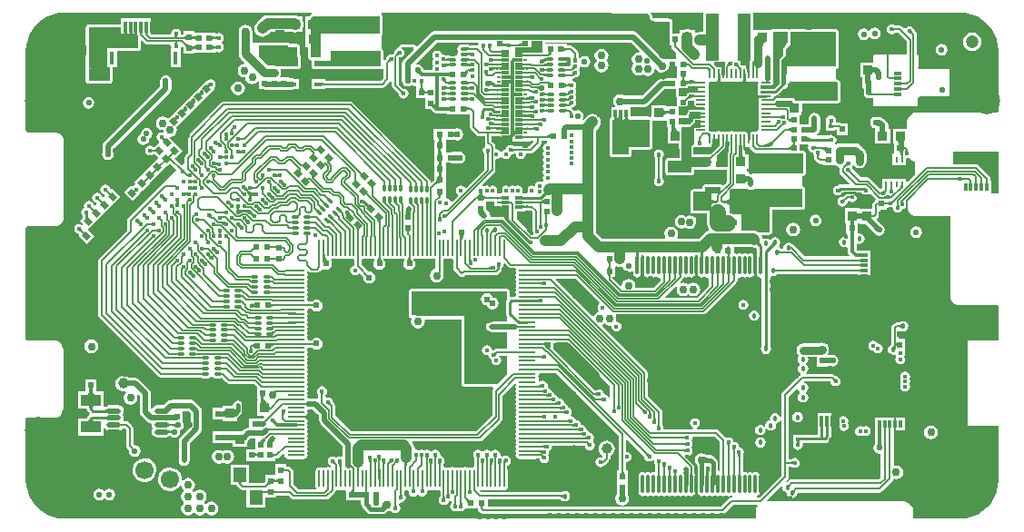
<source format=gtl>
G04 Layer_Physical_Order=1*
G04 Layer_Color=255*
%FSLAX25Y25*%
%MOIN*%
G70*
G01*
G75*
%ADD10C,0.00799*%
%ADD11C,0.02000*%
%ADD12C,0.00800*%
%ADD13C,0.00500*%
%ADD14C,0.00600*%
%ADD15C,0.01500*%
%ADD16C,0.01000*%
%ADD17C,0.01200*%
%ADD18C,0.04000*%
%ADD19C,0.03000*%
%ADD20C,0.04724*%
%ADD21R,0.03543X0.03543*%
%ADD22R,0.02362X0.01969*%
%ADD23R,0.00906X0.01181*%
G04:AMPARAMS|DCode=24|XSize=78.74mil|YSize=13.78mil|CornerRadius=0mil|HoleSize=0mil|Usage=FLASHONLY|Rotation=135.000|XOffset=0mil|YOffset=0mil|HoleType=Round|Shape=Round|*
%AMOVALD24*
21,1,0.06496,0.01378,0.00000,0.00000,135.0*
1,1,0.01378,0.02297,-0.02297*
1,1,0.01378,-0.02297,0.02297*
%
%ADD24OVALD24*%

%ADD25O,0.09449X0.01378*%
%ADD26O,0.11811X0.01378*%
%ADD27O,0.07874X0.01378*%
%ADD28O,0.01378X0.03937*%
%ADD29O,0.01378X0.07874*%
%ADD30O,0.01378X0.03543*%
%ADD31O,0.01378X0.05512*%
%ADD32O,0.01378X0.04724*%
%ADD33O,0.01378X0.06299*%
%ADD34O,0.08268X0.01378*%
G04:AMPARAMS|DCode=35|XSize=78.74mil|YSize=13.78mil|CornerRadius=0mil|HoleSize=0mil|Usage=FLASHONLY|Rotation=45.000|XOffset=0mil|YOffset=0mil|HoleType=Round|Shape=Round|*
%AMOVALD35*
21,1,0.06496,0.01378,0.00000,0.00000,45.0*
1,1,0.01378,-0.02297,-0.02297*
1,1,0.01378,0.02297,0.02297*
%
%ADD35OVALD35*%

%ADD36R,0.05984X0.06299*%
%ADD37R,0.01969X0.02362*%
%ADD38R,0.01181X0.02756*%
%ADD39R,0.01181X0.03937*%
%ADD40R,0.07480X0.04331*%
%ADD41O,0.03100X0.01200*%
%ADD42C,0.03937*%
%ADD43O,0.00787X0.03937*%
%ADD44O,0.03937X0.00787*%
G04:AMPARAMS|DCode=45|XSize=19.69mil|YSize=23.62mil|CornerRadius=0mil|HoleSize=0mil|Usage=FLASHONLY|Rotation=45.000|XOffset=0mil|YOffset=0mil|HoleType=Round|Shape=Rectangle|*
%AMROTATEDRECTD45*
4,1,4,0.00139,-0.01531,-0.01531,0.00139,-0.00139,0.01531,0.01531,-0.00139,0.00139,-0.01531,0.0*
%
%ADD45ROTATEDRECTD45*%

%ADD46R,0.03543X0.03543*%
%ADD47R,0.01181X0.04331*%
%ADD48R,0.01654X0.05118*%
%ADD49R,0.02756X0.01181*%
%ADD50R,0.03937X0.01181*%
%ADD51R,0.17323X0.05118*%
%ADD52O,0.01200X0.03100*%
G04:AMPARAMS|DCode=53|XSize=31mil|YSize=12mil|CornerRadius=0mil|HoleSize=0mil|Usage=FLASHONLY|Rotation=315.000|XOffset=0mil|YOffset=0mil|HoleType=Round|Shape=Round|*
%AMOVALD53*
21,1,0.01900,0.01200,0.00000,0.00000,315.0*
1,1,0.01200,-0.00672,0.00672*
1,1,0.01200,0.00672,-0.00672*
%
%ADD53OVALD53*%

%ADD54O,0.06496X0.00787*%
%ADD55O,0.00787X0.06496*%
%ADD56C,0.01575*%
%ADD57R,0.02756X0.01575*%
%ADD58O,0.01083X0.07000*%
%ADD59R,0.04724X0.05512*%
%ADD60R,0.05118X0.17323*%
%ADD61R,0.01850X0.01969*%
%ADD62R,0.01772X0.00945*%
%ADD63R,0.02874X0.01378*%
%ADD64O,0.05315X0.02047*%
%ADD65R,0.03347X0.04724*%
%ADD66R,0.04724X0.03347*%
%ADD67R,0.01378X0.01378*%
%ADD68R,0.01378X0.01378*%
%ADD69R,0.00984X0.02165*%
%ADD70R,0.06693X0.03937*%
%ADD71C,0.06000*%
%ADD72C,0.03500*%
%ADD73C,0.00922*%
%ADD74C,0.00892*%
%ADD75C,0.00553*%
%ADD76R,0.01400X0.04800*%
%ADD77R,0.06000X0.03000*%
%ADD78R,0.10200X0.01900*%
%ADD79R,0.04400X0.03900*%
%ADD80R,0.06000X0.02000*%
%ADD81R,0.01400X0.01000*%
%ADD82R,0.03012X0.07500*%
%ADD83C,0.09843*%
%ADD84C,0.06693*%
%ADD85R,0.15748X0.15748*%
G04:AMPARAMS|DCode=86|XSize=236.22mil|YSize=236.22mil|CornerRadius=0mil|HoleSize=0mil|Usage=FLASHONLY|Rotation=0.000|XOffset=0mil|YOffset=0mil|HoleType=Round|Shape=RoundedRectangle|*
%AMROUNDEDRECTD86*
21,1,0.23622,0.23622,0,0,0.0*
21,1,0.23622,0.23622,0,0,0.0*
1,1,0.00000,0.11811,-0.11811*
1,1,0.00000,-0.11811,-0.11811*
1,1,0.00000,-0.11811,0.11811*
1,1,0.00000,0.11811,0.11811*
%
%ADD86ROUNDEDRECTD86*%
%ADD87C,0.01600*%
%ADD88C,0.01800*%
%ADD89C,0.02200*%
%ADD90C,0.03000*%
%ADD91C,0.02400*%
%ADD92C,0.02000*%
%ADD93C,0.01799*%
%ADD94C,0.01969*%
G36*
X-87894Y138499D02*
X-91094Y135299D01*
X-97694Y135199D01*
Y138099D01*
X-90995D01*
X-90694Y139499D01*
Y140899D01*
X-87894D01*
Y138499D01*
D02*
G37*
G36*
X-113945Y148128D02*
X-113945Y148128D01*
X-113645Y148016D01*
Y138100D01*
X-127345D01*
X-127445Y138215D01*
Y147819D01*
X-126756D01*
Y148128D01*
X-113945D01*
X-113945Y148128D01*
D02*
G37*
G36*
X-170882Y141717D02*
X-169110D01*
Y141500D01*
X-164236D01*
D01*
X-164236D01*
X-164110Y141374D01*
Y139925D01*
X-159236D01*
Y140142D01*
X-157465D01*
Y140340D01*
X-156435D01*
X-156244Y139878D01*
X-157973Y138148D01*
X-163471D01*
X-163517Y138172D01*
X-163517Y138172D01*
X-163528Y138176D01*
X-163538Y138181D01*
X-163547Y138172D01*
X-164143Y138570D01*
X-164845Y138709D01*
X-165547Y138570D01*
X-166143Y138172D01*
X-166540Y137576D01*
X-166634Y137108D01*
X-167094Y137017D01*
X-167690Y136619D01*
X-167919Y136275D01*
X-168419D01*
X-168649Y136619D01*
X-169244Y137017D01*
X-169947Y137156D01*
X-170272Y137423D01*
Y138300D01*
X-170369Y138788D01*
X-170645Y139201D01*
X-171672Y140228D01*
Y141914D01*
X-170882D01*
Y141717D01*
D02*
G37*
G36*
X-57645Y116016D02*
X-57745Y115974D01*
Y115974D01*
X-57745Y115974D01*
X-69745D01*
Y107074D01*
X-70045Y106774D01*
Y106774D01*
X-70045Y106774D01*
X-73875D01*
X-74237Y107051D01*
X-74450Y107140D01*
X-74966Y107353D01*
X-75750Y107457D01*
X-80145D01*
Y113174D01*
X-82688D01*
X-82884Y113325D01*
X-83857Y113728D01*
X-84245Y113779D01*
Y122174D01*
X-84145Y122274D01*
X-84245Y122474D01*
X-84145Y122574D01*
X-77813D01*
X-77427Y122316D01*
X-76647Y122161D01*
X-75866Y122316D01*
X-75480Y122574D01*
X-57645D01*
Y116016D01*
D02*
G37*
G36*
X-77934Y137935D02*
X-77390Y137827D01*
X-77163Y137872D01*
X-77134Y137722D01*
X-76824Y137259D01*
X-75787Y136221D01*
X-75787Y136221D01*
X-75323Y135912D01*
X-74777Y135803D01*
X-74777Y135803D01*
X-63051D01*
Y135616D01*
X-57502D01*
D01*
X-57490Y135607D01*
X-57433Y135584D01*
X-57410Y135528D01*
X-57402Y135515D01*
X-57402Y135515D01*
Y135415D01*
Y134863D01*
Y130737D01*
Y128668D01*
X-57402Y128667D01*
Y128567D01*
X-57485Y128512D01*
X-57485Y128511D01*
X-57734Y128345D01*
X-57734Y128345D01*
X-57817Y128289D01*
X-57840Y128289D01*
Y128299D01*
X-75921D01*
X-75963Y128341D01*
Y128205D01*
X-76404Y127970D01*
X-76500Y128034D01*
X-77281Y128189D01*
X-77475D01*
Y128922D01*
X-78142D01*
Y129878D01*
X-77475D01*
Y135422D01*
X-78562D01*
X-78649Y135528D01*
X-78789Y136231D01*
X-78810Y136263D01*
Y136597D01*
X-78704Y137131D01*
X-78810Y137665D01*
Y137965D01*
X-78621Y138092D01*
X-78369Y138226D01*
X-77934Y137935D01*
D02*
G37*
G36*
X-84595Y136199D02*
X-84995Y135399D01*
Y130699D01*
X-89294D01*
X-89095Y134599D01*
X-87594Y136199D01*
X-85994Y137799D01*
Y140099D01*
X-84495D01*
X-84595Y136199D01*
D02*
G37*
G36*
X-97294Y153299D02*
X-96794Y152699D01*
X-96641Y152482D01*
X-95195Y152499D01*
X-93795D01*
Y151499D01*
X-99395D01*
X-99494Y151299D01*
X-99994Y149999D01*
X-100195Y149499D01*
X-102894D01*
Y152899D01*
X-100094D01*
X-99695Y153399D01*
Y154999D01*
X-97294D01*
Y153299D01*
D02*
G37*
G36*
X2228Y187295D02*
X4401Y186773D01*
X6466Y185918D01*
X8371Y184750D01*
X10071Y183299D01*
X11522Y181599D01*
X12690Y179694D01*
X13545Y177629D01*
X14067Y175456D01*
X14235Y173312D01*
X14219Y173228D01*
Y151181D01*
X14223Y151158D01*
X14100Y150861D01*
X13802Y150738D01*
X13780Y150742D01*
D01*
X-15748D01*
Y150742D01*
X-16654Y150623D01*
X-17497Y150274D01*
X-18222Y149718D01*
X-18778Y148993D01*
X-19127Y148150D01*
X-19247Y147244D01*
X-19246D01*
Y144772D01*
X-24522D01*
Y139228D01*
X-24148D01*
Y135516D01*
D01*
Y135516D01*
X-24155Y135509D01*
X-24608D01*
Y131343D01*
X-19655D01*
Y133737D01*
X-19500Y133865D01*
X-18798Y134004D01*
X-18643Y134108D01*
X-18222Y133559D01*
X-17497Y133003D01*
X-16654Y132654D01*
X-16500Y132634D01*
Y127931D01*
X-19193Y125238D01*
X-19655Y125430D01*
Y126257D01*
X-28545D01*
Y122916D01*
X-29007Y122725D01*
X-32691Y126409D01*
X-33154Y126718D01*
X-33244Y126736D01*
X-33700Y126827D01*
X-33700Y126827D01*
X-36155D01*
X-39147Y129819D01*
X-39162Y129853D01*
X-39251Y130302D01*
X-39557Y130761D01*
X-39549Y130802D01*
X-39549Y130802D01*
X-39549D01*
X-39184Y131349D01*
X-38905D01*
X-38649Y131298D01*
X-38449Y130998D01*
X-37622Y130445D01*
X-36647Y130251D01*
X-35671Y130445D01*
X-34844Y130998D01*
X-34291Y131825D01*
X-34097Y132800D01*
Y135200D01*
X-34291Y136176D01*
X-34844Y137002D01*
X-36444Y138602D01*
X-37271Y139155D01*
X-38246Y139349D01*
X-44078D01*
X-45053Y139155D01*
X-45346Y138960D01*
X-45817Y139128D01*
X-45858Y139263D01*
X-45649Y139402D01*
X-45251Y139998D01*
X-45111Y140700D01*
X-45251Y141402D01*
X-45649Y141998D01*
X-46244Y142396D01*
X-46946Y142535D01*
X-47649Y142396D01*
X-47994Y142165D01*
X-48004Y142161D01*
X-52315D01*
X-52460Y142639D01*
X-51952Y142979D01*
X-51893Y143068D01*
X-51805Y143127D01*
X-51363Y143788D01*
X-51207Y144569D01*
Y148500D01*
X-51363Y149280D01*
X-51805Y149942D01*
X-52466Y150384D01*
X-53246Y150539D01*
X-54027Y150384D01*
X-54688Y149942D01*
X-55130Y149280D01*
X-55286Y148500D01*
Y146460D01*
X-56932D01*
X-57209Y146405D01*
X-58689D01*
Y149559D01*
X-57880D01*
Y154099D01*
X-44589D01*
X-44199Y154176D01*
X-43868Y154397D01*
X-43647Y154728D01*
X-43569Y155118D01*
Y161330D01*
X-43647Y161720D01*
X-43868Y162050D01*
X-44369Y162552D01*
X-44700Y162773D01*
X-45090Y162850D01*
X-45340D01*
Y166522D01*
X-45162Y166557D01*
X-44831Y166778D01*
X-44750Y166859D01*
X-44529Y167190D01*
X-44451Y167580D01*
X-44475Y167700D01*
Y180299D01*
X-44552Y180689D01*
X-44774Y181020D01*
X-45104Y181241D01*
X-45494Y181319D01*
X-61895D01*
X-62285Y181241D01*
X-62489Y181104D01*
X-62499D01*
X-62531Y181125D01*
X-62687Y181234D01*
X-62696Y181236D01*
X-62704Y181241D01*
X-62890Y181278D01*
X-63076Y181319D01*
X-68476Y181419D01*
X-68485Y181417D01*
X-68494Y181419D01*
X-68681Y181382D01*
X-68867Y181348D01*
X-68875Y181343D01*
X-68885Y181341D01*
X-69042Y181236D01*
X-69202Y181133D01*
X-69208Y181125D01*
X-69215Y181120D01*
X-69226Y181104D01*
X-69630Y181104D01*
Y181104D01*
X-75173D01*
Y181104D01*
X-75280D01*
X-75634Y181458D01*
Y187447D01*
X0D01*
X84Y187464D01*
X2228Y187295D01*
D02*
G37*
G36*
X-103914Y156599D02*
X-103837Y156209D01*
X-103615Y155878D01*
X-103614Y155877D01*
Y155847D01*
X-103614D01*
Y153621D01*
X-103615Y153620D01*
X-103837Y153289D01*
X-103914Y152899D01*
Y152815D01*
X-107551D01*
D01*
X-107551D01*
X-107630Y152894D01*
Y153352D01*
X-113173D01*
Y149461D01*
X-113195Y149352D01*
X-113584Y149082D01*
X-113588Y149083D01*
X-113767Y149112D01*
X-113945Y149148D01*
X-113945D01*
X-113945D01*
X-120826D01*
X-120850Y149271D01*
Y152575D01*
D01*
Y152575D01*
X-120690Y152735D01*
X-115645D01*
X-114865Y152890D01*
X-114203Y153332D01*
X-114203Y153332D01*
X-114203Y153332D01*
X-108244Y159292D01*
X-105370D01*
X-105094Y159346D01*
X-103914D01*
Y156599D01*
D02*
G37*
G36*
X-151295Y139990D02*
X-151295D01*
Y139495D01*
X-151797Y139395D01*
X-152392Y138997D01*
X-152790Y138401D01*
X-152930Y137699D01*
X-152790Y136997D01*
X-152518Y136589D01*
X-152790Y136181D01*
X-152930Y135479D01*
X-152790Y134777D01*
X-152518Y134369D01*
X-152790Y133961D01*
X-152930Y133259D01*
X-152790Y132557D01*
X-152518Y132149D01*
X-152790Y131741D01*
X-152930Y131039D01*
X-152790Y130337D01*
X-152518Y129929D01*
X-152790Y129522D01*
X-152930Y128819D01*
X-152790Y128117D01*
X-152518Y127709D01*
X-152790Y127302D01*
X-152930Y126599D01*
X-152790Y125897D01*
X-152632Y125660D01*
X-152985Y125306D01*
X-153243Y125478D01*
X-153945Y125618D01*
X-154647Y125478D01*
X-155243Y125080D01*
X-155640Y124485D01*
X-155771Y123829D01*
X-155979Y123743D01*
X-156296Y123680D01*
X-156443Y123778D01*
X-157145Y123918D01*
X-157847Y123778D01*
X-158443Y123380D01*
X-158840Y122785D01*
X-158980Y122083D01*
X-158840Y121380D01*
X-158761Y121262D01*
X-158912Y120980D01*
X-159236D01*
Y120980D01*
X-160040D01*
X-160249Y121372D01*
X-160110Y122074D01*
X-160249Y122776D01*
X-160647Y123372D01*
X-161243Y123770D01*
X-161945Y123909D01*
X-162647Y123770D01*
X-163045Y123504D01*
X-163443Y123770D01*
X-164145Y123909D01*
X-164847Y123770D01*
X-165295Y123470D01*
X-165743Y123770D01*
X-166445Y123909D01*
X-167147Y123770D01*
X-167743Y123372D01*
X-168140Y122776D01*
X-168280Y122074D01*
X-168140Y121372D01*
X-168350Y120980D01*
X-169110D01*
Y120980D01*
X-169547D01*
X-169667Y121205D01*
X-169549Y121380D01*
X-169410Y122083D01*
X-169549Y122785D01*
X-169947Y123380D01*
X-170543Y123778D01*
X-171245Y123918D01*
X-171947Y123778D01*
X-172401Y123475D01*
X-172843Y123770D01*
X-173545Y123909D01*
X-174247Y123770D01*
X-174626Y123516D01*
X-175044Y123796D01*
X-175145Y124127D01*
X-170645Y128626D01*
X-170369Y129040D01*
X-170272Y129527D01*
Y133219D01*
X-169947Y133486D01*
X-169244Y133625D01*
X-168649Y134023D01*
X-168419Y134367D01*
X-167919D01*
X-167690Y134023D01*
X-167094Y133625D01*
X-166392Y133486D01*
X-165690Y133625D01*
X-165094Y134023D01*
X-164696Y134619D01*
X-164603Y135087D01*
X-164143Y135178D01*
X-163547Y135576D01*
X-163538Y135567D01*
X-163517Y135576D01*
X-163517D01*
X-163517D01*
Y135576D01*
D01*
D01*
X-163517Y135600D01*
X-162965D01*
X-162780Y135374D01*
X-162640Y134672D01*
X-162243Y134076D01*
X-161647Y133678D01*
X-160945Y133539D01*
X-160243Y133678D01*
X-159647Y134076D01*
X-159249Y134672D01*
X-159110Y135374D01*
X-158924Y135600D01*
X-157445D01*
X-156957Y135696D01*
X-156544Y135973D01*
X-153744Y138773D01*
X-153467Y139186D01*
X-153370Y139674D01*
X-153370Y139674D01*
X-153370Y139674D01*
Y139674D01*
Y140340D01*
X-151952D01*
Y140328D01*
X-151859Y140340D01*
X-151295D01*
Y139990D01*
D02*
G37*
G36*
X-94894Y145010D02*
X-94908Y144996D01*
X-94911Y144999D01*
X-97294D01*
Y139299D01*
X-98494Y138099D01*
Y128699D01*
X-106895D01*
Y132899D01*
X-101894D01*
Y145299D01*
X-98994D01*
X-97095Y147199D01*
Y147852D01*
X-97047Y147899D01*
X-94894D01*
Y145010D01*
D02*
G37*
G36*
Y148399D02*
X-97594D01*
Y147599D01*
X-98694Y146199D01*
X-102894D01*
Y148499D01*
X-99994D01*
X-99494Y148799D01*
Y149799D01*
X-99094Y150099D01*
Y151099D01*
X-94894D01*
Y148399D01*
D02*
G37*
G36*
X14219Y120929D02*
X11581D01*
Y121005D01*
X11581D01*
Y125761D01*
X11418D01*
Y126179D01*
X11418Y126179D01*
X11327Y126634D01*
X11309Y126725D01*
X11000Y127188D01*
X11000Y127188D01*
X6979Y131209D01*
X6516Y131518D01*
X6425Y131536D01*
X5970Y131627D01*
X5970Y131627D01*
X-2179D01*
X-2532Y131981D01*
X-2508Y136472D01*
X14219D01*
Y120929D01*
D02*
G37*
G36*
X-132209Y80953D02*
X-132258Y80455D01*
X-132344Y80398D01*
X-132742Y79802D01*
X-132882Y79100D01*
X-132742Y78398D01*
X-132407Y77897D01*
X-132599Y77435D01*
X-133005Y77354D01*
X-133832Y76802D01*
X-134380Y75983D01*
X-134877Y75934D01*
X-148182Y89239D01*
X-147991Y89701D01*
X-140956D01*
X-132209Y80953D01*
D02*
G37*
G36*
X-115793Y97950D02*
X-115875Y97541D01*
Y91624D01*
X-115755Y91023D01*
X-115414Y90513D01*
X-114904Y90172D01*
X-114303Y90052D01*
X-113702Y90172D01*
X-113319Y90428D01*
X-112936Y90172D01*
X-112335Y90052D01*
X-111733Y90172D01*
X-111350Y90428D01*
X-110968Y90172D01*
X-110366Y90052D01*
X-110059Y90114D01*
X-109672Y89797D01*
Y88838D01*
X-112286Y86225D01*
X-118677D01*
X-118995Y86611D01*
X-118897Y87100D01*
X-119091Y88076D01*
X-119644Y88902D01*
X-120471Y89455D01*
X-121447Y89649D01*
X-122422Y89455D01*
X-123249Y88902D01*
X-123801Y88076D01*
X-123987Y87142D01*
X-124466Y86997D01*
X-127259Y89790D01*
Y90298D01*
X-126352D01*
Y93913D01*
X-125949Y94182D01*
X-125885Y94169D01*
X-125379Y93960D01*
X-124596Y93857D01*
X-123813Y93960D01*
X-123396Y93737D01*
X-123325Y93381D01*
X-122861Y92686D01*
X-122166Y92222D01*
X-121346Y92059D01*
X-120527Y92222D01*
X-120253Y92405D01*
X-119812Y92169D01*
Y91624D01*
X-119692Y91023D01*
X-119351Y90513D01*
X-118842Y90172D01*
X-118240Y90052D01*
X-117639Y90172D01*
X-117129Y90513D01*
X-116788Y91023D01*
X-116669Y91624D01*
Y97541D01*
X-116711Y97753D01*
Y98336D01*
X-116111D01*
X-115793Y97950D01*
D02*
G37*
G36*
X-96148Y97753D02*
X-96190Y97541D01*
Y91624D01*
X-96070Y91023D01*
X-95729Y90513D01*
X-95219Y90172D01*
X-94618Y90052D01*
X-94017Y90172D01*
X-93634Y90428D01*
X-93251Y90172D01*
X-92650Y90052D01*
X-92342Y90114D01*
X-91956Y89797D01*
Y87059D01*
X-96390Y82625D01*
X-107759D01*
X-107950Y83086D01*
X-104126Y86911D01*
X-103685Y86675D01*
X-103879Y85699D01*
X-103685Y84724D01*
X-103132Y83897D01*
X-102305Y83344D01*
X-101330Y83150D01*
X-100355Y83344D01*
X-99530Y83895D01*
X-98705Y83344D01*
X-97730Y83150D01*
X-96754Y83344D01*
X-95928Y83897D01*
X-95375Y84724D01*
X-95181Y85699D01*
X-95375Y86675D01*
X-95928Y87502D01*
X-96754Y88054D01*
X-97730Y88248D01*
X-98705Y88054D01*
X-99530Y87503D01*
X-100355Y88054D01*
X-101330Y88248D01*
X-102305Y88054D01*
X-102305Y88054D01*
D01*
X-102542Y88495D01*
X-101591Y89446D01*
X-101315Y89859D01*
X-101315Y89859D01*
Y89859D01*
X-101125Y90172D01*
Y90172D01*
D01*
X-100524Y90052D01*
X-99922Y90172D01*
X-99539Y90428D01*
X-99156Y90172D01*
X-98555Y90052D01*
X-97954Y90172D01*
X-97444Y90513D01*
X-97103Y91023D01*
X-96984Y91624D01*
Y97541D01*
X-97103Y98143D01*
X-97000Y98336D01*
X-96148D01*
Y97753D01*
D02*
G37*
G36*
X-125027Y32006D02*
Y19233D01*
X-125686D01*
Y14871D01*
Y13391D01*
X-125741Y13115D01*
Y10481D01*
X-126156Y9859D01*
X-126351Y8884D01*
X-126156Y7908D01*
X-125604Y7081D01*
X-124777Y6528D01*
X-123802Y6335D01*
X-122826Y6528D01*
X-121999Y7081D01*
X-121447Y7908D01*
X-121253Y8884D01*
X-121447Y9859D01*
X-121662Y10182D01*
Y13115D01*
X-121717Y13391D01*
Y14871D01*
Y19233D01*
X-122376D01*
Y22305D01*
X-122202Y22448D01*
X-121499Y22588D01*
X-120904Y22986D01*
X-120506Y23581D01*
X-120366Y24284D01*
X-120506Y24986D01*
X-120904Y25581D01*
X-121499Y25979D01*
X-122202Y26119D01*
X-122376Y26262D01*
Y30400D01*
X-121914Y30591D01*
X-115724Y24401D01*
X-115740Y24384D01*
X-115740D01*
Y24384D01*
Y24384D01*
X-115740D01*
Y24384D01*
Y24384D01*
X-115740Y24384D01*
X-115731Y24363D01*
X-115719Y24363D01*
X-115579Y23661D01*
X-115181Y23065D01*
X-114586Y22668D01*
X-113883Y22528D01*
X-113181Y22668D01*
X-112586Y23065D01*
D01*
X-112586Y23065D01*
D01*
X-112178Y22818D01*
X-112182Y22800D01*
X-112042Y22098D01*
X-111729Y21629D01*
X-111692Y21539D01*
Y19064D01*
X-112078Y18747D01*
X-112335Y18798D01*
X-112936Y18678D01*
X-113319Y18422D01*
X-113702Y18678D01*
X-114303Y18798D01*
X-114904Y18678D01*
X-115287Y18422D01*
X-115670Y18678D01*
X-116272Y18798D01*
X-116873Y18678D01*
X-117383Y18338D01*
X-117724Y17828D01*
X-117843Y17226D01*
Y11309D01*
X-117724Y10708D01*
X-117383Y10198D01*
X-116873Y9857D01*
X-116272Y9737D01*
X-115670Y9857D01*
X-115287Y10113D01*
X-114904Y9857D01*
X-114303Y9737D01*
X-113702Y9857D01*
X-113319Y10113D01*
X-112936Y9857D01*
X-112335Y9737D01*
X-111733Y9857D01*
X-111350Y10113D01*
X-110968Y9857D01*
X-110366Y9737D01*
X-109765Y9857D01*
X-109382Y10113D01*
X-108999Y9857D01*
X-108398Y9737D01*
X-107796Y9857D01*
X-107413Y10113D01*
X-107030Y9857D01*
X-106429Y9737D01*
X-105828Y9857D01*
X-105445Y10113D01*
X-105062Y9857D01*
X-104461Y9737D01*
X-103859Y9857D01*
X-103476Y10113D01*
X-103094Y9857D01*
X-102492Y9737D01*
X-101891Y9857D01*
X-101508Y10113D01*
X-101125Y9857D01*
X-100524Y9737D01*
X-99922Y9857D01*
X-99539Y10113D01*
X-99156Y9857D01*
X-98555Y9737D01*
X-97954Y9857D01*
X-97444Y10198D01*
X-97103Y10708D01*
X-96984Y11309D01*
Y17226D01*
X-97103Y17828D01*
X-97262Y18066D01*
X-97281Y18110D01*
Y20737D01*
X-97378Y21225D01*
X-97654Y21638D01*
X-100269Y24253D01*
X-100033Y24694D01*
X-99802Y24648D01*
X-99099Y24788D01*
X-98504Y25186D01*
X-98106Y25781D01*
X-97966Y26484D01*
X-98106Y27186D01*
X-98439Y27683D01*
X-98106Y28181D01*
X-97966Y28883D01*
X-98106Y29586D01*
X-98489Y30158D01*
X-98206Y30581D01*
X-98066Y31284D01*
X-98084Y31372D01*
X-97767Y31758D01*
X-89977D01*
X-88070Y29851D01*
Y19064D01*
X-88215Y18945D01*
X-88667Y19158D01*
Y22121D01*
X-88803Y22804D01*
X-88958Y23036D01*
X-89190Y23383D01*
X-89190Y23383D01*
X-90183Y24376D01*
X-90762Y24763D01*
X-91445Y24899D01*
X-92804D01*
X-92807Y24913D01*
Y24913D01*
X-92807D01*
D01*
D01*
X-92812Y24915D01*
D01*
X-92813Y24915D01*
X-92816Y24917D01*
X-92816Y24917D01*
Y24917D01*
Y24917D01*
X-92816Y24917D01*
X-93643Y25469D01*
X-94618Y25663D01*
X-95594Y25469D01*
X-96421Y24917D01*
X-96973Y24090D01*
X-97167Y23114D01*
X-96973Y22139D01*
X-96421Y21312D01*
X-96421Y21312D01*
X-96417Y21304D01*
X-96402Y14268D01*
Y14268D01*
X-96267Y13585D01*
X-96190Y13470D01*
Y11309D01*
X-96070Y10708D01*
X-95729Y10198D01*
X-95219Y9857D01*
X-94618Y9737D01*
X-94017Y9857D01*
X-93634Y10113D01*
X-93251Y9857D01*
X-92650Y9737D01*
X-92048Y9857D01*
X-91665Y10113D01*
X-91282Y9857D01*
X-90681Y9737D01*
X-90080Y9857D01*
X-89697Y10113D01*
X-89314Y9857D01*
X-88713Y9737D01*
X-88111Y9857D01*
X-87728Y10113D01*
X-87345Y9857D01*
X-86744Y9737D01*
X-86143Y9857D01*
X-85760Y10113D01*
X-85377Y9857D01*
X-84776Y9737D01*
X-84174Y9857D01*
X-83791Y10113D01*
X-83408Y9857D01*
X-83237Y9823D01*
X-83286Y9325D01*
X-83647D01*
X-84154Y9225D01*
X-84584Y8937D01*
X-87695Y5825D01*
X-173197D01*
Y8505D01*
X-146369D01*
Y8497D01*
X-146220Y8436D01*
X-146216Y8430D01*
X-145588Y8010D01*
X-144846Y7863D01*
X-144105Y8010D01*
X-143477Y8430D01*
X-143057Y9059D01*
X-142909Y9800D01*
X-143057Y10541D01*
X-143477Y11170D01*
X-144105Y11590D01*
X-144846Y11737D01*
X-145588Y11590D01*
X-146199Y11181D01*
X-146221Y11181D01*
Y11181D01*
X-146226Y11179D01*
X-146226D01*
X-146249Y11156D01*
X-175500D01*
X-176173Y11830D01*
X-176125Y11990D01*
X-176130Y11973D01*
X-175659Y12142D01*
X-175603Y12104D01*
X-175059Y11996D01*
X-174515Y12104D01*
X-174271Y12267D01*
X-174028Y12104D01*
X-173484Y11996D01*
X-172940Y12104D01*
X-172696Y12267D01*
X-172453Y12104D01*
X-171909Y11996D01*
X-171365Y12104D01*
X-171121Y12267D01*
X-170878Y12104D01*
X-170334Y11996D01*
X-169790Y12104D01*
X-169547Y12267D01*
X-169304Y12104D01*
X-168760Y11996D01*
X-168216Y12104D01*
X-167972Y12267D01*
X-167729Y12104D01*
X-167185Y11996D01*
X-166641Y12104D01*
X-166180Y12412D01*
X-165872Y12873D01*
X-165764Y13417D01*
Y19126D01*
X-165872Y19669D01*
X-165910Y19726D01*
Y21093D01*
X-165699Y21135D01*
X-165104Y21533D01*
X-164706Y22128D01*
X-164566Y22831D01*
X-164706Y23533D01*
X-165104Y24128D01*
X-165699Y24526D01*
X-166402Y24666D01*
X-167104Y24526D01*
X-167583Y24206D01*
X-168062Y24526D01*
X-168608Y24635D01*
X-168529Y25031D01*
X-168669Y25733D01*
X-169067Y26328D01*
X-169662Y26726D01*
X-170365Y26866D01*
X-171067Y26726D01*
X-171662Y26328D01*
X-171665Y26325D01*
X-172165D01*
X-172167Y26328D01*
X-172762Y26726D01*
X-173465Y26866D01*
X-174167Y26726D01*
X-174762Y26328D01*
X-174815Y26250D01*
X-175315D01*
X-175367Y26328D01*
X-175962Y26726D01*
X-176665Y26866D01*
X-177367Y26726D01*
X-177962Y26328D01*
X-178360Y25733D01*
X-178500Y25031D01*
X-178360Y24328D01*
X-177962Y23733D01*
X-177965Y23730D01*
D01*
D01*
X-177965Y23730D01*
X-177954Y23703D01*
X-177923Y23629D01*
X-177923D01*
X-177923D01*
X-177923Y23629D01*
D01*
D01*
D01*
D01*
D01*
D01*
X-177908D01*
Y20792D01*
X-178208Y20547D01*
X-178752Y20438D01*
X-178995Y20275D01*
X-179239Y20438D01*
X-179783Y20547D01*
X-180327Y20438D01*
X-180570Y20275D01*
X-180814Y20438D01*
X-181358Y20547D01*
X-181902Y20438D01*
X-182145Y20275D01*
X-182389Y20438D01*
X-182933Y20547D01*
X-183477Y20438D01*
X-183720Y20275D01*
X-183964Y20438D01*
X-184508Y20547D01*
X-185052Y20438D01*
X-185295Y20276D01*
X-185538Y20438D01*
X-186082Y20547D01*
X-186626Y20438D01*
X-186869Y20275D01*
X-187113Y20438D01*
X-187657Y20547D01*
X-188201Y20438D01*
X-188444Y20275D01*
X-188688Y20438D01*
X-189232Y20547D01*
X-189532Y20793D01*
Y21401D01*
X-189521D01*
D01*
D01*
D01*
X-189521Y21401D01*
X-189521Y21401D01*
D01*
D01*
X-189521D01*
X-189466Y21533D01*
D01*
D01*
D01*
X-189467Y21533D01*
X-189467Y21533D01*
X-189069Y22128D01*
X-188929Y22831D01*
X-189069Y23533D01*
X-189467Y24128D01*
X-190062Y24526D01*
X-190608Y24635D01*
X-190529Y25031D01*
X-190669Y25733D01*
X-191067Y26328D01*
X-191662Y26726D01*
X-192365Y26866D01*
X-193067Y26726D01*
X-193662Y26328D01*
X-194104D01*
X-194699Y26726D01*
X-195402Y26866D01*
X-196104Y26726D01*
X-196402Y26527D01*
X-196699Y26726D01*
X-197402Y26866D01*
X-198104Y26726D01*
X-198402Y26527D01*
X-198699Y26726D01*
X-199402Y26866D01*
X-199489Y26849D01*
X-199876Y27166D01*
Y27331D01*
X-199876Y27331D01*
X-199967Y28023D01*
X-199979Y28114D01*
X-200281Y28844D01*
X-200762Y29470D01*
X-200835Y29543D01*
X-200644Y30005D01*
X-175902D01*
X-175394Y30106D01*
X-174964Y30393D01*
X-174964Y30393D01*
X-174964Y30393D01*
X-168227Y37130D01*
X-168227Y37130D01*
X-168227Y37130D01*
X-167940Y37560D01*
X-167839Y38068D01*
Y46431D01*
X-163236Y51034D01*
X-162738Y50985D01*
D01*
X-162789Y50575D01*
D01*
X-162897Y50031D01*
X-162789Y49488D01*
X-162626Y49244D01*
X-162789Y49000D01*
X-162897Y48456D01*
X-162789Y47912D01*
X-162626Y47669D01*
X-162789Y47425D01*
X-162897Y46881D01*
X-162789Y46338D01*
X-162626Y46094D01*
X-162789Y45850D01*
X-162897Y45306D01*
X-162789Y44763D01*
X-162626Y44519D01*
X-162789Y44275D01*
X-162897Y43731D01*
X-162789Y43187D01*
X-162626Y42944D01*
X-162789Y42701D01*
X-162897Y42157D01*
X-162789Y41614D01*
X-162626Y41370D01*
X-162789Y41126D01*
X-162897Y40582D01*
X-162789Y40038D01*
X-162626Y39795D01*
X-162789Y39551D01*
X-162897Y39007D01*
X-162789Y38464D01*
X-162626Y38220D01*
X-162789Y37976D01*
X-162897Y37432D01*
X-162789Y36889D01*
X-162626Y36645D01*
X-162789Y36401D01*
X-162897Y35857D01*
X-162789Y35313D01*
X-162626Y35070D01*
X-162789Y34827D01*
X-162897Y34283D01*
X-162789Y33739D01*
X-162626Y33496D01*
X-162789Y33252D01*
X-162897Y32708D01*
X-162789Y32164D01*
X-162626Y31921D01*
X-162789Y31677D01*
X-162897Y31133D01*
X-162789Y30589D01*
X-162626Y30346D01*
X-162789Y30102D01*
X-162897Y29558D01*
X-162789Y29014D01*
X-162626Y28771D01*
X-162789Y28527D01*
X-162897Y27983D01*
X-162789Y27439D01*
X-162626Y27196D01*
X-162789Y26953D01*
X-162897Y26409D01*
X-162789Y25865D01*
X-162626Y25622D01*
X-162789Y25378D01*
X-162897Y24834D01*
X-162789Y24291D01*
X-162481Y23830D01*
X-162020Y23521D01*
X-161476Y23413D01*
X-155767D01*
X-155224Y23521D01*
X-155166Y23560D01*
X-154183D01*
X-154097Y23128D01*
X-153699Y22533D01*
X-153104Y22135D01*
X-152402Y21995D01*
X-151699Y22135D01*
X-151104Y22533D01*
X-150706Y23128D01*
X-150566Y23831D01*
X-150706Y24533D01*
X-150947Y24894D01*
X-150706Y25254D01*
X-150566Y25957D01*
X-150663Y26441D01*
X-150204Y26748D01*
X-149806Y27343D01*
X-149666Y28046D01*
X-149471Y28284D01*
X-137460D01*
X-137360Y27780D01*
X-136962Y27185D01*
X-136367Y26787D01*
X-135665Y26647D01*
X-134962Y26787D01*
X-134367Y27185D01*
X-133969Y27780D01*
X-133829Y28483D01*
X-133969Y29185D01*
X-134367Y29780D01*
X-134452Y30207D01*
X-134269Y30480D01*
X-134129Y31183D01*
X-134269Y31885D01*
X-134667Y32480D01*
X-135262Y32878D01*
X-135789Y32983D01*
X-135869Y33385D01*
X-136267Y33980D01*
X-136862Y34378D01*
X-137056Y34417D01*
X-137169Y34985D01*
X-137567Y35580D01*
X-138162Y35978D01*
X-138865Y36118D01*
X-138865Y36118D01*
X-138865Y36118D01*
X-138993Y36204D01*
X-139069Y36585D01*
X-139467Y37180D01*
X-140062Y37578D01*
X-140765Y37718D01*
D01*
D01*
X-140856Y38019D01*
X-140869Y38085D01*
X-140882Y38104D01*
X-140882Y38104D01*
X-141267Y38680D01*
X-141267Y38680D01*
X-141862Y39078D01*
X-142565Y39218D01*
X-142641Y39601D01*
X-142455Y39880D01*
X-142315Y40582D01*
X-142455Y41284D01*
X-142852Y41880D01*
X-143448Y42278D01*
X-143742Y42336D01*
X-143849Y42876D01*
X-144247Y43472D01*
X-144843Y43870D01*
X-145084Y43918D01*
X-145206Y44533D01*
X-145604Y45128D01*
X-146199Y45526D01*
X-146902Y45666D01*
X-147124Y45622D01*
X-147206Y46033D01*
X-147604Y46628D01*
X-148199Y47026D01*
X-148622Y47110D01*
X-148706Y47533D01*
X-149104Y48128D01*
X-149699Y48526D01*
X-150122Y48610D01*
X-150206Y49033D01*
X-150604Y49628D01*
X-151135Y49984D01*
X-151066Y50331D01*
X-151206Y51033D01*
X-151604Y51628D01*
X-152199Y52026D01*
X-152902Y52166D01*
X-153604Y52026D01*
X-153906Y51824D01*
X-154385Y51969D01*
X-154451Y52128D01*
X-154455Y52149D01*
X-154618Y52393D01*
X-154455Y52636D01*
X-154347Y53180D01*
X-154455Y53724D01*
X-154618Y53968D01*
X-154455Y54211D01*
X-154347Y54755D01*
X-154142Y55005D01*
X-148026D01*
X-125027Y32006D01*
D02*
G37*
G36*
X-128229Y50073D02*
Y46180D01*
X-128708Y46035D01*
X-129104Y46628D01*
X-129699Y47026D01*
X-130402Y47166D01*
X-130515Y47280D01*
X-130511Y47300D01*
X-130651Y48002D01*
X-131049Y48598D01*
X-131644Y48996D01*
X-132346Y49135D01*
X-133049Y48996D01*
X-133644Y48598D01*
X-133653Y48607D01*
X-133664Y48602D01*
X-133674Y48598D01*
X-133674Y48598D01*
X-133721Y48575D01*
X-133747D01*
X-148932Y63760D01*
Y65926D01*
X-144082D01*
X-128229Y50073D01*
D02*
G37*
G36*
X-166045Y84874D02*
Y82016D01*
X-166315Y81612D01*
X-166431Y81027D01*
Y76765D01*
X-166315Y76180D01*
X-166045Y75776D01*
Y74122D01*
X-171765D01*
X-172545Y73967D01*
X-173206Y73525D01*
X-173649Y72863D01*
X-173804Y72083D01*
X-173649Y71302D01*
X-173206Y70641D01*
X-172545Y70199D01*
X-171765Y70043D01*
X-166045D01*
Y63955D01*
X-169855D01*
X-170362Y63854D01*
X-170792Y63566D01*
X-170923Y63436D01*
X-171011Y63399D01*
X-171011Y63399D01*
X-171012Y63396D01*
X-171211Y63356D01*
X-171627Y63634D01*
X-171706Y64033D01*
X-172104Y64628D01*
X-172699Y65026D01*
X-173402Y65166D01*
X-174104Y65026D01*
X-174699Y64628D01*
X-175097Y64033D01*
X-175237Y63331D01*
X-175097Y62628D01*
X-174699Y62033D01*
X-174104Y61635D01*
X-173402Y61496D01*
X-173092Y61557D01*
X-172677Y61279D01*
X-172597Y60880D01*
X-172199Y60285D01*
X-171801Y60019D01*
X-171865Y59699D01*
X-171725Y58997D01*
X-171328Y58402D01*
X-170732Y58004D01*
X-170030Y57864D01*
X-169328Y58004D01*
X-168732Y58402D01*
X-168334Y58997D01*
X-168195Y59699D01*
X-168334Y60401D01*
X-168732Y60997D01*
X-169130Y61263D01*
X-169122Y61304D01*
X-166045D01*
Y59274D01*
Y54449D01*
X-169620Y50874D01*
X-181645D01*
Y75674D01*
X-181745Y75774D01*
X-182145Y76174D01*
X-201045D01*
Y84874D01*
X-200845Y85074D01*
X-166245D01*
X-166045Y84874D01*
D02*
G37*
G36*
X-19229Y115968D02*
X-19127Y115197D01*
X-18778Y114353D01*
X-18222Y113629D01*
X-17497Y113073D01*
X-16654Y112723D01*
X-15748Y112604D01*
Y112604D01*
X-3498D01*
Y83465D01*
X-3498D01*
X-3379Y82559D01*
X-3030Y81715D01*
X-2474Y80991D01*
X-1749Y80435D01*
X-905Y80085D01*
X0Y79966D01*
Y79967D01*
X13748D01*
X13780Y79960D01*
X13780Y79960D01*
X14100Y79842D01*
X14222Y79546D01*
X14219Y79528D01*
Y66999D01*
X3170D01*
X3070Y66899D01*
X3070Y35599D01*
X14219D01*
Y15748D01*
X14235Y15664D01*
X14067Y13520D01*
X13545Y11347D01*
X12690Y9282D01*
X11522Y7377D01*
X10071Y5677D01*
X8371Y4226D01*
X6466Y3058D01*
X4401Y2203D01*
X2228Y1681D01*
X84Y1513D01*
X0Y1529D01*
X-16535D01*
X-16558Y1525D01*
X-16856Y1648D01*
X-16979Y1946D01*
X-16974Y1969D01*
Y4331D01*
X-16974D01*
X-17093Y5236D01*
X-17443Y6080D01*
X-17999Y6804D01*
X-18723Y7360D01*
X-19567Y7710D01*
X-20472Y7829D01*
Y7829D01*
X-70590D01*
X-70781Y8291D01*
X-65447Y13625D01*
X-65006Y13389D01*
X-65084Y13000D01*
X-64936Y12259D01*
X-64516Y11630D01*
X-63888Y11210D01*
X-63363Y11106D01*
X-63384Y11000D01*
X-63236Y10259D01*
X-62816Y9630D01*
X-62188Y9210D01*
X-61446Y9063D01*
X-60705Y9210D01*
X-60077Y9630D01*
X-59657Y10259D01*
X-59540Y10848D01*
X-59511Y10917D01*
X-59355Y11073D01*
X-29449D01*
X-29449Y11073D01*
X-28903Y11181D01*
X-28440Y11491D01*
X-24581Y15349D01*
X-24581Y15349D01*
X-24396Y15627D01*
X-24272Y15813D01*
X-24187Y16238D01*
X-23246Y16051D01*
X-22271Y16245D01*
X-21444Y16798D01*
X-20891Y17625D01*
X-20697Y18600D01*
X-20891Y19576D01*
X-21444Y20402D01*
X-22271Y20955D01*
X-23246Y21149D01*
X-23777Y21044D01*
X-24163Y21361D01*
Y33941D01*
X-24000D01*
Y38697D01*
X-31118D01*
Y36524D01*
X-31159Y36319D01*
Y28973D01*
X-31166Y28956D01*
X-31525Y28419D01*
X-31688Y27600D01*
X-31525Y26781D01*
X-31060Y26086D01*
X-30366Y25622D01*
X-29546Y25459D01*
X-29373Y25493D01*
X-28986Y25176D01*
Y16679D01*
X-29738Y15927D01*
X-61646D01*
X-61646Y15927D01*
X-62193Y15819D01*
X-62656Y15509D01*
X-63159Y15007D01*
X-63653Y15080D01*
X-63771Y15301D01*
X-63109Y15963D01*
X-63109Y15963D01*
X-63109Y15963D01*
X-62822Y16393D01*
X-62721Y16900D01*
Y20775D01*
X-61841D01*
X-61754Y20738D01*
Y20738D01*
X-61751Y20740D01*
X-61249Y20404D01*
X-60546Y20265D01*
X-59844Y20404D01*
X-59249Y20802D01*
X-58851Y21398D01*
X-58711Y22100D01*
X-58851Y22802D01*
X-59249Y23398D01*
X-59844Y23796D01*
X-60546Y23935D01*
X-61249Y23796D01*
X-61751Y23460D01*
X-61754Y23462D01*
Y23462D01*
X-61841Y23426D01*
X-62721D01*
Y46334D01*
X-59771Y49284D01*
X-59292Y49139D01*
X-59236Y48859D01*
X-58816Y48230D01*
X-58622Y48100D01*
Y47600D01*
X-58816Y47470D01*
X-59236Y46841D01*
X-59384Y46100D01*
X-59236Y45359D01*
X-58816Y44730D01*
X-58188Y44310D01*
X-57446Y44163D01*
X-56705Y44310D01*
X-56077Y44730D01*
X-55657Y45359D01*
X-55509Y46100D01*
X-55657Y46841D01*
X-56077Y47470D01*
X-56271Y47600D01*
Y48100D01*
X-56077Y48230D01*
X-55657Y48859D01*
X-55509Y49600D01*
X-55657Y50341D01*
X-56077Y50970D01*
X-56705Y51390D01*
X-57446Y51537D01*
X-57471Y51583D01*
X-57180Y51875D01*
X-47337D01*
X-47242Y51398D01*
X-46844Y50802D01*
X-46249Y50404D01*
X-45546Y50265D01*
X-44844Y50404D01*
X-44249Y50802D01*
X-43851Y51398D01*
X-43711Y52100D01*
X-43851Y52802D01*
X-44249Y53398D01*
X-44844Y53796D01*
X-45436Y53913D01*
X-45437Y53917D01*
X-45437Y53917D01*
X-45525Y53953D01*
X-45709Y54137D01*
X-46139Y54425D01*
X-46646Y54526D01*
X-56270D01*
X-56415Y55004D01*
X-56077Y55230D01*
X-55657Y55859D01*
X-55509Y56600D01*
X-55657Y57341D01*
X-56077Y57970D01*
X-56271Y58100D01*
Y58600D01*
X-56077Y58730D01*
X-55657Y59359D01*
X-55509Y60100D01*
X-55657Y60841D01*
X-55652Y60850D01*
X-52431D01*
Y59908D01*
X-52486Y59632D01*
X-52431Y59355D01*
Y57450D01*
X-48462D01*
Y57592D01*
X-47217D01*
X-46547Y57459D01*
X-45727Y57622D01*
X-45033Y58086D01*
X-44568Y58781D01*
X-44405Y59600D01*
X-44568Y60419D01*
X-45033Y61114D01*
X-45727Y61578D01*
X-46547Y61741D01*
X-46901Y61671D01*
X-48177D01*
X-48413Y62112D01*
X-48092Y62593D01*
X-47897Y63569D01*
X-48092Y64544D01*
X-48140Y64616D01*
X-48462Y65099D01*
Y65750D01*
X-49145D01*
X-49602Y66055D01*
X-50578Y66249D01*
X-51553Y66055D01*
X-51713Y65948D01*
X-57294D01*
X-58270Y65754D01*
X-59097Y65202D01*
X-59649Y64375D01*
X-59843Y63399D01*
X-59649Y62424D01*
X-59097Y61597D01*
Y61597D01*
X-59097D01*
X-59013Y61175D01*
X-59236Y60841D01*
X-59384Y60100D01*
X-59236Y59359D01*
X-58816Y58730D01*
X-58622Y58600D01*
Y58100D01*
X-58816Y57970D01*
X-59236Y57341D01*
X-59384Y56600D01*
X-59236Y55859D01*
X-58816Y55230D01*
X-58298Y54884D01*
Y54384D01*
X-58666Y54137D01*
X-64984Y47820D01*
X-65271Y47390D01*
X-65372Y46883D01*
Y39238D01*
X-65857Y39141D01*
X-66277Y39770D01*
X-66905Y40190D01*
X-67646Y40337D01*
X-68388Y40190D01*
X-69016Y39770D01*
X-69436Y39141D01*
X-69584Y38400D01*
X-69517Y38064D01*
X-69795Y37648D01*
X-70088Y37590D01*
X-70716Y37170D01*
X-71136Y36541D01*
X-71284Y35800D01*
X-71231Y35536D01*
X-71693Y35345D01*
X-71777Y35470D01*
X-72405Y35890D01*
X-73146Y36037D01*
X-73888Y35890D01*
X-74516Y35470D01*
X-74936Y34841D01*
X-75084Y34100D01*
X-74936Y33359D01*
X-74516Y32730D01*
X-73888Y32310D01*
X-73146Y32163D01*
X-72405Y32310D01*
X-71777Y32730D01*
X-71357Y33359D01*
X-71209Y34100D01*
X-71262Y34364D01*
X-70800Y34555D01*
X-70716Y34430D01*
X-70088Y34010D01*
X-69346Y33863D01*
X-68605Y34010D01*
X-67977Y34430D01*
X-67557Y35059D01*
X-67409Y35800D01*
X-67476Y36136D01*
X-67198Y36552D01*
X-66905Y36610D01*
X-66277Y37030D01*
X-65857Y37659D01*
X-65372Y37562D01*
Y22100D01*
Y17449D01*
X-73496Y9325D01*
X-74454D01*
X-74503Y9823D01*
X-74332Y9857D01*
X-73822Y10198D01*
X-73481Y10708D01*
X-73361Y11309D01*
Y17226D01*
X-73481Y17828D01*
X-73822Y18338D01*
X-74332Y18678D01*
X-74933Y18798D01*
X-75534Y18678D01*
X-75917Y18422D01*
X-76300Y18678D01*
X-76902Y18798D01*
X-77503Y18678D01*
X-77886Y18422D01*
X-78269Y18678D01*
X-78870Y18798D01*
X-79127Y18747D01*
X-79513Y19064D01*
Y24316D01*
X-79511D01*
X-79513Y24334D01*
Y25089D01*
X-79353Y25328D01*
X-79213Y26030D01*
X-79353Y26733D01*
X-79751Y27328D01*
X-80346Y27726D01*
X-80977Y27852D01*
X-80972Y27878D01*
X-81112Y28580D01*
X-81509Y29176D01*
X-82105Y29574D01*
X-82807Y29713D01*
X-82965Y29682D01*
X-83080Y30260D01*
X-83478Y30855D01*
X-84073Y31253D01*
X-84776Y31393D01*
X-85478Y31253D01*
X-85478Y31253D01*
X-85478Y31253D01*
X-85792Y31316D01*
X-85807Y31337D01*
X-88490Y34021D01*
X-88920Y34308D01*
X-89428Y34409D01*
X-96329D01*
X-96428Y34904D01*
X-95832Y35302D01*
X-95434Y35897D01*
X-95295Y36599D01*
X-95434Y37301D01*
X-95832Y37897D01*
X-96428Y38295D01*
X-97130Y38434D01*
X-97832Y38295D01*
X-98428Y37897D01*
X-98826Y37301D01*
X-98965Y36599D01*
X-98826Y35897D01*
X-98428Y35302D01*
X-97832Y34904D01*
X-97931Y34409D01*
X-108341D01*
X-108566Y34683D01*
X-108706Y35386D01*
X-109041Y35888D01*
X-109040Y35891D01*
X-109040D01*
X-109076Y35978D01*
Y40639D01*
X-109177Y41146D01*
X-109464Y41576D01*
X-114326Y46438D01*
Y54834D01*
X-114427Y55341D01*
X-114714Y55771D01*
X-131179Y72235D01*
X-131054Y72644D01*
X-130280Y73162D01*
X-129505Y72644D01*
X-128530Y72450D01*
X-128075Y72541D01*
X-127722Y72187D01*
X-127737Y72110D01*
X-127597Y71408D01*
X-127199Y70812D01*
X-126604Y70415D01*
X-125902Y70275D01*
X-125199Y70415D01*
X-124604Y70812D01*
X-124206Y71408D01*
X-124066Y72110D01*
X-124206Y72813D01*
X-124604Y73408D01*
X-125199Y73806D01*
X-125902Y73945D01*
X-126046Y74672D01*
X-125981Y74999D01*
X-126175Y75975D01*
X-126215Y76034D01*
X-125979Y76476D01*
X-94059D01*
X-93571Y76573D01*
X-93158Y76849D01*
X-93158Y76849D01*
X-93158Y76849D01*
X-81906Y88100D01*
X-81630Y88514D01*
X-81533Y89002D01*
X-81533Y89002D01*
X-81533Y89002D01*
Y89002D01*
Y89797D01*
X-81146Y90114D01*
X-80839Y90052D01*
X-80237Y90172D01*
X-79854Y90428D01*
X-79471Y90172D01*
X-78870Y90052D01*
X-78269Y90172D01*
X-77886Y90428D01*
X-77503Y90172D01*
X-76902Y90052D01*
X-76300Y90172D01*
X-75790Y90513D01*
X-75450Y91023D01*
X-75330Y91624D01*
Y97541D01*
X-75450Y98143D01*
X-75790Y98653D01*
X-76300Y98993D01*
X-76902Y99113D01*
X-77503Y98993D01*
X-77886Y98738D01*
X-78269Y98993D01*
X-78870Y99113D01*
X-79471Y98993D01*
X-79854Y98737D01*
X-80237Y98993D01*
X-80839Y99113D01*
X-81440Y98993D01*
X-81823Y98738D01*
X-82206Y98993D01*
X-82752Y99102D01*
Y101405D01*
X-76776D01*
X-76185Y101160D01*
X-75402Y101057D01*
X-74870Y101127D01*
X-74494Y100797D01*
Y97753D01*
X-74536Y97541D01*
Y91624D01*
X-74417Y91023D01*
X-74076Y90513D01*
X-73566Y90172D01*
X-72965Y90052D01*
X-72962Y90053D01*
X-72576Y89736D01*
Y65032D01*
X-72577Y65030D01*
X-72836Y64641D01*
X-72984Y63900D01*
X-72836Y63159D01*
X-72416Y62530D01*
X-71788Y62110D01*
X-71047Y61963D01*
X-70305Y62110D01*
X-69677Y62530D01*
X-69257Y63159D01*
X-69109Y63900D01*
X-69257Y64641D01*
X-69516Y65030D01*
X-69517Y65032D01*
Y90382D01*
X-69131Y90699D01*
X-68446Y90563D01*
X-67705Y90710D01*
X-67077Y91130D01*
X-67000Y91246D01*
X-37337D01*
Y90930D01*
X-32581D01*
Y92898D01*
Y94867D01*
Y96835D01*
Y100016D01*
X-34754D01*
X-34959Y100057D01*
X-37496D01*
X-37861Y100422D01*
Y102262D01*
X-37456Y102479D01*
X-36715Y102331D01*
X-35974Y102479D01*
X-35345Y102899D01*
X-34925Y103527D01*
X-34778Y104269D01*
X-34925Y105010D01*
X-35345Y105638D01*
X-35974Y106058D01*
X-36715Y106206D01*
X-36910Y106167D01*
X-37297Y106484D01*
Y110028D01*
X-36672D01*
Y109728D01*
X-34559D01*
X-33668Y108838D01*
X-33642Y108804D01*
X-33638Y108808D01*
X-33638Y108808D01*
X-31351Y106520D01*
X-31060Y106086D01*
X-30366Y105622D01*
X-29546Y105459D01*
X-28727Y105622D01*
X-28032Y106086D01*
X-27568Y106781D01*
X-27405Y107600D01*
X-27568Y108419D01*
X-28032Y109114D01*
X-28467Y109404D01*
X-30284Y111221D01*
X-30237Y111691D01*
X-29591Y112337D01*
X-29591Y112337D01*
X-29282Y112800D01*
X-29173Y113347D01*
Y115019D01*
X-26616D01*
Y115554D01*
X-24506D01*
X-24396Y114998D01*
X-23998Y114402D01*
X-23402Y114004D01*
X-22700Y113865D01*
X-21998Y114004D01*
X-21402Y114402D01*
X-21004Y114998D01*
X-20941Y115316D01*
X-20498Y115404D01*
X-19902Y115802D01*
X-19716Y116082D01*
X-19229Y115968D01*
D02*
G37*
G36*
X-87795Y121799D02*
X-88494Y121099D01*
X-91094D01*
Y114599D01*
X-97694D01*
Y121499D01*
X-93494D01*
Y123399D01*
X-87795D01*
Y121799D01*
D02*
G37*
G36*
X-55386Y138586D02*
X-55442Y138502D01*
X-55582Y137800D01*
X-55442Y137098D01*
X-55044Y136502D01*
X-54449Y136104D01*
X-53837Y135983D01*
X-53782Y135900D01*
X-53782Y135900D01*
X-53782D01*
X-53642Y135198D01*
X-53388Y134818D01*
X-53374Y134783D01*
Y134100D01*
X-53374Y134100D01*
X-53265Y133554D01*
X-52956Y133091D01*
X-52056Y132191D01*
X-52056Y132191D01*
X-51593Y131881D01*
X-51046Y131773D01*
X-51046Y131773D01*
X-50196D01*
Y131216D01*
X-45608D01*
X-45053Y130845D01*
X-44394Y130714D01*
X-44117Y130298D01*
X-44127Y130246D01*
X-44127Y130246D01*
Y128900D01*
X-44127Y128900D01*
X-44036Y128445D01*
X-44018Y128354D01*
X-43709Y127891D01*
X-43709Y127891D01*
X-43709Y127891D01*
X-43709Y127891D01*
Y127891D01*
X-40554Y124736D01*
X-40745Y124274D01*
X-43755D01*
X-44341Y124158D01*
X-44837Y123826D01*
X-44873Y123790D01*
X-45349Y123696D01*
X-45944Y123298D01*
X-46342Y122702D01*
X-46482Y122000D01*
X-46342Y121298D01*
X-45944Y120702D01*
X-45349Y120304D01*
X-44646Y120165D01*
X-43944Y120304D01*
X-43349Y120702D01*
X-43006Y121215D01*
X-42215D01*
X-42070Y120737D01*
X-42194Y120654D01*
X-42194Y120654D01*
X-43150Y119698D01*
X-43184Y119684D01*
X-43632Y119595D01*
X-44228Y119197D01*
X-44625Y118602D01*
X-44765Y117899D01*
X-44625Y117197D01*
X-44228Y116602D01*
X-43632Y116204D01*
X-42930Y116064D01*
X-42228Y116204D01*
X-41632Y116602D01*
X-41234Y117197D01*
X-41145Y117645D01*
X-41131Y117679D01*
X-40593Y118217D01*
X-40418D01*
X-40385Y118203D01*
X-40004Y117949D01*
X-39302Y117809D01*
X-38600Y117949D01*
X-38004Y118347D01*
X-37606Y118942D01*
X-37467Y119644D01*
X-37606Y120347D01*
X-38004Y120942D01*
X-37922Y121215D01*
X-36020D01*
X-35744Y120802D01*
X-35149Y120404D01*
X-34446Y120265D01*
X-33744Y120404D01*
X-33149Y120802D01*
X-32850Y120832D01*
X-30893Y118875D01*
X-30942Y118377D01*
X-31193Y118209D01*
X-31609Y117793D01*
X-31918Y117330D01*
X-31936Y117240D01*
X-32027Y116784D01*
X-32027Y116784D01*
Y115272D01*
X-36625D01*
Y115572D01*
X-42168D01*
Y110028D01*
X-41659D01*
Y106216D01*
X-41246D01*
Y105212D01*
X-41632Y104895D01*
X-42347Y105037D01*
X-43088Y104890D01*
X-43716Y104470D01*
X-44136Y103841D01*
X-44284Y103100D01*
X-44136Y102359D01*
X-43716Y101730D01*
X-43088Y101310D01*
X-42347Y101163D01*
X-41605Y101310D01*
X-41565Y101337D01*
X-41124Y101101D01*
Y99746D01*
X-41124Y99746D01*
X-41124D01*
X-41000Y99122D01*
X-40646Y98593D01*
X-40400Y98347D01*
X-40591Y97885D01*
X-56698D01*
X-60806Y101992D01*
X-61269Y102301D01*
X-61466Y102341D01*
X-61468Y102341D01*
X-61475Y102352D01*
X-62103Y102772D01*
X-62845Y102920D01*
X-63586Y102772D01*
X-64215Y102352D01*
X-64635Y101724D01*
X-64782Y100983D01*
X-65046Y100661D01*
X-65332D01*
Y100661D01*
X-65523Y100740D01*
X-65532Y100753D01*
X-66160Y101173D01*
X-66268Y101195D01*
X-66332Y101514D01*
X-65912Y102142D01*
X-65764Y102884D01*
X-65912Y103625D01*
X-66332Y104253D01*
X-66960Y104673D01*
X-67702Y104821D01*
X-68443Y104673D01*
X-69071Y104253D01*
X-69307Y103901D01*
X-69732Y103853D01*
X-69732Y103853D01*
Y103853D01*
X-69732D01*
D01*
X-70360Y104273D01*
X-71102Y104421D01*
X-71843Y104273D01*
X-71962Y104194D01*
X-72417Y104400D01*
X-72479Y104866D01*
X-72781Y105596D01*
X-72703Y105754D01*
X-70045D01*
X-70045D01*
D01*
X-69655Y105832D01*
X-69324Y106053D01*
X-69024Y106353D01*
X-68803Y106684D01*
X-68725Y107074D01*
Y114954D01*
X-57745D01*
X-57745D01*
D01*
X-57745D01*
X-57745D01*
X-57590Y114985D01*
X-57355Y115032D01*
X-57355Y115032D01*
X-57355D01*
X-57255Y115074D01*
X-57255D01*
X-57255Y115074D01*
X-57255Y115074D01*
X-57121Y115163D01*
X-56924Y115295D01*
X-56924Y115295D01*
X-56924Y115295D01*
X-56841Y115418D01*
X-56703Y115625D01*
X-56703Y115625D01*
D01*
X-56687Y115705D01*
X-56625Y116016D01*
Y122574D01*
X-56703Y122964D01*
X-56924Y123295D01*
X-57255Y123516D01*
X-57645Y123594D01*
X-57840D01*
Y127248D01*
X-57818Y127270D01*
X-57719Y127289D01*
X-57618Y127289D01*
X-57526Y127328D01*
X-57428Y127347D01*
X-57344Y127403D01*
X-57251Y127442D01*
X-57167Y127497D01*
X-57167Y127498D01*
X-56919Y127664D01*
X-56919Y127664D01*
X-56835Y127719D01*
X-56764Y127790D01*
X-56764Y127790D01*
X-56764Y127790D01*
X-56681Y127846D01*
X-56625Y127930D01*
X-56554Y128001D01*
X-56516Y128094D01*
X-56460Y128177D01*
X-56440Y128276D01*
X-56402Y128368D01*
X-56402Y128469D01*
X-56382Y128567D01*
Y128667D01*
X-56382Y128668D01*
Y130737D01*
Y134863D01*
Y135415D01*
Y135515D01*
X-56402Y135614D01*
X-56402Y135714D01*
X-56411Y135737D01*
X-56412Y135763D01*
X-56412Y135763D01*
X-56445Y135831D01*
X-56460Y135906D01*
X-56468Y135918D01*
X-56468Y135918D01*
X-56491Y135974D01*
X-56539Y136045D01*
X-56554Y136082D01*
X-56562Y136094D01*
X-56575Y136107D01*
X-56582Y136122D01*
X-56602Y136140D01*
X-56624Y136173D01*
X-56712Y136305D01*
X-56712Y136305D01*
X-56712Y136305D01*
X-56877Y136415D01*
X-56895Y136427D01*
X-56923Y136455D01*
X-56936Y136464D01*
X-56972Y136479D01*
X-57043Y136526D01*
X-57043Y136526D01*
X-57043Y136526D01*
X-57043D01*
X-57099Y136549D01*
X-57099Y136549D01*
X-57112Y136558D01*
X-57210Y136577D01*
X-57303Y136616D01*
X-57403Y136616D01*
X-57502Y136635D01*
X-58689D01*
Y139027D01*
X-55622D01*
X-55386Y138586D01*
D02*
G37*
G36*
X-186626Y96946D02*
X-186082Y96838D01*
X-185782Y96592D01*
Y93490D01*
X-185685Y93002D01*
X-185409Y92589D01*
X-183502Y90681D01*
X-183502D01*
X-183502Y90681D01*
X-183502Y90681D01*
Y90681D01*
X-183089Y90405D01*
X-182601Y90308D01*
X-182113Y90405D01*
X-181700Y90681D01*
X-181700Y90681D01*
X-181700Y90681D01*
X-181356Y91026D01*
X-170200D01*
X-169712Y91123D01*
X-169299Y91399D01*
X-168318Y92380D01*
X-168041Y92793D01*
X-167944Y93281D01*
Y93772D01*
X-167921Y93772D01*
Y93772D01*
D01*
X-167921D01*
X-167915Y93788D01*
X-167912Y93793D01*
X-167912Y93793D01*
D01*
D01*
X-167921Y93802D01*
X-167523Y94398D01*
X-167384Y95100D01*
X-167384Y95103D01*
X-166943Y95339D01*
X-165486Y93881D01*
X-165073Y93605D01*
X-164585Y93508D01*
X-163010D01*
X-162789Y93094D01*
X-162897Y92550D01*
X-162789Y92006D01*
X-162626Y91763D01*
X-162789Y91519D01*
X-162897Y90975D01*
X-162789Y90431D01*
X-162626Y90188D01*
X-162789Y89945D01*
X-162897Y89401D01*
X-162789Y88857D01*
X-162626Y88614D01*
X-162789Y88370D01*
X-162897Y87826D01*
X-162789Y87282D01*
X-162626Y87039D01*
X-162789Y86795D01*
X-162897Y86251D01*
X-162789Y85707D01*
X-162626Y85464D01*
X-162789Y85220D01*
X-162897Y84676D01*
X-162789Y84132D01*
X-162626Y83889D01*
X-162789Y83645D01*
X-162897Y83101D01*
X-162934Y83057D01*
X-164402D01*
X-164639Y83009D01*
X-165025Y83327D01*
Y84874D01*
X-165103Y85264D01*
X-165324Y85595D01*
X-165524Y85795D01*
X-165855Y86016D01*
X-166245Y86094D01*
X-200845D01*
X-201235Y86016D01*
X-201566Y85795D01*
X-201766Y85595D01*
X-201987Y85264D01*
X-202064Y84874D01*
Y76174D01*
X-201987Y75784D01*
X-201766Y75453D01*
X-201435Y75232D01*
X-201377Y75220D01*
X-201099Y74805D01*
X-201279Y73899D01*
X-201085Y72924D01*
X-200532Y72097D01*
X-199705Y71544D01*
X-198730Y71350D01*
X-197755Y71544D01*
X-196927Y72097D01*
X-196375Y72924D01*
X-196181Y73899D01*
X-196284Y74418D01*
X-195967Y74805D01*
X-182677D01*
Y63380D01*
X-182665Y63281D01*
Y50874D01*
X-182587Y50484D01*
X-182366Y50153D01*
X-182035Y49932D01*
X-181645Y49854D01*
X-171293D01*
X-171102Y49393D01*
X-171102Y49392D01*
X-171389Y48962D01*
X-171490Y48455D01*
Y39617D01*
X-177451Y33656D01*
X-223212D01*
X-228904Y39348D01*
Y42868D01*
X-229005Y43375D01*
X-229293Y43805D01*
X-229892Y44404D01*
X-229928Y44492D01*
X-229928Y44492D01*
X-229932Y44493D01*
X-230049Y45085D01*
X-230447Y45680D01*
X-231043Y46078D01*
X-231745Y46218D01*
X-232190Y46130D01*
X-232576Y46447D01*
Y47036D01*
X-232540Y47124D01*
X-232540D01*
X-232541Y47126D01*
X-232206Y47628D01*
X-232066Y48331D01*
X-232206Y49033D01*
X-232604Y49628D01*
X-233199Y50026D01*
X-233902Y50166D01*
X-234604Y50026D01*
X-235199Y49628D01*
X-235597Y49033D01*
X-235737Y48331D01*
X-235597Y47628D01*
X-235262Y47126D01*
X-235263Y47124D01*
X-235263D01*
X-235227Y47036D01*
Y45932D01*
X-235613Y45615D01*
X-236393Y45770D01*
X-239145D01*
X-239381Y46211D01*
X-239297Y46338D01*
X-239189Y46881D01*
X-239297Y47425D01*
X-239460Y47669D01*
X-239297Y47912D01*
X-239189Y48456D01*
X-239297Y49000D01*
X-239460Y49244D01*
X-239297Y49488D01*
X-239189Y50031D01*
X-239297Y50575D01*
X-239459Y50818D01*
X-239297Y51061D01*
X-239189Y51605D01*
X-239297Y52149D01*
X-239460Y52393D01*
X-239297Y52636D01*
X-239189Y53180D01*
X-239297Y53724D01*
X-239460Y53968D01*
X-239297Y54211D01*
X-239189Y54755D01*
X-239297Y55299D01*
X-239460Y55543D01*
X-239297Y55787D01*
X-239189Y56330D01*
X-239297Y56874D01*
X-239460Y57118D01*
X-239297Y57362D01*
X-239189Y57905D01*
X-239297Y58449D01*
X-239459Y58692D01*
X-239297Y58935D01*
X-239189Y59479D01*
X-239297Y60023D01*
X-239460Y60267D01*
X-239297Y60510D01*
X-239189Y61054D01*
X-239297Y61598D01*
X-239460Y61842D01*
X-239297Y62085D01*
X-239189Y62629D01*
X-239297Y63173D01*
X-239460Y63417D01*
X-239297Y63661D01*
X-239189Y64204D01*
X-238984Y64454D01*
X-237627D01*
X-237488Y64245D01*
X-236760Y63758D01*
X-235902Y63588D01*
X-235043Y63758D01*
X-234315Y64245D01*
X-233829Y64972D01*
X-233659Y65831D01*
X-233829Y66689D01*
X-234315Y67417D01*
X-235043Y67903D01*
X-235902Y68074D01*
X-236760Y67903D01*
X-237488Y67417D01*
X-237696Y67105D01*
X-238985D01*
X-239189Y67353D01*
X-239297Y67897D01*
X-239460Y68141D01*
X-239297Y68384D01*
X-239189Y68928D01*
X-239297Y69472D01*
X-239460Y69716D01*
X-239297Y69959D01*
X-239189Y70503D01*
X-239297Y71047D01*
X-239460Y71291D01*
X-239297Y71535D01*
X-239189Y72078D01*
X-239297Y72622D01*
X-239460Y72866D01*
X-239297Y73110D01*
X-239189Y73653D01*
X-239297Y74197D01*
X-239459Y74440D01*
X-239297Y74683D01*
X-239189Y75227D01*
X-239297Y75771D01*
X-239460Y76015D01*
X-239297Y76258D01*
X-239189Y76802D01*
X-239297Y77346D01*
X-239460Y77590D01*
X-239297Y77833D01*
X-239189Y78377D01*
X-238984Y78627D01*
X-237743D01*
X-237488Y78245D01*
X-236760Y77758D01*
X-235902Y77588D01*
X-235043Y77758D01*
X-234315Y78245D01*
X-233829Y78972D01*
X-233659Y79831D01*
X-233829Y80689D01*
X-234315Y81417D01*
X-235043Y81903D01*
X-235902Y82074D01*
X-236760Y81903D01*
X-237488Y81417D01*
X-237581Y81278D01*
X-238984D01*
X-239189Y81527D01*
X-239297Y82071D01*
X-239459Y82314D01*
X-239297Y82557D01*
X-239189Y83101D01*
X-239297Y83645D01*
X-239460Y83889D01*
X-239297Y84132D01*
X-239189Y84676D01*
X-239297Y85220D01*
X-239460Y85464D01*
X-239297Y85707D01*
X-239189Y86251D01*
X-239297Y86795D01*
X-239460Y87039D01*
X-239297Y87282D01*
X-239189Y87826D01*
X-239297Y88370D01*
X-239460Y88614D01*
X-239297Y88857D01*
X-239189Y89401D01*
X-239297Y89945D01*
X-239459Y90188D01*
X-239297Y90431D01*
X-239189Y90975D01*
X-239297Y91519D01*
X-239460Y91763D01*
X-239297Y92006D01*
X-239261Y92185D01*
X-238783Y92330D01*
X-238644Y92191D01*
D01*
X-238644D01*
X-238644Y92191D01*
X-238644Y92191D01*
X-238644D01*
D01*
X-238644D01*
X-238644Y92191D01*
Y92191D01*
X-238644Y92191D01*
Y92191D01*
X-238231Y91915D01*
X-237743Y91818D01*
X-235743D01*
X-235255Y91915D01*
X-234842Y92191D01*
X-234702Y92331D01*
X-234402D01*
X-234552Y92481D01*
X-234000Y93033D01*
X-233779Y93363D01*
X-233401Y93110D01*
X-232543Y92940D01*
X-231684Y93110D01*
X-230957Y93597D01*
X-230470Y94324D01*
X-230300Y95183D01*
X-230470Y96041D01*
X-230767Y96484D01*
X-230489Y96900D01*
X-230177Y96838D01*
X-229633Y96946D01*
X-229389Y97109D01*
X-229146Y96946D01*
X-228602Y96838D01*
X-228058Y96946D01*
X-227814Y97109D01*
X-227571Y96946D01*
X-227027Y96838D01*
X-226483Y96946D01*
X-226239Y97109D01*
X-225996Y96946D01*
X-225452Y96838D01*
X-224908Y96946D01*
X-224665Y97109D01*
X-224422Y96946D01*
X-223878Y96838D01*
X-223334Y96946D01*
X-223090Y97109D01*
X-222847Y96946D01*
X-222303Y96838D01*
X-222155Y96717D01*
Y94528D01*
X-222447Y94470D01*
X-223043Y94072D01*
X-223440Y93476D01*
X-223580Y92774D01*
X-223440Y92072D01*
X-223043Y91476D01*
X-222447Y91079D01*
X-221745Y90939D01*
X-221043Y91079D01*
X-220447Y91476D01*
X-220019Y91518D01*
X-218770Y90270D01*
X-218808Y90083D01*
X-218637Y89224D01*
X-218151Y88497D01*
X-217423Y88010D01*
X-216565Y87840D01*
X-215706Y88010D01*
X-214979Y88497D01*
X-214492Y89224D01*
X-214321Y90083D01*
X-214492Y90941D01*
X-214979Y91669D01*
X-215706Y92155D01*
X-216565Y92326D01*
X-216752Y92289D01*
X-219300Y94837D01*
Y96717D01*
X-219153Y96838D01*
X-218609Y96946D01*
X-218365Y97109D01*
X-218122Y96946D01*
X-217578Y96838D01*
X-217034Y96946D01*
X-216791Y97109D01*
X-216548Y96946D01*
X-216004Y96838D01*
X-215460Y96946D01*
X-215317Y97042D01*
X-214838Y96897D01*
X-214657Y96459D01*
X-214937Y96041D01*
X-215108Y95183D01*
X-214937Y94324D01*
X-214451Y93597D01*
X-213723Y93110D01*
X-212865Y92940D01*
X-212006Y93110D01*
X-211279Y93597D01*
X-210792Y94324D01*
X-210622Y95183D01*
X-210792Y96041D01*
X-211279Y96769D01*
X-211297Y96781D01*
X-211307Y96796D01*
X-211279Y96838D01*
X-210735Y96946D01*
X-210491Y97109D01*
X-210248Y96946D01*
X-209704Y96838D01*
X-209160Y96946D01*
X-208917Y97109D01*
X-208674Y96946D01*
X-208130Y96838D01*
X-207586Y96946D01*
X-207342Y97109D01*
X-207099Y96946D01*
X-206555Y96838D01*
X-206011Y96946D01*
X-205767Y97109D01*
X-205524Y96946D01*
X-204980Y96838D01*
X-204436Y96946D01*
X-204308Y97031D01*
X-203830Y96886D01*
X-203655Y96464D01*
X-203937Y96041D01*
X-204108Y95183D01*
X-203937Y94324D01*
X-203451Y93597D01*
X-202723Y93110D01*
X-201865Y92940D01*
X-201006Y93110D01*
X-200278Y93597D01*
X-199792Y94324D01*
X-199621Y95183D01*
X-199792Y96041D01*
X-200278Y96769D01*
X-200284Y96801D01*
X-200256Y96838D01*
X-199712Y96946D01*
X-199468Y97109D01*
X-199225Y96946D01*
X-198681Y96838D01*
X-198137Y96946D01*
X-197893Y97109D01*
X-197650Y96946D01*
X-197106Y96838D01*
X-196562Y96946D01*
X-196318Y97109D01*
X-196075Y96946D01*
X-195531Y96838D01*
X-194987Y96946D01*
X-194743Y97109D01*
X-194500Y96946D01*
X-193956Y96838D01*
X-193412Y96946D01*
X-193169Y97109D01*
X-192926Y96946D01*
X-192382Y96838D01*
X-192234Y96717D01*
Y93276D01*
X-192845Y93154D01*
X-193673Y92602D01*
X-194225Y91775D01*
X-194419Y90799D01*
X-194225Y89824D01*
X-193673Y88997D01*
X-192845Y88444D01*
X-191870Y88250D01*
X-190895Y88444D01*
X-190068Y88997D01*
X-189515Y89824D01*
X-189321Y90799D01*
X-189456Y91477D01*
X-189379Y91862D01*
Y96717D01*
X-189232Y96838D01*
X-188688Y96946D01*
X-188444Y97109D01*
X-188201Y96946D01*
X-187657Y96838D01*
X-187113Y96946D01*
X-186869Y97109D01*
X-186626Y96946D01*
D02*
G37*
G36*
X-157465Y114669D02*
X-157234Y114669D01*
X-156719Y114155D01*
Y107414D01*
X-156691Y107272D01*
X-156765Y106899D01*
X-156674Y106438D01*
X-157114Y106202D01*
X-162483Y111571D01*
Y114453D01*
X-159236D01*
Y114669D01*
X-157465D01*
Y114669D01*
D02*
G37*
G36*
X-170882Y117819D02*
Y116244D01*
X-169110D01*
Y116028D01*
X-165338D01*
Y111263D01*
X-165798Y111072D01*
X-165800Y111072D01*
X-166703Y111975D01*
X-167117Y112251D01*
X-167605Y112348D01*
X-171897D01*
X-172206Y112724D01*
X-172361Y113504D01*
X-172803Y114166D01*
X-173589Y114952D01*
X-173587Y114953D01*
X-173607Y115001D01*
Y115232D01*
X-173662Y115508D01*
Y116987D01*
Y118017D01*
X-170882D01*
Y117819D01*
D02*
G37*
G36*
X-78703Y162720D02*
X-78395Y162259D01*
X-77934Y161951D01*
X-77390Y161843D01*
X-76846Y161951D01*
X-76602Y162114D01*
X-76359Y161951D01*
X-75815Y161843D01*
X-75271Y161951D01*
X-75028Y162114D01*
X-74784Y161951D01*
X-74240Y161843D01*
X-73889Y161492D01*
X-73889Y161492D01*
X-73915Y161320D01*
X-74137Y160989D01*
X-74214Y160599D01*
Y159399D01*
X-74154Y159099D01*
X-74214Y158799D01*
Y157699D01*
X-74137Y157309D01*
X-73915Y156978D01*
X-73585Y156757D01*
X-73494Y156739D01*
X-73397Y156249D01*
X-73473Y156198D01*
X-73781Y155737D01*
X-73889Y155193D01*
X-73781Y154649D01*
X-73619Y154405D01*
X-73781Y154162D01*
X-73889Y153618D01*
X-73781Y153074D01*
X-73619Y152831D01*
X-73781Y152587D01*
X-73889Y152043D01*
X-73781Y151499D01*
X-73619Y151256D01*
X-73781Y151012D01*
X-73889Y150469D01*
X-73781Y149925D01*
X-73619Y149681D01*
X-73781Y149437D01*
X-73889Y148894D01*
X-73781Y148350D01*
X-73619Y148106D01*
X-73781Y147863D01*
X-73889Y147319D01*
X-73781Y146775D01*
X-73619Y146531D01*
X-73781Y146288D01*
X-73889Y145744D01*
X-73781Y145200D01*
X-73619Y144957D01*
X-73781Y144713D01*
X-73889Y144169D01*
X-74240Y143819D01*
X-74784Y143710D01*
X-75028Y143548D01*
X-75271Y143710D01*
X-75815Y143819D01*
X-76359Y143710D01*
X-76820Y143402D01*
X-77128Y142941D01*
X-77140Y142881D01*
X-77640D01*
X-77652Y142941D01*
X-77960Y143402D01*
X-78421Y143710D01*
X-78965Y143819D01*
X-79508Y143710D01*
X-79752Y143548D01*
X-79996Y143710D01*
X-80539Y143819D01*
X-81083Y143710D01*
X-81327Y143548D01*
X-81570Y143710D01*
X-82114Y143819D01*
X-82658Y143710D01*
X-82902Y143548D01*
X-83145Y143710D01*
X-83689Y143819D01*
X-84233Y143710D01*
X-84476Y143548D01*
X-84720Y143710D01*
X-85264Y143819D01*
X-85808Y143710D01*
X-86051Y143548D01*
X-86295Y143710D01*
X-86839Y143819D01*
X-87382Y143710D01*
X-87626Y143548D01*
X-87870Y143710D01*
X-88413Y143819D01*
X-88957Y143710D01*
X-89201Y143548D01*
X-89444Y143710D01*
X-89988Y143819D01*
X-90532Y143710D01*
X-90776Y143548D01*
X-91019Y143710D01*
X-91435Y143793D01*
X-91436Y143796D01*
X-91436Y143796D01*
X-91563Y143849D01*
X-91563Y143849D01*
X-91563D01*
X-91582Y143857D01*
D01*
X-91707Y143930D01*
X-91894Y144055D01*
X-91935Y144063D01*
X-91914Y144169D01*
X-92022Y144713D01*
X-92185Y144957D01*
X-92022Y145200D01*
X-91914Y145744D01*
X-92022Y146288D01*
X-92185Y146531D01*
X-92022Y146775D01*
X-91914Y147319D01*
X-92022Y147863D01*
X-92185Y148106D01*
X-92022Y148350D01*
X-91914Y148894D01*
X-92022Y149437D01*
X-92185Y149681D01*
X-92022Y149925D01*
X-91914Y150469D01*
X-92022Y151012D01*
X-92185Y151256D01*
X-92022Y151499D01*
X-91914Y152043D01*
X-92022Y152587D01*
X-92185Y152831D01*
X-92022Y153074D01*
X-91914Y153618D01*
X-92022Y154162D01*
X-92185Y154405D01*
X-92022Y154649D01*
X-91914Y155193D01*
X-92022Y155737D01*
X-92185Y155980D01*
X-92022Y156224D01*
X-91914Y156768D01*
X-92022Y157311D01*
X-92185Y157555D01*
X-92022Y157799D01*
X-91914Y158343D01*
X-92022Y158886D01*
X-92185Y159130D01*
X-92022Y159373D01*
X-91914Y159917D01*
X-92022Y160461D01*
X-92185Y160705D01*
X-92022Y160948D01*
X-91914Y161492D01*
X-91563Y161843D01*
X-91019Y161951D01*
X-90776Y162114D01*
X-90532Y161951D01*
X-89988Y161843D01*
X-89444Y161951D01*
X-88983Y162259D01*
X-88675Y162720D01*
X-88663Y162780D01*
X-88163D01*
X-88151Y162720D01*
X-87843Y162259D01*
X-87382Y161951D01*
X-86839Y161843D01*
X-86295Y161951D01*
X-86051Y162114D01*
X-85808Y161951D01*
X-85264Y161843D01*
X-84720Y161951D01*
X-84476Y162114D01*
X-84233Y161951D01*
X-83689Y161843D01*
X-83145Y161951D01*
X-82902Y162114D01*
X-82658Y161951D01*
X-82114Y161843D01*
X-81570Y161951D01*
X-81327Y162114D01*
X-81083Y161951D01*
X-80539Y161843D01*
X-79996Y161951D01*
X-79535Y162259D01*
X-79226Y162720D01*
X-79215Y162780D01*
X-78715D01*
X-78703Y162720D01*
D02*
G37*
G36*
X-94169Y180200D02*
X-95502D01*
X-96285Y180097D01*
X-96714Y179919D01*
X-97130Y180197D01*
Y181104D01*
X-98753D01*
X-99118Y181255D01*
X-99902Y181359D01*
X-100685Y181255D01*
X-101050Y181104D01*
X-102673D01*
Y179795D01*
X-105366D01*
Y181275D01*
X-105386Y181374D01*
Y181474D01*
X-105421Y181652D01*
Y183934D01*
Y183934D01*
D01*
D01*
X-105421D01*
D01*
D01*
D01*
X-105441Y184133D01*
X-105459Y184226D01*
Y184226D01*
X-105498Y184318D01*
X-105499Y184324D01*
X-105502Y184329D01*
X-105531Y184399D01*
X-105542Y184454D01*
X-105549Y184465D01*
X-105552Y184478D01*
X-105552Y184478D01*
X-105580Y184517D01*
X-105590Y184541D01*
X-105612Y184593D01*
X-105612Y184593D01*
X-105612Y184593D01*
X-105636Y184630D01*
X-105636Y184630D01*
X-105647Y184647D01*
X-105647Y184647D01*
X-105647Y184647D01*
X-105718Y184718D01*
X-105763Y184785D01*
X-105763Y184785D01*
X-105774Y184792D01*
X-105782Y184803D01*
X-105822Y184828D01*
X-105822Y184829D01*
X-105828Y184833D01*
X-105831Y184838D01*
X-105853Y184853D01*
X-105929Y184928D01*
X-105929Y184928D01*
X-105929Y184928D01*
X-105981Y184964D01*
D01*
X-105981Y184964D01*
D01*
D01*
X-105982Y184964D01*
X-105982D01*
D01*
D01*
X-106048Y184991D01*
X-106075Y185002D01*
X-106075Y185003D01*
Y185003D01*
X-106075D01*
X-106075D01*
X-106075D01*
X-106150Y185054D01*
X-106151Y185054D01*
X-106157Y185055D01*
X-106162Y185059D01*
X-106251Y185077D01*
D01*
X-106257Y185078D01*
X-106349Y185116D01*
X-106352Y185117D01*
X-106353D01*
X-106353Y185117D01*
X-106442Y185135D01*
X-106531Y185135D01*
X-106540Y185137D01*
X-106546Y185135D01*
X-106641Y185154D01*
X-111744D01*
X-111969Y185199D01*
X-111969D01*
X-111969Y185199D01*
X-111992Y185204D01*
X-111992Y185204D01*
X-112227Y185250D01*
X-112227Y185250D01*
X-112227Y185250D01*
X-112284Y185288D01*
X-112284Y185288D01*
X-112552Y185467D01*
X-112552Y185467D01*
X-112660Y185629D01*
X-112660Y185629D01*
X-112768Y185792D01*
D01*
X-112768Y185792D01*
X-112815Y186025D01*
X-112815Y186025D01*
X-112815Y186026D01*
D01*
D01*
D01*
D01*
X-112871Y186305D01*
D01*
D01*
D01*
X-112872Y186308D01*
X-112882Y186333D01*
X-112884Y186338D01*
X-112888Y186347D01*
X-112892Y186392D01*
X-112892Y186393D01*
X-112902Y186412D01*
X-112902Y186414D01*
X-112916Y186459D01*
X-112928Y186482D01*
X-112928Y186482D01*
D01*
D01*
D01*
X-112929Y186484D01*
X-112938Y186502D01*
D01*
D01*
Y186502D01*
Y186501D01*
Y186502D01*
X-112947Y186548D01*
X-112947Y186548D01*
X-112954Y186559D01*
X-112956Y186571D01*
X-112956Y186571D01*
X-112981Y186608D01*
X-112985Y186617D01*
X-112985Y186618D01*
X-112985Y186618D01*
X-112985Y186618D01*
X-112991Y186626D01*
X-112993Y186636D01*
X-112993Y186636D01*
X-113021Y186675D01*
X-113046Y186736D01*
X-113071Y186775D01*
X-113079Y186793D01*
X-113079Y186793D01*
X-113099Y186813D01*
X-113102Y186820D01*
X-113118Y186837D01*
X-113136Y186870D01*
X-113161Y186901D01*
X-113192Y186927D01*
X-113193Y186928D01*
X-113193Y186929D01*
X-113194Y186930D01*
X-113194Y186930D01*
X-113206Y186948D01*
X-113207Y186948D01*
X-113207Y186948D01*
X-113215Y186954D01*
X-113221Y186962D01*
X-113231Y186969D01*
X-113239Y186981D01*
X-113241Y186998D01*
X-113240Y187073D01*
X-113250Y187122D01*
X-113248Y187244D01*
X-113268Y187294D01*
X-113273Y187348D01*
X-113213Y187447D01*
X-94169D01*
Y180200D01*
D02*
G37*
G36*
X-117346Y173167D02*
X-117581Y172726D01*
X-117694Y172748D01*
X-118670Y172554D01*
X-119497Y172002D01*
X-120049Y171175D01*
X-120244Y170199D01*
X-120049Y169224D01*
X-119576Y168516D01*
X-119597Y168502D01*
X-120149Y167675D01*
X-120343Y166699D01*
X-120149Y165724D01*
X-119597Y164897D01*
X-118770Y164344D01*
X-117795Y164150D01*
X-116819Y164344D01*
X-116169Y164778D01*
X-115370Y164244D01*
X-114394Y164050D01*
X-113419Y164244D01*
X-112592Y164797D01*
X-112039Y165624D01*
X-111848Y166588D01*
X-111357Y166686D01*
X-110897Y165997D01*
X-110070Y165444D01*
X-109095Y165250D01*
X-108119Y165444D01*
X-107292Y165997D01*
X-106739Y166824D01*
X-106565Y167700D01*
X-103614D01*
Y166347D01*
Y163315D01*
X-105094D01*
X-105370Y163370D01*
X-109088D01*
X-109088Y163370D01*
X-109869Y163215D01*
X-110530Y162773D01*
X-116490Y156813D01*
X-123160D01*
X-123671Y157155D01*
X-124646Y157349D01*
X-125622Y157155D01*
X-126449Y156602D01*
X-127001Y155775D01*
X-127195Y154800D01*
X-127001Y153824D01*
X-126461Y153016D01*
X-126697Y152575D01*
X-127969D01*
Y148672D01*
X-128166Y148540D01*
X-128387Y148209D01*
X-128464Y147819D01*
Y138215D01*
X-128433Y138055D01*
X-128412Y137893D01*
X-128394Y137861D01*
X-128387Y137825D01*
X-128349Y137769D01*
Y135299D01*
X-128272Y134909D01*
X-128051Y134578D01*
X-127720Y134357D01*
X-127330Y134280D01*
X-121330D01*
X-120940Y134357D01*
X-120609Y134578D01*
X-120388Y134909D01*
X-120310Y135299D01*
Y137080D01*
X-113645D01*
X-113255Y137158D01*
X-112924Y137379D01*
X-112703Y137710D01*
X-112625Y138100D01*
Y147809D01*
X-107630D01*
D01*
X-107630D01*
X-107551Y147730D01*
Y145346D01*
X-107173D01*
Y144852D01*
X-107173D01*
Y139309D01*
X-102914D01*
Y133919D01*
X-106895D01*
X-107285Y133841D01*
X-107615Y133620D01*
X-107836Y133289D01*
X-107914Y132899D01*
Y128699D01*
X-107836Y128309D01*
X-107615Y127978D01*
X-107285Y127757D01*
X-106895Y127680D01*
X-98494D01*
X-98104Y127757D01*
X-97773Y127978D01*
X-97553Y128309D01*
X-97475Y128699D01*
Y129807D01*
X-92902D01*
X-92886Y129809D01*
X-89773D01*
X-89732Y129778D01*
X-89707Y129772D01*
X-89685Y129757D01*
X-89515Y129723D01*
X-89347Y129681D01*
X-89320Y129685D01*
X-89294Y129680D01*
X-85529D01*
Y125297D01*
X-86739Y124087D01*
X-87073Y124120D01*
X-87404Y124341D01*
X-87795Y124419D01*
X-93494D01*
X-93885Y124341D01*
X-94215Y124120D01*
X-94437Y123789D01*
X-94514Y123399D01*
Y122519D01*
X-97694D01*
X-98085Y122441D01*
X-98415Y122220D01*
X-98576Y121980D01*
X-98626D01*
Y121905D01*
X-98637Y121889D01*
X-98714Y121499D01*
Y114599D01*
X-98637Y114209D01*
X-98626Y114193D01*
Y113681D01*
X-98120D01*
X-98085Y113657D01*
X-97694Y113580D01*
X-92623D01*
Y113499D01*
Y110309D01*
X-92686Y109831D01*
X-92549Y108786D01*
X-92146Y107813D01*
X-92113Y107771D01*
X-92242Y107288D01*
X-92814Y107051D01*
X-93441Y106570D01*
X-95623Y104388D01*
X-103520D01*
X-103756Y104829D01*
X-103491Y105225D01*
X-103297Y106200D01*
X-103491Y107176D01*
X-104044Y108002D01*
X-104871Y108555D01*
X-105847Y108749D01*
X-106822Y108555D01*
X-107649Y108002D01*
X-108201Y107176D01*
X-108395Y106200D01*
X-108201Y105225D01*
X-107937Y104829D01*
X-108173Y104388D01*
X-131254D01*
X-133519Y106653D01*
Y108800D01*
Y122574D01*
X-133519Y122574D01*
X-133519Y122574D01*
Y122574D01*
Y143948D01*
X-132458Y145009D01*
X-131977Y145636D01*
X-131675Y146365D01*
X-131572Y147149D01*
X-131675Y147932D01*
X-131977Y148662D01*
X-132458Y149288D01*
X-133085Y149769D01*
X-133815Y150071D01*
X-134598Y150174D01*
X-135381Y150071D01*
X-136111Y149769D01*
X-136738Y149288D01*
X-137965Y148060D01*
X-138352Y148378D01*
X-138167Y148655D01*
X-138004Y149474D01*
X-138167Y150293D01*
X-138631Y150988D01*
X-139325Y151452D01*
X-140145Y151615D01*
X-140964Y151452D01*
X-141377Y151176D01*
X-141644Y151575D01*
X-142391Y152322D01*
X-142381Y152371D01*
X-141843Y152479D01*
X-141247Y152876D01*
X-140849Y153472D01*
X-140710Y154174D01*
X-140849Y154876D01*
X-141082Y155224D01*
X-140849Y155572D01*
X-140710Y156274D01*
X-140849Y156976D01*
X-141115Y157374D01*
X-140849Y157772D01*
X-140710Y158474D01*
X-140849Y159176D01*
X-141148Y159624D01*
X-140849Y160072D01*
X-140710Y160774D01*
X-140849Y161476D01*
X-141247Y162072D01*
X-141843Y162470D01*
X-142545Y162609D01*
Y162693D01*
X-142191Y163047D01*
X-142123D01*
X-141635Y163144D01*
X-141221Y163420D01*
X-141132Y163509D01*
X-141116Y163493D01*
Y163493D01*
D01*
X-141116D01*
Y163493D01*
D01*
X-141116Y163493D01*
X-141098Y163500D01*
X-141095Y163502D01*
X-141095Y163514D01*
X-140392Y163654D01*
X-139797Y164051D01*
X-139399Y164647D01*
X-139259Y165349D01*
X-139399Y166051D01*
X-139648Y166424D01*
X-139399Y166797D01*
X-139285Y167369D01*
X-138823Y167561D01*
X-138466Y167322D01*
X-137646Y167159D01*
X-136827Y167322D01*
X-136132Y167786D01*
X-135668Y168481D01*
X-135505Y169300D01*
X-135668Y170119D01*
X-136132Y170814D01*
X-136827Y171278D01*
X-137646Y171441D01*
X-138466Y171278D01*
X-139161Y170814D01*
X-139184Y170779D01*
X-139684D01*
X-139797Y170947D01*
X-139788Y170956D01*
X-139792Y170966D01*
X-139797Y170977D01*
X-139797Y170977D01*
X-139820Y171000D01*
Y172399D01*
X-139917Y172887D01*
X-140193Y173300D01*
X-141668Y174775D01*
X-142082Y175051D01*
X-142569Y175148D01*
X-144095D01*
Y175858D01*
X-151927D01*
Y176408D01*
X-120587D01*
X-117346Y173167D01*
D02*
G37*
G36*
X-63095Y180299D02*
Y176499D01*
X-64694Y173999D01*
Y171699D01*
X-66094Y169999D01*
Y161099D01*
X-67895Y159299D01*
X-73094D01*
X-73194Y159399D01*
Y160599D01*
X-68695D01*
X-68494Y161199D01*
Y180399D01*
X-63095Y180299D01*
D02*
G37*
G36*
X-114296Y187115D02*
X-114250Y187058D01*
X-114263Y187000D01*
X-114262Y186996D01*
X-114263Y186993D01*
X-114241Y186881D01*
X-114242Y186796D01*
X-114210Y186716D01*
X-114190Y186609D01*
X-114188Y186606D01*
X-114188Y186602D01*
X-114129Y186513D01*
X-114095Y186427D01*
X-114081Y186406D01*
X-114077Y186401D01*
X-114074Y186395D01*
X-114041Y186362D01*
X-114040Y186361D01*
X-114011Y186331D01*
X-113974Y186275D01*
X-113970Y186271D01*
X-113969Y186271D01*
X-113969Y186270D01*
X-113953Y186259D01*
X-113928Y186228D01*
X-113927Y186227D01*
X-113927Y186227D01*
Y186227D01*
X-113920Y186209D01*
X-113893Y186170D01*
X-113893Y186170D01*
X-113893Y186169D01*
X-113880Y186124D01*
X-113871Y186107D01*
X-113871Y186106D01*
X-113815Y185827D01*
X-113768Y185593D01*
Y185593D01*
X-113768Y185592D01*
X-113729Y185394D01*
X-113616Y185225D01*
X-113616Y185225D01*
X-113616Y185225D01*
X-113508Y185063D01*
X-113400Y184901D01*
X-113400Y184901D01*
X-113399Y184901D01*
X-113287Y184732D01*
X-113118Y184619D01*
X-113118Y184619D01*
X-112850Y184441D01*
X-112850Y184441D01*
X-112794Y184403D01*
X-112794D01*
X-112794Y184403D01*
D01*
X-112794D01*
X-112625Y184290D01*
X-112426Y184250D01*
X-112426D01*
X-112191Y184204D01*
X-112167Y184199D01*
X-112167Y184199D01*
X-111943Y184154D01*
D01*
X-111845Y184135D01*
X-106641D01*
X-106552Y184117D01*
X-106552D01*
X-106552Y184117D01*
X-106549Y184116D01*
X-106495Y184081D01*
X-106484Y184064D01*
X-106484Y184064D01*
X-106484Y184064D01*
X-106459Y184027D01*
X-106441Y183934D01*
X-106441Y183934D01*
X-106441D01*
Y181652D01*
Y181551D01*
X-106421Y181453D01*
D01*
X-106386Y181275D01*
Y179370D01*
Y175433D01*
X-105829D01*
Y174886D01*
X-105829Y174886D01*
X-105720Y174340D01*
X-105411Y173877D01*
X-103946Y172413D01*
Y170700D01*
X-104246Y170400D01*
Y170400D01*
X-104246Y170400D01*
X-108811D01*
X-118301Y179889D01*
X-118962Y180331D01*
X-119743Y180486D01*
X-192647D01*
X-193427Y180331D01*
X-194088Y179889D01*
X-197452Y176526D01*
X-199154Y175129D01*
X-199509Y175287D01*
Y175287D01*
X-199553Y175311D01*
X-199589Y175346D01*
X-199728Y175404D01*
X-199860Y175474D01*
X-199910Y175479D01*
X-199957Y175499D01*
X-200107Y175499D01*
X-200256Y175513D01*
X-200299Y175500D01*
X-204735D01*
X-204784Y175490D01*
D01*
X-204827D01*
X-204877Y175480D01*
X-204934D01*
X-204983Y175471D01*
X-205016Y175457D01*
X-205123Y175446D01*
X-205168Y175423D01*
X-205217Y175413D01*
X-205342Y175329D01*
X-205474Y175259D01*
X-205506Y175220D01*
X-205548Y175192D01*
X-205631Y175067D01*
X-205726Y174951D01*
X-205741Y174903D01*
X-205769Y174861D01*
X-205790Y174755D01*
X-205807Y174724D01*
X-205817Y174690D01*
X-205822Y174639D01*
X-205842Y174593D01*
Y174571D01*
X-205842Y174571D01*
X-205846Y174528D01*
X-205842Y174492D01*
X-205846Y174476D01*
X-206249Y174396D01*
X-206844Y173998D01*
X-207242Y173402D01*
X-207382Y172700D01*
X-207376Y172673D01*
X-207935Y172114D01*
X-208546Y172235D01*
X-209249Y172096D01*
X-209844Y171698D01*
X-210242Y171102D01*
X-210372Y170449D01*
X-210863Y169958D01*
X-210997Y170013D01*
X-211325Y170232D01*
Y173074D01*
X-211403Y173464D01*
X-211624Y173795D01*
X-211724Y173895D01*
X-211947Y174044D01*
Y178969D01*
X-211803Y179184D01*
X-211725Y179574D01*
Y186074D01*
X-211803Y186464D01*
X-211947Y186679D01*
Y187447D01*
X-140683D01*
X-114296Y187115D01*
D02*
G37*
G36*
X-212645Y173174D02*
X-212445D01*
X-212345Y173074D01*
Y167674D01*
X-236845D01*
Y169674D01*
X-230645D01*
Y173274D01*
X-212745D01*
X-212645Y173174D01*
D02*
G37*
G36*
X-86094Y164199D02*
X-87494D01*
Y167299D01*
X-89495D01*
X-90095Y168399D01*
Y169199D01*
X-86094D01*
Y164199D01*
D02*
G37*
G36*
X-212745Y179574D02*
X-234245D01*
Y171281D01*
X-234645Y170974D01*
X-237945D01*
Y185374D01*
X-237245Y186074D01*
X-212745D01*
Y179574D01*
D02*
G37*
G36*
X-45494Y167604D02*
X-45471Y167580D01*
X-45552Y167499D01*
X-63394D01*
X-63595Y161299D01*
X-66995Y157699D01*
X-73194D01*
Y158799D01*
X-67694D01*
X-65395Y161099D01*
Y169799D01*
X-63595Y171599D01*
Y173999D01*
X-61895Y175699D01*
Y180299D01*
X-45494D01*
Y167604D01*
D02*
G37*
G36*
X-328346Y187447D02*
X-237851D01*
X-237706Y186969D01*
X-237966Y186795D01*
X-238666Y186095D01*
X-238832Y185846D01*
X-240067D01*
Y180302D01*
X-239967D01*
Y174802D01*
X-239158D01*
Y171090D01*
X-238965D01*
Y170974D01*
X-238887Y170584D01*
X-238666Y170253D01*
X-238335Y170032D01*
X-237945Y169954D01*
X-237945Y169954D01*
D01*
X-237864Y169674D01*
Y167674D01*
X-237787Y167284D01*
X-237623Y167038D01*
Y166827D01*
X-237377D01*
X-237235Y166732D01*
X-236845Y166654D01*
X-212345D01*
X-211955Y166732D01*
X-211713Y166894D01*
X-211272Y166658D01*
Y163449D01*
X-212262Y162459D01*
X-232867D01*
Y162921D01*
X-237623D01*
Y159346D01*
X-232867D01*
Y159808D01*
X-211713D01*
X-211205Y159909D01*
X-210775Y160197D01*
X-210775Y160197D01*
X-210775Y160197D01*
X-209009Y161963D01*
X-208799Y162277D01*
X-208321Y162132D01*
Y160600D01*
X-208224Y160112D01*
X-207948Y159699D01*
X-205887Y157638D01*
X-205903Y157621D01*
X-205903D01*
Y157621D01*
Y157621D01*
X-205903D01*
Y157621D01*
Y157621D01*
X-205903Y157621D01*
X-205894Y157600D01*
X-205882Y157600D01*
X-205742Y156898D01*
X-205344Y156302D01*
X-204749Y155904D01*
X-204047Y155765D01*
X-203344Y155904D01*
X-202749Y156302D01*
X-202351Y156898D01*
X-202211Y157600D01*
X-202351Y158302D01*
X-202749Y158898D01*
X-203344Y159296D01*
X-204047Y159435D01*
X-204046Y159448D01*
X-204057Y159452D01*
X-204068Y159457D01*
Y159457D01*
X-204101Y159457D01*
X-205772Y161128D01*
Y170672D01*
X-205584Y170860D01*
X-205568Y170844D01*
Y170844D01*
D01*
X-205568D01*
Y170844D01*
D01*
X-205568Y170844D01*
X-205550Y170851D01*
X-205546Y170852D01*
X-205546Y170865D01*
X-204844Y171004D01*
X-204249Y171402D01*
X-203851Y171998D01*
X-203711Y172700D01*
X-203851Y173402D01*
X-204249Y173998D01*
X-204842Y174394D01*
X-204839Y174401D01*
X-204831Y174428D01*
X-204830Y174446D01*
X-204820Y174463D01*
X-204802Y174471D01*
X-204784D01*
X-204735Y174480D01*
X-204735Y174480D01*
D01*
X-200484D01*
X-200290Y174156D01*
X-200317Y173884D01*
X-200284Y173944D01*
X-200419Y173692D01*
X-200739Y173238D01*
X-203988Y169989D01*
X-204430Y169328D01*
X-204586Y168547D01*
Y162913D01*
X-204688Y162400D01*
X-204525Y161581D01*
X-204061Y160886D01*
X-203366Y160422D01*
X-202547Y160259D01*
X-201727Y160422D01*
X-201051Y160873D01*
X-200649Y160604D01*
X-199946Y160465D01*
X-199816Y160491D01*
X-199429Y160174D01*
Y155861D01*
X-195929D01*
Y155861D01*
Y151924D01*
X-194115D01*
X-194040Y151893D01*
X-193093Y150946D01*
X-192564Y150593D01*
X-191939Y150469D01*
X-191939Y150469D01*
X-188096D01*
Y150116D01*
X-179797D01*
D01*
X-179797D01*
X-179621Y149940D01*
Y145300D01*
X-179524Y144812D01*
X-179248Y144399D01*
X-177137Y142288D01*
X-177137D01*
X-177137Y142288D01*
X-177137D01*
X-177137Y142288D01*
Y142288D01*
X-177137Y142288D01*
Y142288D01*
X-176723Y142011D01*
X-176235Y141914D01*
X-174221D01*
Y139700D01*
X-174124Y139212D01*
X-173904Y138884D01*
X-174002Y138393D01*
X-174444Y138098D01*
X-174842Y137502D01*
X-174982Y136800D01*
X-174842Y136098D01*
X-174444Y135502D01*
X-174453Y135494D01*
X-174449Y135483D01*
X-174444Y135472D01*
X-174444D01*
X-174444Y135472D01*
X-174444D01*
Y135472D01*
X-174444D01*
X-174444D01*
D01*
X-174421Y135472D01*
Y129728D01*
X-181051Y123098D01*
X-181548Y123147D01*
X-181649Y123298D01*
X-182244Y123696D01*
X-182947Y123835D01*
X-183649Y123696D01*
X-184244Y123298D01*
X-184642Y122702D01*
X-184782Y122000D01*
X-184642Y121298D01*
X-184244Y120702D01*
X-184094Y120602D01*
X-184045Y120104D01*
X-186070Y118079D01*
X-186568Y118128D01*
X-186949Y118698D01*
X-187544Y119096D01*
X-188247Y119235D01*
D01*
X-188396Y119335D01*
X-188430Y119508D01*
X-188430Y119508D01*
X-188430Y119508D01*
Y123476D01*
D01*
Y123476D01*
X-188430Y123476D01*
Y123908D01*
X-188430D01*
Y127876D01*
X-188430D01*
Y128066D01*
X-188392Y128104D01*
X-188392D01*
Y132072D01*
D01*
Y132072D01*
X-188311Y132154D01*
X-186676D01*
X-186400Y132099D01*
X-184397D01*
X-184347Y132066D01*
X-183489Y131895D01*
X-182630Y132066D01*
X-181903Y132552D01*
X-181416Y133280D01*
X-181246Y134138D01*
X-181416Y134997D01*
X-181903Y135724D01*
X-182630Y136211D01*
X-183489Y136381D01*
X-184347Y136211D01*
X-184397Y136177D01*
X-186400D01*
X-186676Y136122D01*
X-188485D01*
Y136521D01*
X-188485D01*
Y140489D01*
D01*
Y140489D01*
X-188332Y140643D01*
X-185363D01*
X-185218Y140546D01*
X-184360Y140375D01*
X-183501Y140546D01*
X-182773Y141032D01*
X-182287Y141760D01*
X-182116Y142618D01*
X-182287Y143477D01*
X-182773Y144204D01*
X-183501Y144691D01*
X-184360Y144861D01*
X-185218Y144691D01*
X-185336Y144611D01*
X-192899D01*
Y140643D01*
X-192847D01*
Y140489D01*
X-192847D01*
Y136521D01*
X-192754D01*
Y136122D01*
D01*
D01*
Y136122D01*
X-192754D01*
Y132154D01*
X-192754Y132154D01*
X-192754Y132072D01*
X-192754D01*
Y128104D01*
X-192754D01*
Y127914D01*
X-192792Y127876D01*
X-192792D01*
Y126015D01*
X-192798Y125988D01*
X-192820Y125966D01*
X-192820Y125966D01*
X-192823Y125959D01*
X-192823Y125959D01*
X-192823Y125959D01*
D01*
X-192833Y125933D01*
X-192833D01*
X-192833Y125933D01*
X-192850Y125892D01*
X-192850D01*
X-192849Y125889D01*
X-193330Y125408D01*
X-193370Y125378D01*
X-193365Y125373D01*
X-193365Y125373D01*
X-193753Y124985D01*
X-194215Y125176D01*
Y125439D01*
X-194312Y125927D01*
X-194589Y126340D01*
X-222642Y154393D01*
X-223055Y154670D01*
X-223543Y154767D01*
X-269942D01*
X-270430Y154670D01*
X-270843Y154393D01*
X-282744Y142492D01*
X-283020Y142079D01*
X-283117Y141591D01*
Y135720D01*
X-283912Y134925D01*
X-284188Y134512D01*
X-284285Y134024D01*
Y132447D01*
X-285440Y131292D01*
X-287957Y133809D01*
X-287912Y133855D01*
X-287707Y134059D01*
X-287707D01*
X-287707Y134059D01*
X-285105Y136661D01*
X-287889Y139445D01*
D01*
X-289813Y141369D01*
X-289645Y141683D01*
X-288669Y141877D01*
X-287842Y142430D01*
X-287290Y143257D01*
X-287096Y144232D01*
X-287290Y145208D01*
X-287305Y145230D01*
X-285389Y147145D01*
Y147145D01*
X-285196Y147339D01*
Y147339D01*
X-282389Y150145D01*
X-282389Y150145D01*
X-282389D01*
X-282196Y150339D01*
X-282196Y150339D01*
X-282196Y150339D01*
X-279389Y153145D01*
Y153145D01*
X-279196Y153339D01*
Y153339D01*
X-276389Y156145D01*
Y156145D01*
X-276196Y156339D01*
Y156339D01*
X-273389Y159145D01*
X-273589Y159345D01*
X-273545Y159794D01*
X-273147Y160390D01*
X-273008Y161092D01*
X-273147Y161794D01*
X-273545Y162390D01*
X-274141Y162788D01*
X-274843Y162927D01*
X-275545Y162788D01*
X-276140Y162390D01*
X-276232Y162253D01*
X-276474Y162230D01*
X-276474D01*
X-279280Y159423D01*
Y159423D01*
X-279281Y159417D01*
X-279513Y159262D01*
X-279656Y159047D01*
X-282280Y156423D01*
Y156423D01*
X-282281Y156417D01*
X-282513Y156262D01*
X-282656Y156047D01*
X-285280Y153423D01*
Y153423D01*
D01*
D01*
D01*
X-285474Y153229D01*
D01*
D01*
D01*
X-285474D01*
X-288280Y150423D01*
Y150423D01*
D01*
D01*
D01*
X-288474Y150230D01*
X-288474D01*
X-290183Y148521D01*
X-290508Y148553D01*
X-291335Y149105D01*
X-292311Y149299D01*
X-293286Y149105D01*
X-294113Y148553D01*
X-294665Y147726D01*
X-294860Y146750D01*
X-294665Y145775D01*
X-294113Y144948D01*
X-293286Y144395D01*
X-292311Y144201D01*
X-292192Y144225D01*
X-292094Y143732D01*
X-292448Y143378D01*
X-292755Y143439D01*
X-293457Y143300D01*
X-294053Y142902D01*
X-294450Y142306D01*
X-294590Y141604D01*
X-294450Y140902D01*
X-294053Y140306D01*
X-293822Y140153D01*
X-293780Y139723D01*
Y139723D01*
X-293730Y139673D01*
X-293874Y139530D01*
Y139529D01*
X-295302Y138101D01*
X-295828D01*
X-295862Y138116D01*
X-296243Y138370D01*
X-296945Y138509D01*
X-297647Y138370D01*
X-298243Y137972D01*
X-298640Y137376D01*
X-298780Y136674D01*
X-298640Y135972D01*
X-298243Y135376D01*
X-297647Y134978D01*
X-296945Y134839D01*
X-296243Y134978D01*
X-295862Y135232D01*
X-295828Y135247D01*
X-295203D01*
X-294046Y134089D01*
X-294390Y133746D01*
X-294390D01*
X-297196Y130939D01*
X-297096Y130839D01*
X-297190Y130746D01*
X-297190Y130746D01*
X-297190Y130746D01*
X-299996Y127939D01*
X-299946Y127889D01*
X-300090Y127746D01*
Y127746D01*
X-302896Y124939D01*
X-302505Y124548D01*
X-302645Y124088D01*
X-303240Y123690D01*
X-303417Y123672D01*
X-303790Y124046D01*
X-306596Y121239D01*
X-303512Y118155D01*
X-300706Y120961D01*
Y120961D01*
X-300696Y121061D01*
X-300645Y121095D01*
X-300247Y121690D01*
X-300240Y121725D01*
X-299812Y121855D01*
X-299812Y121855D01*
X-299812Y121855D01*
X-297006Y124661D01*
X-297056Y124711D01*
X-296912Y124855D01*
X-296912Y124855D01*
X-296912Y124855D01*
X-294106Y127661D01*
X-294205Y127761D01*
X-294112Y127855D01*
X-294112Y127855D01*
X-294112Y127855D01*
X-291305Y130661D01*
Y130661D01*
X-291112Y130855D01*
X-290812D01*
X-290812D01*
X-289710Y131957D01*
X-287243Y129490D01*
X-291746Y124987D01*
X-291831Y124970D01*
X-292244Y124693D01*
X-304944Y111993D01*
X-305220Y111580D01*
X-305237Y111495D01*
X-305402Y111331D01*
X-305292Y111219D01*
X-305317Y111092D01*
Y107420D01*
X-315644Y97093D01*
X-315920Y96680D01*
X-316017Y96192D01*
Y76392D01*
X-316017Y76392D01*
X-316017D01*
X-315920Y75904D01*
X-315644Y75491D01*
X-293991Y53838D01*
D01*
X-293991D01*
X-293991Y53838D01*
X-293991Y53838D01*
X-293991D01*
D01*
X-293991D01*
X-293991Y53838D01*
Y53838D01*
X-293991Y53838D01*
Y53838D01*
X-293578Y53562D01*
X-293090Y53465D01*
X-278588D01*
X-278240Y53232D01*
X-277616Y53108D01*
X-275716D01*
X-275092Y53232D01*
X-274562Y53586D01*
X-274321D01*
X-273792Y53232D01*
X-273168Y53108D01*
X-271268D01*
X-270678Y53225D01*
X-268944Y51491D01*
D01*
X-268944D01*
X-268944Y51491D01*
X-268944Y51491D01*
X-268944D01*
D01*
X-268944D01*
X-268944Y51491D01*
Y51491D01*
X-268944Y51491D01*
Y51491D01*
X-268531Y51215D01*
X-268043Y51118D01*
X-258971D01*
X-257669Y49816D01*
X-257807Y49483D01*
X-257807D01*
X-257807Y49483D01*
Y45515D01*
X-257807D01*
X-257495Y45194D01*
X-257716Y44971D01*
X-257716D01*
Y39428D01*
X-255240D01*
X-255048Y38966D01*
X-255644Y38370D01*
X-258433D01*
X-258709Y38315D01*
X-260614D01*
Y34938D01*
X-261094D01*
X-261094Y34938D01*
X-261875Y34783D01*
X-262536Y34341D01*
X-263398Y33480D01*
X-266547D01*
Y33641D01*
X-270516D01*
Y33622D01*
X-273978D01*
Y31717D01*
X-274033Y31441D01*
X-273978Y31165D01*
Y29260D01*
X-270009D01*
Y29279D01*
X-266850D01*
Y27842D01*
X-261307D01*
Y29803D01*
X-261111Y29999D01*
X-260250Y30860D01*
X-258314D01*
Y27011D01*
X-261614D01*
Y22649D01*
X-257646D01*
Y22650D01*
X-251146D01*
Y23505D01*
X-250617D01*
X-250109Y23606D01*
X-249679Y23893D01*
X-248924Y24649D01*
X-248143Y25171D01*
X-247727Y24893D01*
X-247739Y24834D01*
X-247631Y24291D01*
X-247323Y23830D01*
X-246862Y23521D01*
X-246318Y23413D01*
X-240609D01*
X-240066Y23521D01*
X-239605Y23830D01*
X-239297Y24291D01*
X-239189Y24834D01*
X-239297Y25378D01*
X-239460Y25622D01*
X-239297Y25865D01*
X-239189Y26409D01*
X-239297Y26953D01*
X-239459Y27196D01*
X-239297Y27439D01*
X-239189Y27983D01*
X-239297Y28527D01*
X-239460Y28771D01*
X-239297Y29014D01*
X-239189Y29558D01*
X-239297Y30102D01*
X-239460Y30346D01*
X-239297Y30589D01*
X-239189Y31133D01*
X-239297Y31677D01*
X-239460Y31921D01*
X-239297Y32164D01*
X-239189Y32708D01*
X-239297Y33252D01*
X-239460Y33496D01*
X-239297Y33739D01*
X-239189Y34283D01*
X-239297Y34827D01*
X-239459Y35070D01*
X-239297Y35313D01*
X-239189Y35857D01*
X-239297Y36401D01*
X-239460Y36645D01*
X-239297Y36889D01*
X-239189Y37432D01*
X-239297Y37976D01*
X-239605Y38437D01*
X-240066Y38745D01*
X-240609Y38853D01*
Y39161D01*
X-240066Y39270D01*
X-239605Y39577D01*
X-239297Y40038D01*
X-239189Y40582D01*
X-239297Y41126D01*
X-239460Y41370D01*
X-239145Y41692D01*
X-237238D01*
X-234969Y39423D01*
Y37681D01*
X-234969Y37681D01*
X-234969D01*
X-234814Y36900D01*
X-234372Y36239D01*
X-226369Y28236D01*
Y24488D01*
X-226762Y24278D01*
X-227465Y24418D01*
X-228167Y24278D01*
X-228715Y23912D01*
X-229262Y24278D01*
X-229965Y24418D01*
X-230667Y24278D01*
X-231262Y23880D01*
X-231660Y23285D01*
X-231800Y22583D01*
X-231660Y21880D01*
X-231262Y21285D01*
X-230732Y20931D01*
Y20651D01*
X-231173Y20415D01*
X-231208Y20438D01*
X-231752Y20547D01*
X-232296Y20438D01*
X-232539Y20276D01*
X-232782Y20438D01*
X-233326Y20547D01*
X-233870Y20438D01*
X-234113Y20275D01*
X-234357Y20438D01*
X-234901Y20547D01*
X-235445Y20438D01*
X-235906Y20130D01*
X-236213Y19669D01*
X-236322Y19126D01*
Y13417D01*
X-236213Y12873D01*
X-236075Y12666D01*
X-236311Y12225D01*
X-242370D01*
X-244376Y14232D01*
Y18683D01*
X-244477Y19190D01*
X-244764Y19620D01*
X-245481Y20336D01*
X-245911Y20624D01*
X-246418Y20725D01*
X-247162D01*
Y21580D01*
X-251131D01*
Y17643D01*
X-254686D01*
Y15393D01*
X-254692Y15360D01*
X-254713Y15340D01*
X-254713Y15340D01*
X-254716Y15333D01*
X-254716Y15333D01*
X-254716Y15333D01*
D01*
X-254726Y15307D01*
X-254726D01*
X-254726Y15307D01*
X-254744Y15265D01*
X-254744D01*
X-254743Y15264D01*
X-255071Y14936D01*
X-255092Y14920D01*
X-255089Y14918D01*
X-255251Y14756D01*
X-260745D01*
Y21454D01*
X-267469D01*
Y13942D01*
X-265359D01*
X-265338Y13835D01*
X-265051Y13405D01*
X-264139Y12494D01*
X-263709Y12206D01*
X-263202Y12105D01*
X-261564D01*
Y5675D01*
X-254839D01*
Y9218D01*
X-254686D01*
Y9218D01*
X-250717D01*
Y10074D01*
X-246295D01*
X-245184Y8963D01*
X-244754Y8675D01*
X-244247Y8574D01*
X-232332D01*
X-231825Y8675D01*
X-231395Y8963D01*
X-231395Y8963D01*
X-231395Y8963D01*
X-229240Y11118D01*
X-228952Y11548D01*
X-228903Y11794D01*
X-228602Y11996D01*
X-228058Y12104D01*
X-227814Y12267D01*
X-227571Y12104D01*
X-227027Y11996D01*
X-226483Y12104D01*
X-226239Y12267D01*
X-225996Y12104D01*
X-225452Y11996D01*
X-225114Y11719D01*
Y8347D01*
X-223209D01*
X-222933Y8292D01*
X-219654D01*
Y6913D01*
X-219519Y6230D01*
X-219132Y5651D01*
X-217261Y3780D01*
X-217261Y3780D01*
X-216971Y3587D01*
X-216682Y3393D01*
X-215999Y3257D01*
X-215999Y3258D01*
X-211887D01*
X-211205Y3393D01*
X-210626Y3780D01*
X-210151Y4254D01*
X-210144Y4253D01*
X-210142Y4250D01*
Y4250D01*
X-210142D01*
D01*
D01*
X-210142D01*
X-210138Y4247D01*
X-210130Y4250D01*
Y4250D01*
X-209155Y4444D01*
X-208761Y4707D01*
X-208697Y4681D01*
X-208299Y4086D01*
X-207704Y3688D01*
X-207002Y3548D01*
X-206299Y3688D01*
X-205704Y4086D01*
X-205306Y4681D01*
X-205166Y5384D01*
X-205306Y6086D01*
X-205641Y6588D01*
X-205640Y6591D01*
X-205640D01*
X-205676Y6678D01*
Y7106D01*
X-205290Y7423D01*
X-204995Y7364D01*
X-204292Y7504D01*
X-203697Y7902D01*
X-203299Y8497D01*
X-203159Y9199D01*
X-203299Y9901D01*
X-203616Y10376D01*
X-203654Y10469D01*
Y11791D01*
X-203405Y11996D01*
X-202861Y12104D01*
X-202816Y12134D01*
X-202326Y12037D01*
X-202092Y11688D01*
X-202130Y11499D01*
X-201990Y10797D01*
X-201592Y10202D01*
X-200997Y9804D01*
X-200294Y9664D01*
X-199592Y9804D01*
X-198997Y10202D01*
X-198995Y10205D01*
X-198495D01*
X-198492Y10202D01*
X-197897Y9804D01*
X-197195Y9664D01*
X-196492Y9804D01*
X-195897Y10202D01*
X-195499Y10797D01*
X-195359Y11499D01*
X-195392Y11663D01*
X-195114Y12079D01*
X-194987Y12104D01*
X-194743Y12267D01*
X-194500Y12104D01*
X-193956Y11996D01*
X-193412Y12104D01*
X-193169Y12267D01*
X-192926Y12104D01*
X-192382Y11996D01*
X-191838Y12104D01*
X-191594Y12267D01*
X-191351Y12104D01*
X-190807Y11996D01*
X-190557Y11791D01*
Y9668D01*
X-190594Y9580D01*
X-190594D01*
X-190592Y9578D01*
X-190927Y9076D01*
X-191067Y8373D01*
X-190927Y7671D01*
X-190530Y7075D01*
X-189934Y6678D01*
X-189232Y6538D01*
X-188530Y6678D01*
X-187934Y7075D01*
X-187536Y7671D01*
X-187476Y7974D01*
X-186954Y8078D01*
X-186868Y8135D01*
X-186427Y7900D01*
Y7278D01*
X-186463Y7191D01*
X-186463D01*
X-186462Y7188D01*
X-186797Y6686D01*
X-186937Y5984D01*
X-186797Y5281D01*
X-186399Y4686D01*
X-185804Y4288D01*
X-185102Y4148D01*
X-184399Y4288D01*
X-183930Y4602D01*
X-183635Y4404D01*
X-182933Y4265D01*
X-182230Y4404D01*
X-181635Y4802D01*
X-181359Y5216D01*
X-176700D01*
X-176602Y4724D01*
X-176315Y4294D01*
X-176315Y4294D01*
X-176315Y4294D01*
X-175584Y3563D01*
X-175154Y3275D01*
X-174646Y3175D01*
X-87147D01*
X-86639Y3275D01*
X-86209Y3563D01*
X-86209Y3563D01*
X-86209Y3563D01*
X-83097Y6674D01*
X-74399D01*
X-74177Y6226D01*
X-74290Y6080D01*
X-74639Y5236D01*
X-74758Y4331D01*
X-74758D01*
Y2118D01*
X-74769Y2108D01*
X-74769D01*
X-74769Y2108D01*
X-74806Y1922D01*
X-74944Y1715D01*
X-75150Y1577D01*
X-75394Y1529D01*
X-75450Y1540D01*
Y1540D01*
X-75491Y1510D01*
X-75590Y1529D01*
X-328346D01*
X-328430Y1513D01*
X-330574Y1681D01*
X-332748Y2203D01*
X-334812Y3058D01*
X-336718Y4226D01*
X-338417Y5677D01*
X-339868Y7377D01*
X-341036Y9282D01*
X-341891Y11347D01*
X-342413Y13520D01*
X-342582Y15664D01*
X-342565Y15748D01*
Y38182D01*
X-342435Y38497D01*
X-342088Y38641D01*
X-342061Y38636D01*
D01*
X-342021Y38628D01*
X-332284D01*
X-332283Y38628D01*
Y38627D01*
D01*
D01*
Y38627D01*
X-332283D01*
X-332283D01*
X-332283D01*
X-332283Y38627D01*
X-332283Y38628D01*
D01*
X-331378Y38747D01*
X-330534Y39096D01*
X-329810Y39652D01*
X-329254Y40377D01*
X-328904Y41221D01*
X-328785Y42126D01*
X-328786D01*
Y42126D01*
X-328786Y42126D01*
Y63540D01*
X-328784Y63552D01*
X-328786Y63565D01*
Y63606D01*
X-328802Y63687D01*
X-328905Y64472D01*
X-329260Y65328D01*
X-329824Y66064D01*
X-330560Y66628D01*
X-331417Y66983D01*
X-332206Y67087D01*
X-332283Y67103D01*
X-342052D01*
X-342131Y67119D01*
Y67119D01*
X-342144Y67110D01*
X-342448Y67236D01*
X-342569Y67530D01*
X-342565Y67552D01*
Y108315D01*
X-342554Y108325D01*
X-342554D01*
X-342554Y108325D01*
X-342517Y108511D01*
X-342379Y108718D01*
X-342173Y108856D01*
X-341929Y108904D01*
X-341872Y108893D01*
Y108893D01*
X-341831Y108923D01*
X-341732Y108904D01*
X-331890D01*
X-331651Y108951D01*
X-331230Y109007D01*
X-330431Y109337D01*
X-329746Y109864D01*
X-329219Y110549D01*
X-328889Y111348D01*
X-328776Y112205D01*
X-328795Y112353D01*
X-328786Y112402D01*
Y139961D01*
X-328795Y140009D01*
X-328776Y140157D01*
X-328889Y141014D01*
X-329219Y141813D01*
X-329746Y142499D01*
X-330431Y143025D01*
X-331230Y143356D01*
X-331651Y143411D01*
X-331890Y143458D01*
X-341732D01*
X-341831Y143439D01*
X-341872Y143469D01*
Y143469D01*
X-341929Y143458D01*
X-342173Y143506D01*
X-342379Y143644D01*
X-342517Y143851D01*
X-342554Y144038D01*
X-342554Y144038D01*
X-342554D01*
X-342565Y144047D01*
Y173228D01*
X-342582Y173312D01*
X-342413Y175456D01*
X-341891Y177629D01*
X-341036Y179694D01*
X-339868Y181599D01*
X-338417Y183299D01*
X-336718Y184750D01*
X-334812Y185918D01*
X-332748Y186773D01*
X-330574Y187295D01*
X-328430Y187464D01*
X-328346Y187447D01*
D02*
G37*
G36*
X-44589Y161330D02*
Y155118D01*
X-60274D01*
X-60303Y155264D01*
X-60524Y155595D01*
X-60855Y155816D01*
X-61245Y155894D01*
X-67245D01*
X-67635Y155816D01*
X-67732Y155751D01*
X-68086Y156105D01*
X-68006Y156224D01*
X-67915Y156680D01*
X-66895D01*
X-66504Y156757D01*
X-66173Y156978D01*
X-62673Y160478D01*
X-62453Y160809D01*
X-62375Y161199D01*
Y161831D01*
X-45090D01*
X-44589Y161330D01*
D02*
G37*
G36*
X-96194Y157899D02*
X-98395Y157999D01*
X-99594D01*
X-99894Y157899D01*
Y156899D01*
X-100195Y156599D01*
X-102894D01*
Y159799D01*
X-99594D01*
Y160399D01*
X-96194D01*
Y157899D01*
D02*
G37*
G36*
X-176442Y176002D02*
X-176582Y175300D01*
X-176636Y175246D01*
X-177047Y175328D01*
X-179774D01*
X-179839Y175354D01*
X-180147Y175560D01*
X-180772Y175684D01*
X-182671D01*
X-183296Y175560D01*
X-183825Y175206D01*
X-184179Y174677D01*
X-184303Y174053D01*
X-184179Y173429D01*
X-183938Y173068D01*
X-184179Y172708D01*
X-184303Y172084D01*
X-184299Y172066D01*
X-184495Y171773D01*
X-184637Y171631D01*
X-185220Y171747D01*
X-187119D01*
X-187744Y171623D01*
X-187874Y171536D01*
X-187949Y171648D01*
X-188544Y172046D01*
X-189246Y172185D01*
X-189886Y172058D01*
X-189934Y172302D01*
X-190332Y172898D01*
X-190928Y173296D01*
X-191630Y173435D01*
X-192332Y173296D01*
X-192928Y172898D01*
X-193325Y172302D01*
X-193465Y171600D01*
X-193325Y170898D01*
X-192959Y170350D01*
X-193325Y169802D01*
X-193465Y169100D01*
X-193325Y168397D01*
X-192959Y167849D01*
X-193325Y167301D01*
X-193465Y166599D01*
X-193685Y166331D01*
X-196671D01*
X-196745Y166406D01*
X-196747Y166411D01*
X-196868Y167019D01*
X-197332Y167714D01*
X-198027Y168178D01*
X-198846Y168341D01*
X-199278Y168255D01*
X-199514Y168696D01*
X-191802Y176408D01*
X-176659D01*
X-176442Y176002D01*
D02*
G37*
%LPC*%
G36*
X-31146Y181841D02*
X-31966Y181678D01*
X-32660Y181214D01*
X-32991Y180719D01*
X-33491D01*
X-33599Y180881D01*
X-34294Y181345D01*
X-35113Y181508D01*
X-35933Y181345D01*
X-36627Y180881D01*
X-37091Y180186D01*
X-37255Y179367D01*
X-37091Y178548D01*
X-36627Y177853D01*
X-35933Y177389D01*
X-35113Y177226D01*
X-34294Y177389D01*
X-33599Y177853D01*
X-33269Y178348D01*
X-32769D01*
X-32660Y178186D01*
X-31966Y177722D01*
X-31146Y177559D01*
X-30327Y177722D01*
X-29632Y178186D01*
X-29168Y178881D01*
X-29005Y179700D01*
X-29168Y180519D01*
X-29632Y181214D01*
X-30327Y181678D01*
X-31146Y181841D01*
D02*
G37*
G36*
X-24898Y183084D02*
X-25600Y182944D01*
X-26195Y182547D01*
X-26593Y181951D01*
X-26733Y181249D01*
X-26593Y180546D01*
X-26195Y179951D01*
X-25600Y179553D01*
X-24898Y179414D01*
X-24195Y179553D01*
X-23693Y179889D01*
X-23690Y179887D01*
Y179887D01*
X-23603Y179923D01*
X-22498D01*
X-19470Y176896D01*
Y171900D01*
X-31500D01*
X-31600Y171800D01*
Y169076D01*
X-36529D01*
Y163533D01*
X-35797D01*
Y161667D01*
X-35665Y161002D01*
X-35646Y160906D01*
Y159390D01*
X-35504D01*
Y157980D01*
X-35453Y157724D01*
Y156309D01*
X-34564D01*
X-34481Y156254D01*
X-34474Y156243D01*
X-34011Y155934D01*
X-33465Y155825D01*
X-32646D01*
X-32640Y155824D01*
Y155825D01*
X-31600D01*
X-31600Y152900D01*
X-15400Y152900D01*
Y155800D01*
X-14700Y156500D01*
X-3800Y156500D01*
X-3800Y166700D01*
X-14800Y166700D01*
X-15300Y167200D01*
X-15200Y167300D01*
Y171800D01*
X-15300Y171900D01*
X-15785D01*
Y179218D01*
X-15886Y179725D01*
X-16173Y180155D01*
X-16477Y180459D01*
X-16509Y180621D01*
X-16546Y180677D01*
X-16651Y181202D01*
X-17049Y181798D01*
X-17644Y182196D01*
X-18347Y182335D01*
X-19049Y182196D01*
X-19644Y181798D01*
X-19817Y181538D01*
X-20315Y181490D01*
X-21012Y182186D01*
X-21442Y182473D01*
X-21949Y182574D01*
X-23603D01*
X-23648Y182593D01*
X-23690Y182611D01*
Y182611D01*
X-23693Y182609D01*
X-24195Y182944D01*
X-24898Y183084D01*
D02*
G37*
G36*
X-47200Y149635D02*
X-47902Y149496D01*
X-48498Y149098D01*
X-48896Y148502D01*
X-49035Y147800D01*
X-48935Y147298D01*
X-48989Y147232D01*
X-48989D01*
Y143854D01*
X-45611D01*
Y144218D01*
X-45014D01*
Y142387D01*
X-41046D01*
Y146749D01*
X-43470D01*
X-43498Y146768D01*
X-44006Y146869D01*
X-45156D01*
X-45473Y147255D01*
X-45365Y147800D01*
X-45504Y148502D01*
X-45902Y149098D01*
X-46498Y149496D01*
X-47200Y149635D01*
D02*
G37*
G36*
X-30746Y149141D02*
X-31566Y148978D01*
X-32261Y148514D01*
X-32725Y147819D01*
X-32888Y147000D01*
X-32725Y146181D01*
X-32261Y145486D01*
X-31566Y145022D01*
X-31022Y144914D01*
Y144772D01*
X-31022D01*
Y139228D01*
X-25478D01*
Y144772D01*
X-26211D01*
Y145850D01*
X-26211Y145850D01*
X-26366Y146630D01*
X-26808Y147292D01*
X-26808Y147292D01*
X-26835Y147319D01*
X-26835Y147319D01*
X-26829Y147325D01*
X-26879Y147363D01*
X-27958Y148442D01*
X-28620Y148884D01*
X-29400Y149039D01*
X-30234D01*
X-30746Y149141D01*
D02*
G37*
G36*
X4606Y179990D02*
X3728Y179875D01*
X2910Y179536D01*
X2208Y178997D01*
X1669Y178295D01*
X1330Y177477D01*
X1214Y176599D01*
X1330Y175722D01*
X1669Y174904D01*
X2208Y174201D01*
X2910Y173662D01*
X3728Y173324D01*
X4606Y173208D01*
X5483Y173324D01*
X6301Y173662D01*
X7004Y174201D01*
X7542Y174904D01*
X7881Y175722D01*
X7997Y176599D01*
X7881Y177477D01*
X7542Y178295D01*
X7004Y178997D01*
X6301Y179536D01*
X5483Y179875D01*
X4606Y179990D01*
D02*
G37*
G36*
X-6646Y175841D02*
X-7466Y175678D01*
X-8161Y175214D01*
X-8625Y174519D01*
X-8788Y173700D01*
X-8625Y172881D01*
X-8161Y172186D01*
X-7466Y171722D01*
X-6646Y171559D01*
X-5827Y171722D01*
X-5133Y172186D01*
X-4668Y172881D01*
X-4505Y173700D01*
X-4668Y174519D01*
X-5133Y175214D01*
X-5827Y175678D01*
X-6646Y175841D01*
D02*
G37*
G36*
X-129528Y30160D02*
X-130303Y30057D01*
X-131025Y29758D01*
X-131645Y29283D01*
X-132121Y28662D01*
X-132420Y27940D01*
X-132522Y27165D01*
X-132420Y26390D01*
X-132121Y25668D01*
X-131645Y25048D01*
X-131116Y24643D01*
X-131110Y24261D01*
X-131320Y24050D01*
X-131746Y24135D01*
X-132449Y23996D01*
X-133044Y23598D01*
X-133442Y23002D01*
X-133582Y22300D01*
X-133442Y21598D01*
X-133044Y21002D01*
X-132449Y20604D01*
X-131746Y20465D01*
X-131044Y20604D01*
X-130449Y21002D01*
X-130439Y21017D01*
X-130325Y21039D01*
X-129895Y21327D01*
X-128590Y22632D01*
X-128303Y23062D01*
X-128202Y23569D01*
Y24501D01*
X-128031Y24572D01*
X-127410Y25048D01*
X-126935Y25668D01*
X-126636Y26390D01*
X-126533Y27165D01*
X-126636Y27940D01*
X-126935Y28662D01*
X-127410Y29283D01*
X-128031Y29758D01*
X-128753Y30057D01*
X-129528Y30160D01*
D02*
G37*
G36*
X-173402Y84326D02*
X-174260Y84155D01*
X-174988Y83669D01*
X-175474Y82941D01*
X-175645Y82083D01*
X-175474Y81224D01*
X-174988Y80497D01*
X-174260Y80010D01*
X-173501Y79859D01*
X-173474Y79724D01*
X-172988Y78997D01*
X-172260Y78510D01*
X-171402Y78340D01*
X-170543Y78510D01*
X-169816Y78997D01*
X-169329Y79724D01*
X-169158Y80583D01*
X-169329Y81441D01*
X-169816Y82169D01*
X-170543Y82655D01*
X-171302Y82806D01*
X-171329Y82941D01*
X-171816Y83669D01*
X-172543Y84155D01*
X-173402Y84326D01*
D02*
G37*
G36*
X-75402Y78021D02*
X-76143Y77873D01*
X-76771Y77453D01*
X-77191Y76825D01*
X-77339Y76083D01*
X-77191Y75342D01*
X-76771Y74714D01*
X-76143Y74294D01*
X-75402Y74146D01*
X-74660Y74294D01*
X-74032Y74714D01*
X-73612Y75342D01*
X-73464Y76083D01*
X-73612Y76825D01*
X-74032Y77453D01*
X-74660Y77873D01*
X-75402Y78021D01*
D02*
G37*
G36*
X-20795Y74136D02*
X-21536Y73989D01*
X-22164Y73569D01*
X-22168Y73572D01*
X-22205Y73557D01*
X-22243Y73541D01*
X-22243Y73541D01*
X-22276Y73525D01*
X-23147D01*
X-23654Y73424D01*
X-24084Y73137D01*
X-24652Y72569D01*
X-24939Y72139D01*
X-25040Y71631D01*
Y65422D01*
X-25042Y65419D01*
X-25188Y65390D01*
X-25816Y64970D01*
X-26236Y64341D01*
X-26384Y63600D01*
X-26236Y62859D01*
X-25816Y62230D01*
X-25188Y61810D01*
X-24446Y61663D01*
X-23705Y61810D01*
D01*
Y61810D01*
X-23526Y61497D01*
Y61497D01*
X-23526Y61497D01*
X-23260Y61099D01*
X-23526Y60702D01*
X-23665Y59999D01*
X-23526Y59297D01*
X-23128Y58701D01*
X-22532Y58304D01*
X-21830Y58164D01*
X-21128Y58304D01*
X-20532Y58701D01*
X-20134Y59297D01*
X-19995Y59999D01*
X-20134Y60702D01*
X-20400Y61099D01*
X-20134Y61497D01*
X-19995Y62199D01*
X-20134Y62902D01*
X-20001Y63150D01*
X-19962D01*
Y67513D01*
X-22389D01*
Y70290D01*
X-22317Y70466D01*
X-21838Y70612D01*
X-21536Y70410D01*
X-20795Y70262D01*
X-20053Y70410D01*
X-19425Y70829D01*
X-19005Y71458D01*
X-18857Y72199D01*
X-19005Y72940D01*
X-19425Y73569D01*
X-20053Y73989D01*
X-20795Y74136D01*
D02*
G37*
G36*
X-31702Y66918D02*
X-32404Y66778D01*
X-32999Y66380D01*
X-33397Y65785D01*
X-33537Y65083D01*
X-33397Y64380D01*
X-32999Y63785D01*
X-32404Y63387D01*
X-31702Y63247D01*
X-31619Y63264D01*
X-31299Y62785D01*
X-30704Y62387D01*
X-30002Y62247D01*
X-29299Y62387D01*
X-28704Y62785D01*
X-28306Y63380D01*
X-28166Y64083D01*
X-28306Y64785D01*
X-28704Y65380D01*
X-29299Y65778D01*
X-30002Y65918D01*
X-30084Y65902D01*
X-30404Y66380D01*
X-30999Y66778D01*
X-31702Y66918D01*
D02*
G37*
G36*
X-20030Y55534D02*
X-20732Y55395D01*
X-21328Y54997D01*
X-21725Y54401D01*
X-21865Y53699D01*
X-21725Y52997D01*
X-21577Y52774D01*
X-21725Y52552D01*
X-21865Y51849D01*
X-21725Y51147D01*
X-21577Y50924D01*
X-21725Y50701D01*
X-21865Y49999D01*
X-21725Y49297D01*
X-21328Y48702D01*
X-20732Y48304D01*
X-20030Y48164D01*
X-19328Y48304D01*
X-18732Y48702D01*
X-18334Y49297D01*
X-18195Y49999D01*
X-18334Y50701D01*
X-18483Y50924D01*
X-18334Y51147D01*
X-18195Y51849D01*
X-18334Y52552D01*
X-18483Y52774D01*
X-18334Y52997D01*
X-18195Y53699D01*
X-18334Y54401D01*
X-18732Y54997D01*
X-19328Y55395D01*
X-20030Y55534D01*
D02*
G37*
G36*
X-73046Y31437D02*
X-73788Y31290D01*
X-74416Y30870D01*
X-74836Y30241D01*
X-74984Y29500D01*
X-74836Y28759D01*
X-74416Y28130D01*
X-73788Y27710D01*
X-73046Y27563D01*
X-72305Y27710D01*
X-71677Y28130D01*
X-71257Y28759D01*
X-71109Y29500D01*
X-71257Y30241D01*
X-71677Y30870D01*
X-72305Y31290D01*
X-73046Y31437D01*
D02*
G37*
G36*
X-20063Y38697D02*
X-23244D01*
Y33941D01*
X-20063D01*
Y38697D01*
D02*
G37*
G36*
X-34446Y35535D02*
X-35149Y35396D01*
X-35497Y35163D01*
X-35844Y35396D01*
X-36546Y35535D01*
X-37249Y35396D01*
X-37844Y34998D01*
X-38242Y34402D01*
X-38382Y33700D01*
X-38242Y32998D01*
X-37844Y32402D01*
X-37249Y32004D01*
X-36546Y31865D01*
X-35844Y32004D01*
X-35497Y32237D01*
X-35149Y32004D01*
X-34446Y31865D01*
X-33744Y32004D01*
X-33149Y32402D01*
X-32751Y32998D01*
X-32611Y33700D01*
X-32751Y34402D01*
X-33149Y34998D01*
X-33744Y35396D01*
X-34446Y35535D01*
D02*
G37*
G36*
X-59447Y40737D02*
X-60188Y40590D01*
X-60816Y40170D01*
X-61236Y39541D01*
X-61384Y38800D01*
X-61236Y38059D01*
X-60816Y37430D01*
X-60188Y37010D01*
X-59447Y36863D01*
X-58705Y37010D01*
X-58077Y37430D01*
X-57657Y38059D01*
X-57509Y38800D01*
X-57657Y39541D01*
X-58077Y40170D01*
X-58705Y40590D01*
X-59447Y40737D01*
D02*
G37*
G36*
X-10547Y35749D02*
X-11522Y35555D01*
X-12349Y35002D01*
X-12901Y34176D01*
X-13095Y33200D01*
X-12901Y32225D01*
X-12349Y31398D01*
X-11522Y30845D01*
X-10547Y30651D01*
X-9571Y30845D01*
X-8744Y31398D01*
X-8191Y32225D01*
X-7998Y33200D01*
X-8191Y34176D01*
X-8744Y35002D01*
X-9571Y35555D01*
X-10547Y35749D01*
D02*
G37*
G36*
X-47032Y40409D02*
X-52181D01*
Y34079D01*
X-52120D01*
Y32360D01*
X-57711D01*
Y32446D01*
X-61089D01*
Y29068D01*
X-61089D01*
X-61089Y29067D01*
X-61182Y28600D01*
X-61042Y27898D01*
X-60644Y27302D01*
X-60049Y26904D01*
X-59346Y26765D01*
X-58644Y26904D01*
X-58049Y27302D01*
X-57651Y27898D01*
X-57511Y28600D01*
X-57574Y28915D01*
X-57257Y29301D01*
X-49402D01*
X-48816Y29418D01*
X-48320Y29749D01*
X-48320Y29749D01*
X-48320Y29749D01*
X-47541Y30529D01*
X-47209Y31025D01*
X-47093Y31610D01*
X-47093Y31610D01*
X-47093Y31610D01*
Y31610D01*
Y34079D01*
X-47032D01*
Y40409D01*
D02*
G37*
G36*
X-42630Y39235D02*
X-43332Y39095D01*
X-43928Y38697D01*
X-44326Y38102D01*
X-44465Y37399D01*
X-44326Y36697D01*
X-44143Y36424D01*
X-44225Y36301D01*
X-44365Y35599D01*
X-44225Y34897D01*
X-43828Y34301D01*
X-43232Y33904D01*
X-42530Y33764D01*
X-41828Y33904D01*
X-41232Y34301D01*
X-40834Y34897D01*
X-40695Y35599D01*
X-40834Y36301D01*
X-41016Y36574D01*
X-40934Y36697D01*
X-40795Y37399D01*
X-40934Y38102D01*
X-41332Y38697D01*
X-41928Y39095D01*
X-42630Y39235D01*
D02*
G37*
G36*
X-15950Y108891D02*
X-16769Y108728D01*
X-17464Y108264D01*
X-17928Y107569D01*
X-18091Y106750D01*
X-17928Y105931D01*
X-17464Y105236D01*
X-16769Y104772D01*
X-15950Y104609D01*
X-15131Y104772D01*
X-14436Y105236D01*
X-13972Y105931D01*
X-13809Y106750D01*
X-13972Y107569D01*
X-14436Y108264D01*
X-15131Y108728D01*
X-15950Y108891D01*
D02*
G37*
G36*
X-79302Y81819D02*
X-80004Y81679D01*
X-80599Y81281D01*
X-80997Y80686D01*
X-81137Y79984D01*
X-80997Y79281D01*
X-80599Y78686D01*
X-80004Y78288D01*
X-79302Y78148D01*
X-78599Y78288D01*
X-78004Y78686D01*
X-77606Y79281D01*
X-77466Y79984D01*
X-77606Y80686D01*
X-78004Y81281D01*
X-78599Y81679D01*
X-79302Y81819D01*
D02*
G37*
G36*
X-61046Y110249D02*
X-62022Y110055D01*
X-62849Y109502D01*
X-63401Y108676D01*
X-63595Y107700D01*
X-63401Y106725D01*
X-62849Y105898D01*
X-62022Y105345D01*
X-61046Y105151D01*
X-60071Y105345D01*
X-59244Y105898D01*
X-58692Y106725D01*
X-58498Y107700D01*
X-58692Y108676D01*
X-59244Y109502D01*
X-60071Y110055D01*
X-61046Y110249D01*
D02*
G37*
G36*
X-52800Y113241D02*
X-53619Y113078D01*
X-54314Y112614D01*
X-54778Y111919D01*
X-54941Y111100D01*
X-54778Y110281D01*
X-54314Y109586D01*
X-53619Y109122D01*
X-52800Y108959D01*
X-51981Y109122D01*
X-51286Y109586D01*
X-50822Y110281D01*
X-50659Y111100D01*
X-50822Y111919D01*
X-51286Y112614D01*
X-51981Y113078D01*
X-52800Y113241D01*
D02*
G37*
G36*
X-110346Y137035D02*
X-111049Y136896D01*
X-111644Y136498D01*
X-112042Y135902D01*
X-112182Y135200D01*
X-112042Y134498D01*
X-111644Y133902D01*
X-111653Y133894D01*
X-111649Y133883D01*
X-111644Y133872D01*
X-111644D01*
X-111644Y133872D01*
X-111644D01*
Y133872D01*
X-111644D01*
X-111644D01*
D01*
X-111621Y133872D01*
Y126728D01*
X-111644D01*
X-111653Y126707D01*
X-111644Y126698D01*
X-112042Y126102D01*
X-112182Y125400D01*
X-112042Y124698D01*
X-111644Y124102D01*
X-111049Y123704D01*
X-110346Y123565D01*
X-109644Y123704D01*
X-109049Y124102D01*
X-108651Y124698D01*
X-108511Y125400D01*
X-108651Y126102D01*
X-109049Y126698D01*
X-109040Y126707D01*
X-109044Y126717D01*
X-109049Y126728D01*
X-109049Y126728D01*
X-109072Y126751D01*
Y133872D01*
X-109049Y133872D01*
Y133872D01*
D01*
X-109049D01*
X-109042Y133888D01*
X-109040Y133894D01*
X-109040Y133894D01*
D01*
D01*
X-109049Y133902D01*
X-108651Y134498D01*
X-108511Y135200D01*
X-108651Y135902D01*
X-109049Y136498D01*
X-109644Y136896D01*
X-110346Y137035D01*
D02*
G37*
G36*
X-131398Y174049D02*
X-132374Y173855D01*
X-133201Y173302D01*
X-133753Y172476D01*
X-133947Y171500D01*
X-133753Y170525D01*
X-133210Y169711D01*
X-133701Y168975D01*
X-133895Y168000D01*
X-133701Y167025D01*
X-133149Y166198D01*
X-132322Y165645D01*
X-131346Y165451D01*
X-130371Y165645D01*
X-129544Y166198D01*
X-128991Y167025D01*
X-128797Y168000D01*
X-128991Y168975D01*
X-129535Y169789D01*
X-129043Y170525D01*
X-128849Y171500D01*
X-129043Y172476D01*
X-129596Y173302D01*
X-130423Y173855D01*
X-131398Y174049D01*
D02*
G37*
G36*
X-101894Y113048D02*
X-102870Y112854D01*
X-103697Y112302D01*
X-104249Y111475D01*
X-104444Y110499D01*
X-104249Y109524D01*
X-103697Y108697D01*
X-102870Y108144D01*
X-101894Y107950D01*
X-100919Y108144D01*
X-100469Y108445D01*
X-99870Y108044D01*
X-98895Y107850D01*
X-97919Y108044D01*
X-97092Y108597D01*
X-96539Y109424D01*
X-96346Y110399D01*
X-96539Y111375D01*
X-97092Y112202D01*
X-97919Y112754D01*
X-98895Y112948D01*
X-99870Y112754D01*
X-100320Y112454D01*
X-100919Y112854D01*
X-101894Y113048D01*
D02*
G37*
G36*
X-264794Y44936D02*
X-265536Y44789D01*
X-266164Y44369D01*
X-266584Y43741D01*
X-266732Y42999D01*
X-266796Y42921D01*
X-270466D01*
Y42312D01*
X-274179D01*
Y37950D01*
X-270466D01*
Y37378D01*
X-264923D01*
Y38654D01*
X-264601Y38869D01*
X-263533Y39937D01*
X-263146Y40516D01*
X-263010Y41199D01*
Y42250D01*
X-263005Y42258D01*
X-262857Y42999D01*
X-263005Y43741D01*
X-263425Y44369D01*
X-264053Y44789D01*
X-264794Y44936D01*
D02*
G37*
G36*
X-244116Y186422D02*
X-253851D01*
X-254634Y186319D01*
X-255364Y186016D01*
X-255990Y185535D01*
X-257848Y183677D01*
X-257886Y183640D01*
X-258367Y183013D01*
X-258669Y182283D01*
X-258772Y181500D01*
X-258669Y180717D01*
X-258367Y179987D01*
X-257886Y179360D01*
X-257259Y178879D01*
X-256530Y178577D01*
X-255747Y178474D01*
X-254963Y178577D01*
X-254234Y178879D01*
X-253607Y179360D01*
X-253569Y179398D01*
X-252597Y180370D01*
X-246567D01*
Y180302D01*
X-244943D01*
X-244578Y180151D01*
X-243795Y180048D01*
X-243012Y180151D01*
X-242647Y180302D01*
X-241023D01*
Y181926D01*
X-240872Y182291D01*
X-240769Y183074D01*
X-240872Y183857D01*
X-241023Y184222D01*
Y185846D01*
X-242381D01*
X-242604Y186016D01*
X-243333Y186319D01*
X-244116Y186422D01*
D02*
G37*
G36*
X-318547Y67349D02*
X-319522Y67155D01*
X-320349Y66602D01*
X-320901Y65776D01*
X-321095Y64800D01*
X-320901Y63824D01*
X-320349Y62998D01*
X-319522Y62445D01*
X-318547Y62251D01*
X-317571Y62445D01*
X-316744Y62998D01*
X-316192Y63824D01*
X-315998Y64800D01*
X-316192Y65776D01*
X-316744Y66602D01*
X-317571Y67155D01*
X-318547Y67349D01*
D02*
G37*
G36*
X-316817Y52758D02*
X-320786D01*
Y48396D01*
D01*
Y48396D01*
X-320950Y48232D01*
X-323442D01*
Y41902D01*
X-320322D01*
X-320237Y41816D01*
X-320236Y41810D01*
X-320231D01*
X-320231Y41810D01*
D01*
X-320231D01*
D01*
X-320231Y41810D01*
D01*
X-320115Y41225D01*
X-319783Y40729D01*
X-319223Y40169D01*
X-319272Y39671D01*
X-319368Y39607D01*
X-319783Y39192D01*
X-320115Y38695D01*
X-320175Y38390D01*
X-323442D01*
Y32059D01*
X-313961D01*
Y34555D01*
X-313483Y34700D01*
X-313354Y34507D01*
X-312685Y34060D01*
X-311895Y33903D01*
X-308628D01*
X-307838Y34060D01*
X-307169Y34507D01*
X-307079Y34641D01*
X-306362D01*
X-305872Y34151D01*
Y28328D01*
X-305771Y27821D01*
X-305484Y27391D01*
X-305484Y27391D01*
X-305484Y27391D01*
X-304698Y26606D01*
X-304743Y26384D01*
X-304580Y25564D01*
X-304116Y24870D01*
X-303421Y24405D01*
X-302602Y24242D01*
X-301782Y24405D01*
X-301088Y24870D01*
X-300623Y25564D01*
X-300460Y26384D01*
X-300623Y27203D01*
X-301088Y27898D01*
X-301782Y28362D01*
X-302602Y28525D01*
X-302824Y28480D01*
X-303221Y28877D01*
Y34700D01*
X-303322Y35207D01*
X-303609Y35637D01*
X-304875Y36903D01*
X-305305Y37191D01*
X-305813Y37292D01*
X-306488D01*
X-306723Y37733D01*
X-306721Y37736D01*
X-306564Y38525D01*
X-306721Y39315D01*
X-307049Y39805D01*
X-306721Y40295D01*
X-306564Y41084D01*
X-306721Y41874D01*
X-307169Y42543D01*
X-307838Y42990D01*
X-308628Y43148D01*
X-311895D01*
X-312685Y42990D01*
X-313221Y42632D01*
X-313266Y42614D01*
X-313961D01*
Y48232D01*
X-316817D01*
Y48396D01*
X-316817D01*
Y52758D01*
D02*
G37*
G36*
X-306693Y54175D02*
X-307468Y54073D01*
X-308190Y53774D01*
X-308810Y53298D01*
X-309286Y52678D01*
X-309585Y51956D01*
X-309687Y51181D01*
X-309585Y50406D01*
X-309286Y49684D01*
X-308810Y49064D01*
X-308190Y48588D01*
X-307468Y48289D01*
X-306693Y48187D01*
X-305955Y48284D01*
X-305779Y47816D01*
X-305949Y47702D01*
X-306501Y46876D01*
X-306695Y45900D01*
X-306501Y44925D01*
X-305949Y44098D01*
X-305122Y43545D01*
X-304147Y43351D01*
X-303171Y43545D01*
X-302344Y44098D01*
X-301792Y44925D01*
X-301597Y45900D01*
X-301792Y46876D01*
X-301957Y47123D01*
X-301570Y47440D01*
X-300786Y46655D01*
Y40600D01*
X-300630Y39820D01*
X-300188Y39158D01*
X-298114Y37083D01*
X-298114Y37083D01*
X-297717Y36818D01*
X-297452Y36641D01*
X-296695Y36491D01*
X-296417Y36075D01*
X-296439Y35966D01*
X-296282Y35177D01*
X-295954Y34687D01*
X-296282Y34197D01*
X-296439Y33407D01*
X-296282Y32618D01*
X-295834Y31948D01*
X-295165Y31501D01*
X-294376Y31344D01*
X-291108D01*
X-290318Y31501D01*
X-289662Y31939D01*
X-289561Y31886D01*
X-289561Y31886D01*
Y31886D01*
X-288866Y31422D01*
X-288047Y31259D01*
X-287227Y31422D01*
X-286532Y31886D01*
X-286068Y32581D01*
X-285905Y33400D01*
X-285995Y33852D01*
X-285304Y34314D01*
X-284840Y35009D01*
X-284677Y35828D01*
X-284840Y36648D01*
X-285162Y37130D01*
Y38855D01*
X-285107Y39132D01*
X-285162Y39408D01*
Y40887D01*
X-282818D01*
X-281986Y40055D01*
Y35445D01*
X-285888Y31542D01*
X-286330Y30880D01*
X-286486Y30100D01*
Y22900D01*
X-286330Y22120D01*
X-285888Y21458D01*
X-285227Y21016D01*
X-284447Y20861D01*
X-283666Y21016D01*
X-283004Y21458D01*
X-282562Y22120D01*
X-282407Y22900D01*
Y29255D01*
X-278504Y33158D01*
X-278063Y33820D01*
X-277907Y34600D01*
X-277907Y34600D01*
X-277907Y34600D01*
Y34600D01*
Y40900D01*
X-277907Y40900D01*
X-278063Y41680D01*
X-278504Y42342D01*
X-280673Y44510D01*
X-281335Y44952D01*
X-281662Y45018D01*
Y45250D01*
X-289131D01*
Y45108D01*
X-289378D01*
X-290158Y44952D01*
X-290820Y44510D01*
X-292183Y43148D01*
X-294376D01*
X-295165Y42990D01*
X-295834Y42543D01*
X-296229Y41953D01*
X-296707Y42098D01*
Y47500D01*
X-296863Y48280D01*
X-297305Y48942D01*
X-300986Y52623D01*
X-301647Y53065D01*
X-302428Y53220D01*
X-304516D01*
X-304576Y53298D01*
X-305196Y53774D01*
X-305918Y54073D01*
X-306693Y54175D01*
D02*
G37*
G36*
X-268647Y26849D02*
X-269622Y26655D01*
X-270247Y26238D01*
X-270871Y26655D01*
X-271847Y26849D01*
X-272822Y26655D01*
X-273649Y26102D01*
X-274201Y25275D01*
X-274395Y24300D01*
X-274201Y23325D01*
X-273649Y22498D01*
X-272822Y21945D01*
X-271847Y21751D01*
X-270871Y21945D01*
X-270247Y22362D01*
X-269622Y21945D01*
X-268647Y21751D01*
X-267671Y21945D01*
X-266844Y22498D01*
X-266291Y23325D01*
X-266097Y24300D01*
X-266291Y25275D01*
X-266844Y26102D01*
X-267671Y26655D01*
X-268647Y26849D01*
D02*
G37*
G36*
X-289385Y20383D02*
X-290528Y20333D01*
X-291619Y19989D01*
X-292585Y19374D01*
X-293358Y18530D01*
X-293886Y17515D01*
X-294134Y16398D01*
X-294084Y15254D01*
X-293740Y14163D01*
X-293125Y13198D01*
X-292281Y12424D01*
X-291266Y11896D01*
X-290149Y11648D01*
X-289005Y11698D01*
X-287914Y12042D01*
X-286949Y12657D01*
X-286176Y13501D01*
X-286020Y13800D01*
X-285525Y13729D01*
X-285385Y13024D01*
X-284832Y12197D01*
X-284686Y12099D01*
Y11599D01*
X-284832Y11502D01*
X-285385Y10675D01*
X-285579Y9699D01*
X-285385Y8724D01*
X-284832Y7897D01*
X-284611Y7749D01*
Y7249D01*
X-284832Y7102D01*
X-285385Y6275D01*
X-285579Y5299D01*
X-285385Y4324D01*
X-284832Y3497D01*
X-284005Y2944D01*
X-283030Y2750D01*
X-282054Y2944D01*
X-281227Y3497D01*
X-281155Y3605D01*
X-280655D01*
X-280582Y3497D01*
X-279755Y2944D01*
X-278780Y2750D01*
X-277804Y2944D01*
X-276977Y3497D01*
X-276905Y3605D01*
X-276405D01*
X-276332Y3497D01*
X-275505Y2944D01*
X-274530Y2750D01*
X-273554Y2944D01*
X-272727Y3497D01*
X-272175Y4324D01*
X-271981Y5299D01*
X-272175Y6275D01*
X-272727Y7102D01*
X-273554Y7654D01*
X-274530Y7848D01*
X-275505Y7654D01*
X-276332Y7102D01*
X-276405Y6993D01*
X-276905D01*
X-276977Y7102D01*
X-277198Y7249D01*
Y7749D01*
X-276977Y7897D01*
X-276425Y8724D01*
X-276231Y9699D01*
X-276425Y10675D01*
X-276977Y11502D01*
X-277804Y12054D01*
X-278780Y12248D01*
X-279755Y12054D01*
X-280582Y11502D01*
X-280655Y11393D01*
X-281155D01*
X-281227Y11502D01*
X-281374Y11599D01*
Y12099D01*
X-281227Y12197D01*
X-280675Y13024D01*
X-280481Y13999D01*
X-280675Y14975D01*
X-281227Y15802D01*
X-282054Y16354D01*
X-283030Y16548D01*
X-284005Y16354D01*
X-284832Y15802D01*
X-284925Y15663D01*
X-285407Y15797D01*
X-285449Y16777D01*
X-285794Y17868D01*
X-286408Y18834D01*
X-287252Y19607D01*
X-288267Y20135D01*
X-289385Y20383D01*
D02*
G37*
G36*
X-311995Y12540D02*
X-312814Y12377D01*
X-313509Y11913D01*
X-313595Y11784D01*
X-314094D01*
X-314180Y11913D01*
X-314875Y12377D01*
X-315694Y12540D01*
X-316514Y12377D01*
X-317209Y11913D01*
X-317673Y11219D01*
X-317836Y10399D01*
X-317673Y9580D01*
X-317209Y8885D01*
X-316514Y8421D01*
X-315694Y8258D01*
X-314875Y8421D01*
X-314180Y8885D01*
X-314094Y9014D01*
X-313595D01*
X-313509Y8885D01*
X-312814Y8421D01*
X-311995Y8258D01*
X-311175Y8421D01*
X-310480Y8885D01*
X-310016Y9580D01*
X-309853Y10399D01*
X-310016Y11219D01*
X-310480Y11913D01*
X-311175Y12377D01*
X-311995Y12540D01*
D02*
G37*
G36*
X-298634Y23749D02*
X-299777Y23699D01*
X-300869Y23355D01*
X-301834Y22740D01*
X-302607Y21896D01*
X-303135Y20881D01*
X-303383Y19764D01*
X-303333Y18621D01*
X-302989Y17529D01*
X-302374Y16564D01*
X-301530Y15791D01*
X-300515Y15262D01*
X-299398Y15015D01*
X-298254Y15065D01*
X-297163Y15409D01*
X-296198Y16024D01*
X-295425Y16867D01*
X-294896Y17883D01*
X-294649Y19000D01*
X-294698Y20143D01*
X-295042Y21235D01*
X-295657Y22200D01*
X-296501Y22973D01*
X-297516Y23502D01*
X-298634Y23749D01*
D02*
G37*
G36*
X-291245Y164315D02*
X-292064Y164152D01*
X-292759Y163688D01*
X-293223Y162993D01*
X-293386Y162174D01*
X-293284Y161661D01*
Y160319D01*
X-313944Y139659D01*
X-314386Y138998D01*
X-314541Y138217D01*
Y135843D01*
X-314643Y135331D01*
X-314480Y134511D01*
X-314016Y133817D01*
X-313321Y133352D01*
X-312502Y133190D01*
X-311682Y133352D01*
X-310988Y133817D01*
X-310523Y134511D01*
X-310360Y135331D01*
X-310462Y135843D01*
Y137373D01*
X-289803Y158032D01*
X-289361Y158694D01*
X-289206Y159474D01*
X-289206Y159474D01*
X-289206Y159474D01*
Y159474D01*
Y161661D01*
X-289104Y162174D01*
X-289267Y162993D01*
X-289731Y163688D01*
X-290425Y164152D01*
X-291245Y164315D01*
D02*
G37*
G36*
X-261947Y182949D02*
X-262922Y182755D01*
X-263749Y182202D01*
X-264301Y181376D01*
X-264495Y180400D01*
Y172268D01*
X-264495Y172268D01*
X-264495D01*
X-264301Y171293D01*
X-263749Y170466D01*
X-262333Y169050D01*
X-262478Y168571D01*
X-263284Y168411D01*
X-264111Y167859D01*
X-264663Y167032D01*
X-264858Y166056D01*
X-264663Y165081D01*
X-264111Y164254D01*
X-263284Y163701D01*
X-262309Y163507D01*
X-262309D01*
X-262095Y163500D01*
D01*
X-261901Y162524D01*
X-261349Y161698D01*
X-260522Y161145D01*
X-259546Y160951D01*
X-258571Y161145D01*
X-257744Y161698D01*
X-257409Y162199D01*
X-256931Y162054D01*
Y161608D01*
X-256986Y161331D01*
X-256931Y161055D01*
Y159150D01*
X-255029D01*
X-254749Y159095D01*
X-254749Y159095D01*
X-244694D01*
X-243913Y159250D01*
X-243769Y159346D01*
X-242316D01*
Y162921D01*
X-243769D01*
X-243913Y163018D01*
X-244694Y163173D01*
X-246162D01*
Y163513D01*
X-249183D01*
X-249418Y163953D01*
X-249191Y164293D01*
X-248997Y165269D01*
X-249191Y166244D01*
X-249026Y166554D01*
X-243145D01*
X-243145D01*
D01*
X-242755Y166632D01*
X-242355Y166798D01*
X-242024Y167019D01*
X-241803Y167350D01*
X-241725Y167740D01*
Y171090D01*
X-241803Y171480D01*
X-242024Y171811D01*
X-242075Y171845D01*
Y174802D01*
X-242153Y175193D01*
X-242373Y175523D01*
X-242704Y175744D01*
X-243094Y175822D01*
X-245630D01*
X-245746Y175995D01*
X-246076Y176216D01*
X-246466Y176294D01*
X-254997D01*
X-255145Y176323D01*
X-255293Y176294D01*
X-257045D01*
X-257050Y176299D01*
X-259398D01*
Y180400D01*
X-259592Y181376D01*
X-260144Y182202D01*
X-260971Y182755D01*
X-261947Y182949D01*
D02*
G37*
G36*
X-264702Y162080D02*
X-265677Y161886D01*
X-266504Y161333D01*
X-267056Y160506D01*
X-267251Y159531D01*
X-267056Y158555D01*
X-266504Y157728D01*
X-265677Y157176D01*
X-264702Y156982D01*
X-263726Y157176D01*
X-262899Y157728D01*
X-262347Y158555D01*
X-262153Y159531D01*
X-262347Y160506D01*
X-262899Y161333D01*
X-263726Y161886D01*
X-264702Y162080D01*
D02*
G37*
G36*
X-319545Y156315D02*
X-320364Y156152D01*
X-321059Y155688D01*
X-321523Y154993D01*
X-321686Y154174D01*
X-321523Y153355D01*
X-321059Y152660D01*
X-320364Y152196D01*
X-319545Y152033D01*
X-318725Y152196D01*
X-318031Y152660D01*
X-317567Y153355D01*
X-317404Y154174D01*
X-317567Y154993D01*
X-318031Y155688D01*
X-318725Y156152D01*
X-319545Y156315D01*
D02*
G37*
G36*
X-298230Y145040D02*
X-299049Y144877D01*
X-299744Y144413D01*
X-300208Y143719D01*
X-300371Y142899D01*
X-300365Y142867D01*
X-301044Y142413D01*
X-301508Y141719D01*
X-301671Y140899D01*
X-301508Y140080D01*
X-301044Y139385D01*
X-300349Y138921D01*
X-299530Y138758D01*
X-298710Y138921D01*
X-298016Y139385D01*
X-297552Y140080D01*
X-297389Y140899D01*
X-297395Y140931D01*
X-296716Y141385D01*
X-296252Y142080D01*
X-296089Y142899D01*
X-296252Y143719D01*
X-296716Y144413D01*
X-297410Y144877D01*
X-298230Y145040D01*
D02*
G37*
G36*
X-313443Y124227D02*
X-314145Y124088D01*
X-314740Y123690D01*
X-315138Y123094D01*
X-315278Y122392D01*
X-315138Y121690D01*
X-314740Y121095D01*
X-314145Y120697D01*
X-313716Y120611D01*
X-313638Y120356D01*
X-313636Y120346D01*
Y120067D01*
X-313724Y119980D01*
X-313724Y119980D01*
Y119980D01*
X-313780Y119923D01*
X-313877Y119826D01*
X-313974Y119729D01*
X-314030Y119673D01*
X-314030D01*
X-314030Y119673D01*
X-314118Y119586D01*
X-314397D01*
X-314407Y119588D01*
X-314662Y119665D01*
X-314747Y120095D01*
X-315145Y120690D01*
X-315740Y121088D01*
X-316443Y121227D01*
X-317145Y121088D01*
X-317741Y120690D01*
X-318138Y120095D01*
X-318278Y119392D01*
X-318138Y118690D01*
X-317741Y118095D01*
X-317145Y117697D01*
X-316716Y117611D01*
X-316638Y117356D01*
X-316636Y117346D01*
Y117067D01*
X-316724Y116980D01*
X-316724Y116980D01*
Y116980D01*
X-316780Y116923D01*
X-316877Y116826D01*
X-316974Y116729D01*
X-317030Y116673D01*
X-317030D01*
X-317030Y116673D01*
X-317118Y116586D01*
X-317396D01*
X-317407Y116588D01*
X-317662Y116665D01*
X-317747Y117095D01*
X-318145Y117690D01*
X-318741Y118088D01*
X-319443Y118227D01*
X-320145Y118088D01*
X-320741Y117690D01*
X-321138Y117095D01*
X-321278Y116392D01*
X-321150Y115747D01*
X-321699Y115380D01*
X-322097Y114785D01*
X-322237Y114083D01*
X-322097Y113380D01*
X-321843Y113000D01*
X-321829Y112966D01*
Y111874D01*
X-322780Y110923D01*
X-321645Y109788D01*
X-321962Y109402D01*
X-322240Y109588D01*
X-322943Y109727D01*
X-323645Y109588D01*
X-324240Y109190D01*
X-324638Y108595D01*
X-324778Y107892D01*
X-324638Y107190D01*
X-324240Y106595D01*
X-323645Y106197D01*
X-323216Y106111D01*
X-323138Y105856D01*
X-323136Y105846D01*
Y105567D01*
X-323280Y105423D01*
X-320196Y102339D01*
X-317389Y105145D01*
X-319696Y107451D01*
Y107839D01*
X-319639Y107895D01*
X-319639D01*
X-319639Y107895D01*
X-316889Y110645D01*
Y110645D01*
X-316696Y110839D01*
Y110839D01*
X-313889Y113645D01*
D01*
X-313696Y113839D01*
X-313639Y113895D01*
X-313639D01*
X-313639Y113895D01*
X-310889Y116645D01*
D01*
X-310696Y116839D01*
X-310639Y116895D01*
X-310639D01*
X-310639Y116895D01*
X-307889Y119645D01*
X-310974Y122730D01*
X-311118Y122586D01*
X-311397D01*
X-311407Y122588D01*
X-311662Y122665D01*
X-311747Y123094D01*
X-312145Y123690D01*
X-312740Y124088D01*
X-313443Y124227D01*
D02*
G37*
G36*
X-296709Y185173D02*
X-307764D01*
Y182920D01*
X-319547D01*
X-319937Y182842D01*
X-320267Y182621D01*
X-320488Y182290D01*
X-320566Y181900D01*
Y175484D01*
X-320488Y175094D01*
X-320454Y175042D01*
Y171958D01*
X-320488Y171906D01*
X-320566Y171516D01*
Y162300D01*
X-320488Y161910D01*
X-320267Y161579D01*
X-319937Y161358D01*
X-319547Y161280D01*
X-311846D01*
X-311456Y161358D01*
X-311125Y161579D01*
X-310905Y161910D01*
X-310827Y162300D01*
Y164527D01*
X-310796Y164683D01*
X-310827Y164838D01*
Y166600D01*
Y167150D01*
X-309150D01*
Y173248D01*
X-308987Y173280D01*
X-301346D01*
X-300956Y173358D01*
X-300625Y173579D01*
X-300405Y173910D01*
X-300327Y174300D01*
Y176846D01*
X-299865Y177037D01*
X-298900Y176073D01*
X-298487Y175796D01*
X-297999Y175699D01*
X-289604D01*
X-289287Y175313D01*
X-289330Y175099D01*
X-289190Y174397D01*
X-289190D01*
X-289417Y174268D01*
X-289417D01*
Y167150D01*
X-285764D01*
Y174268D01*
X-285764Y174268D01*
X-285764D01*
X-285818Y174369D01*
X-285799Y174397D01*
X-285757Y174610D01*
X-285511Y174855D01*
X-285242Y174937D01*
X-284904Y174599D01*
X-284879Y174539D01*
D01*
X-284879Y174539D01*
X-284879Y174538D01*
X-284879D01*
X-284878Y174537D01*
Y174537D01*
X-284847Y174506D01*
X-284829Y174416D01*
Y172161D01*
X-280861D01*
Y172590D01*
X-273095D01*
Y172714D01*
X-272654Y172950D01*
X-272547Y172879D01*
X-271845Y172739D01*
X-271143Y172879D01*
X-270547Y173276D01*
X-270149Y173872D01*
X-270010Y174574D01*
X-270149Y175276D01*
X-270547Y175872D01*
X-271143Y176270D01*
X-270547Y176776D01*
D01*
D01*
X-270547Y176776D01*
X-270547Y176776D01*
X-270547Y176776D01*
X-270547Y176776D01*
D01*
X-270149Y177372D01*
X-270010Y178074D01*
X-270149Y178776D01*
X-270547Y179372D01*
X-271143Y179770D01*
X-271845Y179909D01*
X-272547Y179770D01*
X-272654Y179698D01*
X-273095Y179934D01*
Y180058D01*
X-280861D01*
Y180487D01*
X-284829D01*
Y179349D01*
X-285454D01*
X-285659Y179599D01*
X-285799Y180301D01*
X-286197Y180897D01*
X-286792Y181295D01*
X-287494Y181435D01*
X-288197Y181295D01*
X-288792Y180897D01*
X-289190Y180301D01*
X-289330Y179599D01*
X-289535Y179349D01*
X-296603D01*
X-296709Y179454D01*
Y185173D01*
D02*
G37*
%LPD*%
G36*
X-246466Y174802D02*
X-243094D01*
Y171090D01*
X-242745D01*
Y167740D01*
X-243145Y167574D01*
Y167574D01*
X-243145Y167574D01*
X-250497D01*
X-250571Y167623D01*
X-251547Y167817D01*
X-253891D01*
X-257045Y170972D01*
Y175274D01*
X-246466D01*
Y174802D01*
D02*
G37*
G36*
X-307747Y180100D02*
Y179500D01*
X-301858D01*
Y178842D01*
X-301463D01*
X-301445Y178755D01*
X-301346Y178607D01*
Y174300D01*
X-309117D01*
X-309150Y174268D01*
X-312803D01*
Y167150D01*
X-311846D01*
Y166600D01*
Y162300D01*
X-319547D01*
Y171516D01*
X-319434D01*
Y175484D01*
X-319547D01*
Y181900D01*
X-307747D01*
Y180100D01*
D02*
G37*
%LPC*%
G36*
X-319045Y166983D02*
D01*
D01*
Y166583D01*
D01*
D01*
X-318995D01*
X-318912D01*
D01*
X-318855D01*
X-318845D01*
D01*
D01*
Y166983D01*
D01*
D01*
X-318857D01*
X-318912D01*
D01*
X-318925D01*
X-319045D01*
D02*
G37*
%LPD*%
D10*
X-25084Y122808D02*
G03*
X-24701Y121883I1308J0D01*
G01*
X-19783Y135983D02*
G03*
X-19500Y136667I-684J684D01*
G01*
D02*
G03*
X-19217Y135983I967J0D01*
G01*
X-21357Y137913D02*
G03*
X-20359Y137500I998J998D01*
G01*
D02*
G03*
X-21357Y137087I0J-1412D01*
G01*
X-25084Y122808D02*
G03*
X-24701Y121883I1308J0D01*
G01*
X-27708Y119400D02*
G03*
X-26783Y119783I0J1308D01*
G01*
X-28967Y121000D02*
G03*
X-28283Y121283I0J967D01*
G01*
Y120717D02*
G03*
X-28967Y121000I-684J-684D01*
G01*
X-40263Y128917D02*
G03*
X-40946Y129200I-684J-684D01*
G01*
X-40546Y129600D02*
G03*
X-40263Y128917I967J0D01*
G01*
X-41530Y131416D02*
G03*
X-41247Y132100I-684J684D01*
G01*
X-40846Y131700D02*
G03*
X-41530Y131416I0J-967D01*
G01*
X-28600Y117243D02*
X-25300D01*
X-28700D02*
X-28600D01*
X-33465Y157900D02*
Y157980D01*
Y157252D02*
Y157900D01*
X-33900Y112700D02*
X-31247D01*
X-34646D02*
X-33900D01*
X-25084Y121600D02*
Y124174D01*
X-19500Y135700D02*
Y137100D01*
X-19900Y137500D02*
X-19500Y137100D01*
X-21367Y137500D02*
X-19900D01*
X5970Y130200D02*
X9991Y126179D01*
Y123383D02*
Y126179D01*
X-26378Y163779D02*
Y172341D01*
Y163779D02*
X-25756Y163157D01*
X-22646D01*
X-30184Y117200D02*
X-28600D01*
X-30600Y116784D02*
X-30184Y117200D01*
X-31247Y112700D02*
X-30600Y113347D01*
Y116784D01*
X-12214Y130200D02*
X5970D01*
X-25300Y117243D02*
X-25170D01*
X-12214Y130200D01*
X-33465Y157252D02*
X-22646D01*
X-29300Y121000D02*
X-28000D01*
X-42700Y130246D02*
X-40846Y132100D01*
X-42700Y128900D02*
Y130246D01*
X-29400Y119400D02*
X-26600D01*
X-26500Y119500D01*
X-40946Y129600D02*
X-36746Y125400D01*
X-33700D01*
X-29300Y121000D01*
X-34201Y124201D02*
X-29400Y119400D01*
X-38001Y124201D02*
X-34201D01*
X-42700Y128900D02*
X-38001Y124201D01*
D11*
X-21759Y137489D02*
G03*
X-21367Y138435I-946J946D01*
G01*
Y139212D02*
G03*
X-22296Y141454I-3171J0D01*
G01*
X-28277Y145877D02*
G03*
X-30746Y146900I-2469J-2469D01*
G01*
X-316309Y102333D02*
G03*
X-315301Y102751I0J1426D01*
G01*
X-29746Y163701D02*
G03*
X-30805Y166305I-3614J48D01*
G01*
X-105503Y131699D02*
G03*
X-104820Y131175I975J563D01*
G01*
X-107747Y164831D02*
G03*
X-109043Y163770I0J-1322D01*
G01*
X-106674Y164831D02*
G03*
X-108988Y163872I0J-3273D01*
G01*
X-249617Y7029D02*
G03*
X-250662Y7462I-1045J-1045D01*
G01*
X-47105Y151241D02*
G03*
X-49735Y152331I-2630J-2630D01*
G01*
X-47050Y151135D02*
G03*
X-48477Y152331I-1428J-254D01*
G01*
X-109384Y155287D02*
G03*
X-108189Y154331I1195J269D01*
G01*
X-109330Y155189D02*
G03*
X-107258Y154331I2073J2073D01*
G01*
X-103421Y131658D02*
G03*
X-102556Y131299I866J866D01*
G01*
X-103421Y131658D02*
G03*
X-102556Y131299I866J866D01*
G01*
X-104209Y131331D02*
G03*
X-103154Y131644I150J1429D01*
G01*
X-103472Y131742D02*
G03*
X-102882Y131014I1174J348D01*
G01*
X-103340Y130201D02*
G03*
X-103089Y131858I-1601J1090D01*
G01*
X-101255Y131601D02*
G03*
X-98402Y132581I424J3409D01*
G01*
X-101267Y130152D02*
G03*
X-101046Y131878I-1363J1052D01*
G01*
X-101371Y131658D02*
G03*
X-100506Y131299I866J866D01*
G01*
X-99683D02*
G03*
X-101424Y129949I0J-1797D01*
G01*
X-101089Y130041D02*
G03*
X-104203Y131331I-3115J-3115D01*
G01*
X-103154Y129995D02*
G03*
X-105402Y131331I-2247J-1222D01*
G01*
X-101933D02*
G03*
X-103528Y129924I0J-1608D01*
G01*
X-28796Y142546D02*
G03*
X-28250Y143863I-1317J1317D01*
G01*
D02*
G03*
X-27704Y142546I1863J0D01*
G01*
X-21367Y139212D02*
G03*
X-22296Y141454I-3171J0D01*
G01*
X-252702Y19399D02*
G03*
X-257131Y17249I0J-5638D01*
G01*
X-317415Y102346D02*
G03*
X-315443Y102892I504J2015D01*
G01*
X-259760Y47515D02*
G03*
X-261366Y46850I0J-2272D01*
G01*
X-260899Y41654D02*
G03*
X-262370Y38102I3552J-3552D01*
G01*
Y45845D02*
G03*
X-260948Y42790I3994J0D01*
G01*
X-93447Y125535D02*
G03*
X-94765Y126081I-1317J-1317D01*
G01*
D02*
G03*
X-93447Y126626I0J1863D01*
G01*
X-92356D02*
G03*
X-91039Y126081I1317J1317D01*
G01*
D02*
G03*
X-92356Y125535I0J-1863D01*
G01*
X-100447Y184287D02*
G03*
X-105003Y186174I-4556J-4556D01*
G01*
X-87947Y125535D02*
G03*
X-89265Y126081I-1317J-1317D01*
G01*
D02*
G03*
X-87947Y126626I0J1863D01*
G01*
X-53606Y152876D02*
G03*
X-52289Y152331I1317J1317D01*
G01*
D02*
G03*
X-53606Y151785I0J-1863D01*
G01*
X-54312Y151576D02*
G03*
X-56933Y150799I-595J-2802D01*
G01*
X-94621Y109271D02*
G03*
X-96402Y105130I3923J-4140D01*
G01*
X-65106Y112876D02*
G03*
X-63789Y112331I1317J1317D01*
G01*
D02*
G03*
X-65106Y111785I0J-1863D01*
G01*
X-101901Y131299D02*
G03*
X-99075Y132957I0J3238D01*
G01*
X-97856Y126626D02*
G03*
X-96539Y126081I1317J1317D01*
G01*
D02*
G03*
X-97856Y125535I0J-1863D01*
G01*
X-79701Y126696D02*
G03*
X-78383Y126150I1317J1317D01*
G01*
D02*
G03*
X-79701Y125604I0J-1863D01*
G01*
X-46442Y112254D02*
G03*
X-47759Y112800I-1317J-1317D01*
G01*
D02*
G03*
X-46442Y113346I0J1863D01*
G01*
X-175662Y115035D02*
G03*
X-175031Y113510I2157J0D01*
G01*
X-252580Y30329D02*
G03*
X-253146Y28965I1365J-1365D01*
G01*
X-33212Y166850D02*
G03*
X-31895Y166305I1317J1317D01*
G01*
D02*
G03*
X-33212Y165759I0J-1863D01*
G01*
D02*
G03*
X-33758Y164442I1317J-1317D01*
G01*
D02*
G03*
X-34304Y165759I-1863J0D01*
G01*
X-70294Y168899D02*
Y170699D01*
Y163099D02*
Y168899D01*
X-57945Y112331D02*
X-57902D01*
X-65652D02*
X-57945D01*
X-262370Y42199D02*
Y45846D01*
Y36331D02*
Y42199D01*
X-34173Y112227D02*
X-29746Y107800D01*
X-34646Y112700D02*
X-34173Y112227D01*
X-101230Y131299D02*
X-99683D01*
X-101902D02*
X-101230D01*
X-103280Y131331D02*
X-101933D01*
X-103330D02*
X-103280D01*
X-105330D02*
X-103330D01*
X-105402D02*
X-105330D01*
X-248147Y161134D02*
X-244694D01*
X-251547D02*
X-248147D01*
X-254749D02*
X-251547D01*
X-264078Y31441D02*
X-262553D01*
X-268531D02*
X-264078D01*
X-271993D02*
X-268531D01*
X-21367Y137500D02*
Y141617D01*
X-262553Y31441D02*
X-261094Y32899D01*
X-263381Y30613D02*
X-262553Y31441D01*
X-261094Y32899D02*
X-255298D01*
X-254296Y33901D01*
X-264078Y30613D02*
X-263381D01*
X-253130Y28768D02*
Y29780D01*
X-256501Y19399D02*
X-252702D01*
X-157645Y107260D02*
Y111365D01*
X-159468Y113189D02*
X-157645Y111365D01*
X-80247Y126150D02*
X-77281D01*
X-76647Y125516D01*
Y124200D02*
Y125516D01*
X-124221Y154774D02*
X-115645D01*
X-108846Y163731D02*
X-107746Y164831D01*
X-105370D01*
X-298746Y40600D02*
Y47500D01*
X-302428Y51181D02*
X-298746Y47500D01*
X-306693Y51181D02*
X-302428D01*
X-296672Y38525D02*
X-292742D01*
X-298746Y40600D02*
X-296672Y38525D01*
X-175646Y114126D02*
X-174245Y112724D01*
X-175646Y114126D02*
Y115232D01*
X-144545Y145202D02*
X-136545D01*
X-145176Y141974D02*
Y144570D01*
X-144545Y145202D01*
X-115645Y154774D02*
X-109088Y161331D01*
X-105370D01*
X-132945Y49669D02*
Y54262D01*
X-46578Y59632D02*
X-46547Y59600D01*
X-50446Y59632D02*
X-46578D01*
X-144157Y65474D02*
X-132945Y54262D01*
X-147176Y65474D02*
X-144157D01*
X-105152Y134831D02*
X-104402Y135581D01*
X-109189Y155331D02*
X-108189Y154331D01*
X-312502Y135331D02*
Y138217D01*
X-98402Y126081D02*
X-92902D01*
X-56933Y147831D02*
Y150799D01*
X-55402Y152331D01*
X-54152D01*
X-258202Y17698D02*
X-256501Y19399D01*
X-262370Y45846D02*
X-260333Y47883D01*
X-186674Y121492D02*
Y125892D01*
X-186438Y125892D02*
X-183743D01*
X-108189Y154331D02*
X-105370D01*
X-105370Y154331D02*
Y157831D01*
Y154331D02*
X-105370Y154331D01*
X-222303Y10331D02*
X-217871D01*
X-222933D02*
X-222303D01*
X-297203Y133750D02*
X-297202Y133751D01*
X-297203Y133750D02*
X-297203Y133750D01*
X-186494Y138504D02*
X-186493D01*
X-317384Y102333D02*
X-316002D01*
X-316884Y107833D02*
X-314843Y105792D01*
X-313784Y110833D02*
X-312043Y109092D01*
X-313884Y110833D02*
X-313784D01*
X-307884Y116833D02*
X-307784D01*
X-306043Y115092D01*
X-310884Y113833D02*
X-309143Y112092D01*
X-303384Y127751D02*
X-302902D01*
X-305043Y126092D02*
X-303384Y127751D01*
X-300184Y130751D02*
X-300002D01*
X-301643Y129292D02*
X-300184Y130751D01*
X-99683Y131299D02*
X-98402Y132581D01*
X-186493Y138504D02*
X-183756Y138505D01*
X-186400Y130088D02*
X-183747D01*
X-186400Y134138D02*
X-183489D01*
X-258433Y36331D02*
X-255402D01*
X-62064Y153743D02*
X-60652Y152331D01*
X-92902Y126081D02*
X-87402D01*
X-100402Y105299D02*
X-96402D01*
Y108581D01*
X-95152Y109831D01*
X-105370Y164831D02*
Y168331D01*
X-312502Y138217D02*
X-291245Y159474D01*
Y162174D01*
X-101243Y186174D02*
X-99902Y184833D01*
X-104402Y181551D02*
Y185931D01*
X-239145Y43731D02*
X-236393D01*
X-171765Y72083D02*
X-162906D01*
X-66604Y153743D02*
X-64665D01*
X-62064D01*
X-48477Y152331D02*
X-47247Y151100D01*
X-54152Y152331D02*
X-48477D01*
X-56932Y144421D02*
X-53394D01*
X-53246Y144569D02*
Y148500D01*
X-284447Y22900D02*
Y30100D01*
X-287146Y43069D02*
X-283646D01*
X-282115D01*
X-292742Y38525D02*
X-287753D01*
X-287146Y39132D01*
X-289378Y43069D02*
X-287146D01*
X-292742Y41084D02*
X-291362D01*
X-289378Y43069D01*
X-284447Y30100D02*
X-279946Y34600D01*
Y40900D01*
X-282115Y43069D02*
X-279946Y40900D01*
X-252702Y7462D02*
X-252646Y7407D01*
X-226847Y7100D02*
Y10308D01*
X-226870Y10331D02*
X-226847Y10308D01*
X-213933Y7313D02*
Y10331D01*
X-123802Y8884D02*
X-123702Y8984D01*
Y13115D01*
X-254946Y161331D02*
X-254749Y161134D01*
X-253130Y29780D02*
X-251902Y31008D01*
X-94634Y115813D02*
Y117831D01*
X-316002Y102333D02*
X-315443Y102892D01*
X-252702Y7462D02*
X-249909D01*
X-249547Y7100D01*
X-236393Y43731D02*
X-232930Y40268D01*
Y37681D02*
Y40268D01*
X-224293Y21936D02*
Y22262D01*
X-232930Y37681D02*
X-224330Y29081D01*
Y21125D02*
X-224125Y20919D01*
X-224330Y21125D02*
Y22299D01*
Y29081D01*
Y22299D02*
X-224293Y22262D01*
X-111845Y186174D02*
X-101243D01*
X-119743Y178447D02*
X-109095Y167799D01*
X-202547Y168547D02*
X-192647Y178447D01*
X-202547Y162400D02*
Y168547D01*
X-192647Y178447D02*
X-119743D01*
X-21750Y142000D02*
X-21367Y141617D01*
X-29647Y107700D02*
X-29546Y107600D01*
X-28250Y142000D02*
Y145850D01*
X-29400Y147000D02*
X-28250Y145850D01*
X-30746Y147000D02*
X-29400D01*
X-39200Y112700D02*
X-34646D01*
X-33758Y166305D02*
X-30805D01*
X-29647Y165147D01*
Y163700D02*
Y165147D01*
X-33758Y161667D02*
Y166305D01*
Y161667D02*
X-33465Y161374D01*
Y157980D02*
Y161374D01*
X-50329Y112800D02*
X-45897D01*
X-66665Y153743D02*
X-66604D01*
X-96854Y100378D02*
X-96136Y101096D01*
X-298643Y132292D02*
X-297203Y133750D01*
D12*
X-21147Y136517D02*
G03*
X-21618Y137653I-1605J0D01*
G01*
X-21147Y134586D02*
G03*
X-22183Y137087I-3537J0D01*
G01*
X-21243Y137249D02*
G03*
X-21211Y136442I783J-373D01*
G01*
Y136442D02*
G03*
X-21886Y136927I-875J-505D01*
G01*
X-21308Y113598D02*
G03*
X-20600Y113600I353J357D01*
G01*
X-21777Y113800D02*
G03*
X-19500Y114700I100J3078D01*
G01*
X-22295Y112605D02*
G03*
X-24697Y113600I-2402J-2402D01*
G01*
X-179783Y97217D02*
G03*
X-179119Y95613I2267J0D01*
G01*
X-17000Y98100D02*
G03*
X-17495Y99295I-1690J0D01*
G01*
X-17495Y99295D02*
G03*
X-16300Y98800I1195J1195D01*
G01*
X-34117Y137783D02*
G03*
X-33434Y137500I683J683D01*
G01*
D02*
G03*
X-34117Y137217I0J-966D01*
G01*
X-283Y125917D02*
G03*
X-966Y126200I-683J-683D01*
G01*
D02*
G03*
X-283Y126483I0J966D01*
G01*
X283D02*
G03*
X966Y126200I683J683D01*
G01*
D02*
G03*
X283Y125917I0J-966D01*
G01*
X-235700Y38404D02*
G03*
X-236445Y36605I1799J-1799D01*
G01*
Y37814D02*
G03*
X-236689Y38404I-835J0D01*
G01*
X-235963Y38239D02*
G03*
X-236445Y37559I238J-679D01*
G01*
Y37814D02*
G03*
X-236689Y38404I-835J0D01*
G01*
X-165247Y175682D02*
G03*
X-164564Y175399I683J683D01*
G01*
D02*
G03*
X-165247Y175116I0J-966D01*
G01*
X-166878Y175594D02*
G03*
X-165730Y175746I392J1462D01*
G01*
X-165813Y175116D02*
G03*
X-166496Y175399I-683J-683D01*
G01*
D02*
G03*
X-165813Y175682I0J966D01*
G01*
X-153740Y159279D02*
G03*
X-155056Y159824I-1316J-1316D01*
G01*
X-154814D02*
G03*
X-153740Y160269I0J1519D01*
G01*
X-316043Y119392D02*
G03*
X-315760Y118709I966J0D01*
G01*
X-315760Y118709D02*
G03*
X-316443Y118992I-683J-683D01*
G01*
X-319043Y116392D02*
G03*
X-318760Y115709I966J0D01*
G01*
X-318760Y115709D02*
G03*
X-319443Y115992I-683J-683D01*
G01*
X-320055Y113883D02*
G03*
X-320215Y112670I1385J-799D01*
G01*
X-320119Y113800D02*
G03*
X-320402Y113117I683J-683D01*
G01*
D02*
G03*
X-320684Y113800I-966J0D01*
G01*
X-61446Y11500D02*
G03*
X-60593Y11853I0J1207D01*
G01*
X-60593Y11854D02*
G03*
X-60947Y11000I854J-854D01*
G01*
X-63147Y13500D02*
G03*
X-62293Y13854I0J1207D01*
G01*
X-62293Y13854D02*
G03*
X-62647Y13000I854J-854D01*
G01*
X-100545Y135974D02*
G03*
X-99661Y133840I3018J0D01*
G01*
X-100662Y135691D02*
G03*
X-100902Y135113I578J-578D01*
G01*
Y135080D02*
G03*
X-101187Y135656I-724J0D01*
G01*
X-101228Y136257D02*
G03*
X-100902Y137044I-787J787D01*
G01*
Y136835D02*
G03*
X-100662Y136257I818J0D01*
G01*
X-101184Y138057D02*
G03*
X-100902Y138740I-683J683D01*
G01*
D02*
G03*
X-100619Y138057I966J0D01*
G01*
Y137491D02*
G03*
X-100902Y136808I683J-683D01*
G01*
D02*
G03*
X-101184Y137491I-966J0D01*
G01*
X-154028Y108865D02*
G03*
X-153745Y109548I-683J683D01*
G01*
D02*
G03*
X-153462Y108865I966J0D01*
G01*
X-287313Y35333D02*
G03*
X-288508Y35828I-1195J-1195D01*
G01*
D02*
G03*
X-287313Y36323I0J1690D01*
G01*
X-288541Y32905D02*
G03*
X-289736Y33400I-1195J-1195D01*
G01*
D02*
G03*
X-288541Y33895I0J1690D01*
G01*
X-51664Y135617D02*
G03*
X-51947Y134934I683J-683D01*
G01*
D02*
G03*
X-52229Y135617I-966J0D01*
G01*
X-53464Y138083D02*
G03*
X-52781Y137800I683J683D01*
G01*
D02*
G03*
X-53464Y137517I0J-966D01*
G01*
X-66548Y99737D02*
G03*
X-65332Y99234I1216J1216D01*
G01*
X-206245Y22431D02*
G03*
X-206928Y22148I0J-966D01*
G01*
X-206928Y22148D02*
G03*
X-206645Y22831I-683J683D01*
G01*
X-214119Y22548D02*
G03*
X-214429Y21799I749J-749D01*
G01*
Y21931D02*
G03*
X-214684Y22548I-873J0D01*
G01*
X-66445Y146783D02*
G03*
X-67128Y146500I0J-966D01*
G01*
X-67128Y146500D02*
G03*
X-66845Y147183I-683J683D01*
G01*
X-64316Y146517D02*
G03*
X-65225Y146140I0J-1286D01*
G01*
X-67018Y153329D02*
G03*
X-67716Y153618I-698J-698D01*
G01*
X-68028D02*
G03*
X-67018Y154036I0J1428D01*
G01*
X-216004Y21852D02*
G03*
X-216728Y23600I-2472J0D01*
G01*
X-127084Y41166D02*
G03*
X-126802Y41849I-683J683D01*
G01*
D02*
G03*
X-126519Y41166I966J0D01*
G01*
X-202690Y23619D02*
G03*
X-203405Y21892I1727J-1727D01*
G01*
X-202124Y23053D02*
G03*
X-203405Y19960I3093J-3093D01*
G01*
Y22390D02*
G03*
X-203679Y23053I-937J0D01*
G01*
X-197119Y24748D02*
G03*
X-197402Y24065I683J-683D01*
G01*
D02*
G03*
X-197684Y24748I-966J0D01*
G01*
X-276104Y160070D02*
G03*
X-275229Y161198I-924J1620D01*
G01*
X-275702Y160299D02*
G03*
X-275243Y161091I-451J790D01*
G01*
X-274897Y160696D02*
G03*
X-275492Y160406I-81J-591D01*
G01*
X-274741Y160705D02*
G03*
X-275776Y159920I430J-1642D01*
G01*
X-274845Y160692D02*
G03*
X-275529Y160413I-5J-966D01*
G01*
D02*
G03*
X-275243Y161094I-679J687D01*
G01*
X-279299Y156984D02*
G03*
X-278638Y157963I-675J1168D01*
G01*
X-278051Y157401D02*
G03*
X-278855Y156831I217J-1159D01*
G01*
X-278717Y157071D02*
G03*
X-278626Y157763I-790J456D01*
G01*
X-278143Y157392D02*
G03*
X-278996Y157039I0J-1207D01*
G01*
X-278996Y157039D02*
G03*
X-278643Y157892I-854J854D01*
G01*
X-173048Y106977D02*
G03*
X-173484Y105925I1052J-1052D01*
G01*
Y106322D02*
G03*
X-173755Y106977I-926J0D01*
G01*
X-170545Y107174D02*
G03*
X-171398Y106820I0J-1207D01*
G01*
X-171398Y106820D02*
G03*
X-171045Y107674I-854J854D01*
G01*
X-322543Y107892D02*
G03*
X-322260Y107209I966J0D01*
G01*
X-322260Y107209D02*
G03*
X-322943Y107492I-683J-683D01*
G01*
X-272843Y139710D02*
G03*
X-272231Y139234I870J487D01*
G01*
X-272317Y139258D02*
G03*
X-272992Y139169I-230J-859D01*
G01*
X-272872Y139755D02*
G03*
X-272145Y139392I727J546D01*
G01*
X-272401Y139649D02*
G03*
X-273277Y139906I-673J-673D01*
G01*
X-271365Y138612D02*
G03*
X-273107Y139124I-1340J-1340D01*
G01*
X-152684Y87548D02*
G03*
X-153356Y87826I-672J-672D01*
G01*
X-153378D02*
G03*
X-152684Y88113I0J981D01*
G01*
X-252026Y48010D02*
G03*
X-250662Y48456I243J1567D01*
G01*
X-250662Y48456D02*
G03*
X-251108Y47092I1122J-1122D01*
G01*
X-184925Y142052D02*
G03*
X-186312Y142627I-1387J-1387D01*
G01*
X-186269D02*
G03*
X-184925Y143184I0J1901D01*
G01*
X-233326Y97073D02*
G03*
X-232543Y95183I2673J0D01*
G01*
X-233326Y99004D02*
G03*
X-231977Y95748I4605J0D01*
G01*
X-266043Y144892D02*
G03*
X-266726Y144609I0J-966D01*
G01*
X-266726Y144609D02*
G03*
X-266443Y145292I-683J683D01*
G01*
X-285238Y150993D02*
G03*
X-284535Y151983I-712J1251D01*
G01*
X-283951Y151401D02*
G03*
X-284875Y150751I250J-1337D01*
G01*
X-284046Y151392D02*
G03*
X-284902Y151044I-8J-1207D01*
G01*
D02*
G03*
X-284543Y151895I-848J859D01*
G01*
X-292355Y141604D02*
G03*
X-292072Y140921I966J0D01*
G01*
X-292072Y140921D02*
G03*
X-292755Y141204I-683J-683D01*
G01*
X-291731Y140353D02*
G03*
X-292858Y141218I-1608J-928D01*
G01*
X-291967Y140761D02*
G03*
X-292748Y141204I-768J-443D01*
G01*
X-249684Y127194D02*
G03*
X-250366Y127477I-683J-683D01*
G01*
D02*
G03*
X-249684Y127760I0J966D01*
G01*
X-293996Y116481D02*
G03*
X-294944Y117173I-1258J-726D01*
G01*
X-294468Y117649D02*
G03*
X-293775Y116701I1419J310D01*
G01*
X-294459Y117564D02*
G03*
X-294176Y116881I966J0D01*
G01*
X-294176Y116881D02*
G03*
X-294859Y117164I-683J-683D01*
G01*
X-282204Y125518D02*
G03*
X-281519Y125241I678J688D01*
G01*
D02*
G03*
X-282200Y124952I7J-966D01*
G01*
X-313043Y122392D02*
G03*
X-312760Y121709I966J0D01*
G01*
X-312760Y121709D02*
G03*
X-313443Y121992I-683J-683D01*
G01*
X-282973Y120513D02*
G03*
X-283656Y120796I-683J-683D01*
G01*
D02*
G03*
X-282973Y121079I0J966D01*
G01*
X-268043Y117792D02*
G03*
X-267576Y116982I934J-1D01*
G01*
X-268057Y117896D02*
G03*
X-267180Y116753I1818J487D01*
G01*
X-268043Y117792D02*
G03*
X-267760Y117109I966J0D01*
G01*
X-267760Y117109D02*
G03*
X-268443Y117392I-683J-683D01*
G01*
X-271648Y105597D02*
G03*
X-271365Y106280I-683J683D01*
G01*
D02*
G03*
X-271082Y105597I966J0D01*
G01*
X-265272Y138345D02*
G03*
X-265957Y138621I-676J-689D01*
G01*
X-265957Y138621D02*
G03*
X-265277Y138910I-9J966D01*
G01*
X-254832Y117224D02*
G03*
X-255114Y117907I-966J0D01*
G01*
D02*
G03*
X-254432Y117624I683J683D01*
G01*
X-255429Y118452D02*
G03*
X-254329Y117611I1560J900D01*
G01*
X-255187Y118033D02*
G03*
X-254447Y117624I709J409D01*
G01*
X-254832Y117240D02*
G03*
X-255239Y117980I-817J32D01*
G01*
X-254819Y117122D02*
G03*
X-255659Y118222I-1740J-459D01*
G01*
X-269222Y134075D02*
G03*
X-269904Y134358I-683J-683D01*
G01*
D02*
G03*
X-269222Y134641I0J966D01*
G01*
X-278903Y133187D02*
G03*
X-278620Y132505I966J0D01*
G01*
X-278620Y132505D02*
G03*
X-279303Y132787I-683J-683D01*
G01*
X-278402Y132064D02*
G03*
X-279393Y132798I-1339J-774D01*
G01*
X-278645Y132484D02*
G03*
X-279256Y132790I-538J-311D01*
G01*
X-278906Y133141D02*
G03*
X-278598Y132529I618J-72D01*
G01*
X-278913Y133278D02*
G03*
X-278179Y132288I1507J350D01*
G01*
X-253202Y120679D02*
G03*
X-252102Y119838I1561J901D01*
G01*
X-252959Y120260D02*
G03*
X-252219Y119851I709J409D01*
G01*
X-252604Y119466D02*
G03*
X-253012Y120207I-818J31D01*
G01*
X-252590Y119349D02*
G03*
X-253432Y120449I-1742J-461D01*
G01*
X-252604Y119451D02*
G03*
X-252887Y120134I-966J0D01*
G01*
D02*
G03*
X-252204Y119851I683J683D01*
G01*
X-257654Y116222D02*
G03*
X-256575Y115401I1518J876D01*
G01*
X-257412Y115803D02*
G03*
X-256696Y115414I675J390D01*
G01*
X-257074Y115035D02*
G03*
X-257463Y115751I-779J40D01*
G01*
X-257062Y114914D02*
G03*
X-257883Y115993I-1697J-439D01*
G01*
X-257075Y115014D02*
G03*
X-257358Y115697I-966J0D01*
G01*
X-257358Y115697D02*
G03*
X-256675Y115414I683J683D01*
G01*
X-264337Y109544D02*
G03*
X-263238Y108703I1560J900D01*
G01*
X-264095Y109125D02*
G03*
X-263355Y108716I709J409D01*
G01*
X-263739Y108332D02*
G03*
X-264147Y109072I-817J32D01*
G01*
X-263727Y108214D02*
G03*
X-264566Y109314I-1740J-459D01*
G01*
X-263740Y108316D02*
G03*
X-264022Y108999I-966J0D01*
G01*
D02*
G03*
X-263340Y108716I683J683D01*
G01*
X-275473Y98408D02*
G03*
X-274373Y97567I1561J901D01*
G01*
X-275231Y97989D02*
G03*
X-274490Y97580I709J409D01*
G01*
X-274874Y97195D02*
G03*
X-275283Y97936I-818J31D01*
G01*
X-274862Y97078D02*
G03*
X-275703Y98178I-1742J-461D01*
G01*
X-274875Y97180D02*
G03*
X-275158Y97863I-966J0D01*
G01*
D02*
G03*
X-274475Y97580I683J683D01*
G01*
X-279925Y93950D02*
G03*
X-278849Y93133I1510J872D01*
G01*
X-279682Y93531D02*
G03*
X-278971Y93146I670J387D01*
G01*
X-279348Y92768D02*
G03*
X-279734Y93480I-772J42D01*
G01*
X-279336Y92646D02*
G03*
X-280153Y93722I-1689J-435D01*
G01*
X-279349Y92746D02*
G03*
X-279632Y93429I-966J0D01*
G01*
X-279632Y93429D02*
G03*
X-278949Y93146I683J683D01*
G01*
X-298765Y112983D02*
G03*
X-298482Y112300I966J0D01*
G01*
X-298482Y112300D02*
G03*
X-299165Y112583I-683J-683D01*
G01*
X-298469Y112069D02*
G03*
X-299226Y112587I-919J-530D01*
G01*
X-298769Y113041D02*
G03*
X-298237Y112258I1075J158D01*
G01*
X-154590Y50031D02*
G03*
X-153184Y50613I0J1988D01*
G01*
X-152684Y60548D02*
G03*
X-153907Y61054I-1222J-1222D01*
G01*
X-115197Y20588D02*
G03*
X-116392Y21083I-1195J-1195D01*
G01*
D02*
G03*
X-115197Y21578I0J1690D01*
G01*
X-81502Y168331D02*
G03*
X-81105Y167374I1354J0D01*
G01*
X-74289Y169070D02*
G03*
X-75063Y169669I-774J-200D01*
G01*
X-73619Y168886D02*
G03*
X-74240Y167386I1500J-1500D01*
G01*
X-182099Y105917D02*
G03*
X-182933Y103904I2013J-2013D01*
G01*
Y105199D02*
G03*
X-183230Y105917I-1015J0D01*
G01*
X-288299Y147984D02*
G03*
X-287530Y148993I-823J1425D01*
G01*
X-287816Y148263D02*
G03*
X-287539Y148835I-283J490D01*
G01*
X-287039Y148506D02*
G03*
X-287805Y147918I326J-1218D01*
G01*
X-287143Y148492D02*
G03*
X-287826Y148209I0J-966D01*
G01*
X-287826Y148209D02*
G03*
X-287543Y148892I-683J683D01*
G01*
X-188848Y172670D02*
G03*
X-188630Y172084I746J-56D01*
G01*
D02*
G03*
X-189216Y172301I-529J-529D01*
G01*
X-188848Y172738D02*
G03*
X-188130Y172084I718J68D01*
G01*
X-199119Y24748D02*
G03*
X-199402Y24065I683J-683D01*
G01*
D02*
G03*
X-199684Y24748I-966J0D01*
G01*
X-296662Y136957D02*
G03*
X-295979Y136674I683J683D01*
G01*
D02*
G03*
X-296662Y136391I0J-966D01*
G01*
X-151928Y109565D02*
G03*
X-151645Y110248I-683J683D01*
G01*
D02*
G03*
X-151362Y109565I966J0D01*
G01*
Y109000D02*
G03*
X-151645Y108317I683J-683D01*
G01*
D02*
G03*
X-151928Y109000I-966J0D01*
G01*
X-62452Y101292D02*
G03*
X-61815Y100983I637J501D01*
G01*
D02*
G03*
X-62452Y100673I0J-811D01*
G01*
X1305Y133505D02*
G03*
X553Y133817I-752J-752D01*
G01*
X-333D02*
G03*
X1305Y134495I0J2316D01*
G01*
X2295D02*
G03*
X3933Y133817I1638J1638D01*
G01*
X3047D02*
G03*
X2295Y133505I0J-1063D01*
G01*
Y134495D02*
G03*
X3490Y134000I1195J1195D01*
G01*
D02*
G03*
X2295Y133505I0J-1690D01*
G01*
X5655D02*
G03*
X4903Y133817I-752J-752D01*
G01*
X4017D02*
G03*
X5655Y134495I0J2316D01*
G01*
X6645D02*
G03*
X8283Y133817I1638J1638D01*
G01*
X7397D02*
G03*
X6645Y133505I0J-1063D01*
G01*
X5655D02*
G03*
X4460Y134000I-1195J-1195D01*
G01*
D02*
G03*
X5655Y134495I0J1690D01*
G01*
X6645D02*
G03*
X7840Y134000I1195J1195D01*
G01*
D02*
G03*
X6645Y133505I0J-1690D01*
G01*
X10005D02*
G03*
X9253Y133817I-752J-752D01*
G01*
X8367D02*
G03*
X10005Y134495I0J2316D01*
G01*
X10995D02*
G03*
X12633Y133817I1638J1638D01*
G01*
X11747D02*
G03*
X10995Y133505I0J-1063D01*
G01*
X10005D02*
G03*
X8810Y134000I-1195J-1195D01*
G01*
D02*
G03*
X10005Y134495I0J1690D01*
G01*
X-125384Y42466D02*
G03*
X-125102Y43149I-683J683D01*
G01*
D02*
G03*
X-124819Y42466I966J0D01*
G01*
X-39585Y119362D02*
G03*
X-40268Y119644I-683J-683D01*
G01*
D02*
G03*
X-39585Y119927I0J966D01*
G01*
X-42930Y118299D02*
G03*
X-42247Y118582I0J966D01*
G01*
X-42247Y118582D02*
G03*
X-42530Y117899I683J-683D01*
G01*
X-200577Y11782D02*
G03*
X-200256Y12558I-776J776D01*
G01*
Y12372D02*
G03*
X-200012Y11782I834J0D01*
G01*
X-197477D02*
G03*
X-197106Y12679I-897J897D01*
G01*
X-85375Y136390D02*
G03*
X-85624Y137071I-611J164D01*
G01*
X-85296Y138536D02*
G03*
X-85081Y137647I1072J-210D01*
G01*
X-85315Y137007D02*
G03*
X-86124Y136464I252J-1247D01*
G01*
X-85239Y136057D02*
G03*
X-85677Y137116I-1498J0D01*
G01*
Y137682D02*
G03*
X-85239Y138741I-1059J1059D01*
G01*
X-80284Y135182D02*
G03*
X-80706Y134633I452J-783D01*
G01*
X-80728Y134549D02*
G03*
X-80831Y135328I-992J266D01*
G01*
X-80143Y135320D02*
G03*
X-80336Y133979I1469J-896D01*
G01*
X-79832Y134569D02*
G03*
X-80586Y135141I-1067J-624D01*
G01*
X-80202Y135245D02*
G03*
X-80539Y134430I816J-816D01*
G01*
Y134695D02*
G03*
X-80767Y135245I-778J0D01*
G01*
Y135811D02*
G03*
X-80539Y136361I-550J550D01*
G01*
Y136627D02*
G03*
X-80202Y135811I1153J0D01*
G01*
X-80716Y135855D02*
G03*
X-80330Y136599I-527J744D01*
G01*
X-80780Y135798D02*
G03*
X-80619Y136461I-526J479D01*
G01*
X-80193Y136931D02*
G03*
X-80330Y135888I1190J-687D01*
G01*
X-80256Y136848D02*
G03*
X-80539Y136165I683J-683D01*
G01*
D02*
G03*
X-80822Y136848I-966J0D01*
G01*
Y137414D02*
G03*
X-80539Y138096I-683J683D01*
G01*
D02*
G03*
X-80256Y137414I966J0D01*
G01*
X-236095Y36189D02*
G03*
X-236675Y37813I-2004J200D01*
G01*
X-236891Y36269D02*
G03*
X-237869Y39007I-3380J337D01*
G01*
X-236689Y36694D02*
G03*
X-236445Y37285I-591J591D01*
G01*
Y37583D02*
G03*
X-235943Y36853I782J0D01*
G01*
X-208545Y22431D02*
G03*
X-209228Y22148I0J-966D01*
G01*
X-209228Y22148D02*
G03*
X-208945Y22831I-683J683D01*
G01*
X-86673Y134232D02*
G03*
X-86481Y135696I-1670J964D01*
G01*
X-85838Y134343D02*
G03*
X-86319Y135468I-1120J186D01*
G01*
X-87245Y133987D02*
G03*
X-86494Y135799I-1812J1812D01*
G01*
X-85812Y135516D02*
G03*
X-85239Y136900I-1383J1383D01*
G01*
X-86377Y136082D02*
G03*
X-85239Y138831I-2749J2749D01*
G01*
X-97014Y150356D02*
G03*
X-98038Y150051I-351J-693D01*
G01*
X-97582Y149901D02*
G03*
X-96539Y148836I1437J363D01*
G01*
X-95096Y150469D02*
G03*
X-96912Y149716I0J-2568D01*
G01*
X-97562Y149841D02*
G03*
X-96124Y148894I1438J618D01*
G01*
X-96827Y150157D02*
G03*
X-94910Y148894I1917J823D01*
G01*
X-98402Y147970D02*
G03*
X-98924Y148971I-1222J0D01*
G01*
X-97843Y150389D02*
G03*
X-98295Y149299I1090J-1090D01*
G01*
X-98412Y149582D02*
G03*
X-96750Y148894I1662J1662D01*
G01*
X-98081Y152396D02*
G03*
X-98439Y152862I-742J-199D01*
G01*
X-98620Y152967D02*
G03*
X-97816Y152880I499J865D01*
G01*
X-97980Y152220D02*
G03*
X-99433Y152831I-1453J-1420D01*
G01*
X-97412Y152782D02*
G03*
X-95628Y152043I1784J1784D01*
G01*
X-100419Y147331D02*
G03*
X-99088Y147882I0J1882D01*
G01*
D02*
G03*
X-98402Y149539I-1657J1657D01*
G01*
X-99295Y152099D02*
G03*
X-100780Y151484I0J-2101D01*
G01*
X-98189Y152831D02*
G03*
X-98926Y152343I0J-801D01*
G01*
X-98180Y152712D02*
G03*
X-99526Y152825I-740J-740D01*
G01*
X-97510Y152043D02*
G03*
X-99063Y152173I-853J-853D01*
G01*
X-50017Y146917D02*
G03*
X-50300Y146234I683J-683D01*
G01*
D02*
G03*
X-50583Y146917I-966J0D01*
G01*
X-26012Y129352D02*
G03*
X-25084Y131540I-2114J2187D01*
G01*
X-26568Y129928D02*
G03*
X-25084Y133426I-3381J3498D01*
G01*
Y131636D02*
G03*
X-24369Y129909I2442J0D01*
G01*
X-25501Y136916D02*
G03*
X-26162Y136642I0J-935D01*
G01*
X-26637Y136167D02*
G03*
X-26085Y137500I-1333J1333D01*
G01*
X-25914Y137087D02*
G03*
X-26911Y137500I-997J-997D01*
G01*
D02*
G03*
X-25914Y137913I0J1410D01*
G01*
X-25084Y136034D02*
G03*
X-25520Y137087I-1488J0D01*
G01*
X-20757D02*
G03*
X-21147Y136145I942J-942D01*
G01*
Y136034D02*
G03*
X-21583Y137087I-1488J0D01*
G01*
X-47011Y143457D02*
G03*
X-46807Y142963I698J0D01*
G01*
X-46807Y142963D02*
G03*
X-47300Y143168I-493J-493D01*
G01*
X-47504Y143252D02*
G03*
X-47998Y143457I-493J-493D01*
G01*
D02*
G03*
X-47504Y143661I0J698D01*
G01*
X-25096Y114952D02*
G03*
X-25300Y114459I493J-493D01*
G01*
D02*
G03*
X-25504Y114952I-698J0D01*
G01*
X-290667Y33848D02*
G03*
X-289585Y33400I1082J1082D01*
G01*
X-289619D02*
G03*
X-290667Y32966I0J-1481D01*
G01*
X-290667Y36407D02*
G03*
X-289269Y35828I1398J1398D01*
G01*
X-289935D02*
G03*
X-290667Y35525I0J-1035D01*
G01*
X-160265Y175399D02*
G03*
X-159274Y175810I0J1401D01*
G01*
X-162196Y175399D02*
G03*
X-159840Y176375I0J3333D01*
G01*
X-169072Y175810D02*
G03*
X-168081Y175399I991J991D01*
G01*
X-168507Y176375D02*
G03*
X-166150Y175399I2356J2356D01*
G01*
X-77390Y169229D02*
G03*
X-79055Y172426I-3901J0D01*
G01*
X-77390Y167694D02*
G03*
X-79513Y171770I-4975J0D01*
G01*
X-77390Y166158D02*
G03*
X-79972Y171115I-6049J0D01*
G01*
X-77390Y164622D02*
G03*
X-80430Y170459I-7123J0D01*
G01*
X-74363Y131039D02*
G03*
X-75602Y134031I-4231J0D01*
G01*
X-75163Y131039D02*
G03*
X-76968Y135397I-6163J0D01*
G01*
X-74652Y133081D02*
G03*
X-73004Y132398I1648J1648D01*
G01*
X-76018Y134447D02*
G03*
X-73004Y133198I3014J3014D01*
G01*
X-267185Y143340D02*
G03*
X-266911Y144002I-661J661D01*
G01*
D02*
G03*
X-266637Y143340I936J0D01*
G01*
X-251047Y127751D02*
G03*
X-250385Y127477I661J661D01*
G01*
D02*
G03*
X-251047Y127203I0J-936D01*
G01*
X-266640Y138889D02*
G03*
X-265976Y138621I655J668D01*
G01*
D02*
G03*
X-266635Y138341I9J-936D01*
G01*
X-270962Y138701D02*
G03*
X-271823Y139392I-861J-191D01*
G01*
X-271743Y138528D02*
G03*
X-272820Y139392I-1077J-239D01*
G01*
X-271752Y138612D02*
G03*
X-272026Y139274I-936J0D01*
G01*
X-272026Y139274D02*
G03*
X-271365Y139000I661J661D01*
G01*
X-253161Y120796D02*
G03*
X-252887Y120135I936J0D01*
G01*
X-252887Y120135D02*
G03*
X-253549Y120409I-661J-661D01*
G01*
X-269948Y134358D02*
G03*
X-271092Y133884I0J-1618D01*
G01*
X-255388Y118569D02*
G03*
X-255115Y117907I936J-0D01*
G01*
X-255115Y117907D02*
G03*
X-255776Y118182I-662J-661D01*
G01*
X-257615Y116342D02*
G03*
X-257341Y115681I936J0D01*
G01*
X-257341Y115681D02*
G03*
X-258003Y115955I-661J-661D01*
G01*
X-278433Y131931D02*
G03*
X-278708Y132592I-936J-0D01*
G01*
D02*
G03*
X-278046Y132319I661J662D01*
G01*
X-267299Y116341D02*
G03*
X-267517Y116866I-742J0D01*
G01*
X-267710Y117059D02*
G03*
X-266912Y116729I798J798D01*
G01*
X-280546Y124974D02*
G03*
X-281209Y125243I-656J-667D01*
G01*
D02*
G03*
X-280550Y125522I-7J936D01*
G01*
X-264296Y109661D02*
G03*
X-264023Y108999I936J-0D01*
G01*
X-264023Y108999D02*
G03*
X-264684Y109274I-662J-661D01*
G01*
X-284454Y121070D02*
G03*
X-283792Y120796I661J661D01*
G01*
D02*
G03*
X-284454Y120522I0J-936D01*
G01*
X-271091Y107159D02*
G03*
X-271365Y106498I661J-661D01*
G01*
D02*
G03*
X-271639Y107159I-936J0D01*
G01*
X-294023Y116341D02*
G03*
X-294297Y117003I-936J0D01*
G01*
X-294297Y117003D02*
G03*
X-293636Y116729I661J661D01*
G01*
X-275432Y98525D02*
G03*
X-275158Y97864I936J0D01*
G01*
X-275158Y97864D02*
G03*
X-275820Y98138I-661J-661D01*
G01*
X-298477Y111887D02*
G03*
X-298766Y112584I-986J0D01*
G01*
X-298716Y112534D02*
G03*
X-298090Y112275I626J626D01*
G01*
X-279886Y94071D02*
G03*
X-279612Y93410I936J0D01*
G01*
X-279612Y93410D02*
G03*
X-280274Y93684I-661J-661D01*
G01*
X-187201Y173871D02*
G03*
X-188130Y173699I-340J-760D01*
G01*
X-186171Y143040D02*
G03*
X-185174Y142627I997J997D01*
G01*
X-185174D02*
G03*
X-186171Y142214I0J-1410D01*
G01*
X-291558Y139723D02*
G03*
X-292042Y140891I-1652J0D01*
G01*
X-291801Y140650D02*
G03*
X-290974Y140307I827J827D01*
G01*
X-48059Y136952D02*
G03*
X-50105Y137800I-2046J-2046D01*
G01*
X-48625Y136387D02*
G03*
X-52037Y137800I-3412J-3412D01*
G01*
X-48778Y136943D02*
G03*
X-49015Y137800I-874J220D01*
G01*
X-48873Y137658D02*
G03*
X-48212Y137384I661J661D01*
G01*
X-48625Y132787D02*
G03*
X-49622Y133200I-997J-997D01*
G01*
D02*
G03*
X-48625Y133613I0J1410D01*
G01*
X-153984Y117717D02*
G03*
X-152123Y118487I0J2631D01*
G01*
X-151282Y113986D02*
G03*
X-151645Y113110I876J-876D01*
G01*
Y112867D02*
G03*
X-152108Y113986I-1583J0D01*
G01*
X-43443Y140218D02*
G03*
X-44440Y140631I-997J-997D01*
G01*
D02*
G03*
X-43443Y141044I0J1410D01*
G01*
X-60456Y140598D02*
G03*
X-60869Y139600I997J-997D01*
G01*
D02*
G03*
X-61283Y140598I-1410J0D01*
G01*
X-103988Y177004D02*
G03*
X-104402Y176007I997J-997D01*
G01*
D02*
G03*
X-104815Y177004I-1410J0D01*
G01*
X-101236Y151415D02*
G03*
X-100575Y151689I0J935D01*
G01*
X-100100Y152164D02*
G03*
X-100652Y150831I1333J-1333D01*
G01*
X-100823Y147744D02*
G03*
X-99826Y147331I997J997D01*
G01*
D02*
G03*
X-100823Y146918I0J-1410D01*
G01*
X-62509Y169738D02*
G03*
X-63693Y170539I-1184J-474D01*
G01*
D02*
G03*
X-62509Y171341I0J1275D01*
G01*
X-62222Y157815D02*
G03*
X-64528Y158957I-2306J-1755D01*
G01*
X-63143D02*
G03*
X-61681Y159801I0J1688D01*
G01*
X-64528Y158957D02*
G03*
X-62374Y160201I0J2487D01*
G01*
X-311558Y119923D02*
G03*
X-311971Y120921I-1410J0D01*
G01*
X-311971Y120921D02*
G03*
X-310974Y120508I997J997D01*
G01*
X-314558Y116923D02*
G03*
X-314971Y117921I-1410J0D01*
G01*
X-314971Y117921D02*
G03*
X-313974Y117508I997J997D01*
G01*
X-317558Y113923D02*
G03*
X-317971Y114921I-1410J0D01*
G01*
X-317971Y114921D02*
G03*
X-316974Y114508I997J997D01*
G01*
X-320402Y113366D02*
G03*
X-319561Y111336I2871J0D01*
G01*
X-321058Y105423D02*
G03*
X-321471Y106421I-1410J0D01*
G01*
X-321471Y106421D02*
G03*
X-320474Y106008I997J997D01*
G01*
X-63369Y137231D02*
G03*
X-61480Y138013I0J2671D01*
G01*
X-61283D02*
G03*
X-60869Y139012I-999J999D01*
G01*
Y139009D02*
G03*
X-60457Y138013I1408J0D01*
G01*
X-86228Y135005D02*
G03*
X-86848Y132724I1683J-1683D01*
G01*
X-85239Y135994D02*
G03*
X-86074Y132925I2264J-2264D01*
G01*
X-99773Y132581D02*
G03*
X-100743Y134922I-3311J0D01*
G01*
X-100743Y134922D02*
G03*
X-98402Y133952I2342J2342D01*
G01*
X-81216Y133620D02*
G03*
X-80539Y135254I-1634J1634D01*
G01*
Y134737D02*
G03*
X-79842Y133054I2380J0D01*
G01*
X-80539Y136669D02*
G03*
X-79277Y133620I4312J0D01*
G01*
X-218086Y10744D02*
G03*
X-217578Y11971I-1228J1228D01*
G01*
Y11511D02*
G03*
X-217260Y10744I1085J0D01*
G01*
X-28187Y113479D02*
G03*
X-26547Y112800I1640J1640D01*
G01*
X-276471Y160008D02*
G03*
X-275567Y160376I7J1276D01*
G01*
X-275431Y160510D02*
G03*
X-275890Y159420I1087J-1099D01*
G01*
X-279474Y157008D02*
G03*
X-278712Y157323I0J1078D01*
G01*
X-278379Y157656D02*
G03*
X-278890Y156423I1233J-1233D01*
G01*
X-285470Y151007D02*
G03*
X-284566Y151376I8J1276D01*
G01*
X-284430Y151509D02*
G03*
X-284890Y150420I1086J-1099D01*
G01*
X-288474Y148008D02*
G03*
X-287712Y148323I0J1078D01*
G01*
X-287379Y148656D02*
G03*
X-287890Y147423I1233J-1233D01*
G01*
X-70894Y161486D02*
G03*
X-70294Y162091I-6J605D01*
G01*
X-70889Y161488D02*
G03*
X-70294Y162924I-1436J1436D01*
G01*
X-80533Y166413D02*
G03*
X-80808Y167076I-937J0D01*
G01*
X-82515Y116647D02*
G03*
X-85132Y117831I-2617J-2302D01*
G01*
X-83116Y116119D02*
G03*
X-86901Y117831I-3786J-3330D01*
G01*
X-85132D02*
G03*
X-82515Y119014I0J3486D01*
G01*
X-86901Y117831D02*
G03*
X-83116Y119543I0J5042D01*
G01*
X-93257Y118978D02*
G03*
X-90809Y117831I2448J2038D01*
G01*
X-92642Y119490D02*
G03*
X-89102Y117831I3540J2948D01*
G01*
X-90809D02*
G03*
X-93257Y116684I0J-3185D01*
G01*
X-89102Y117831D02*
G03*
X-92642Y116172I0J-4607D01*
G01*
X-66548Y99737D02*
G03*
X-65332Y99234I1216J1216D01*
G01*
X-126802Y41849D02*
G03*
X-126519Y41166I966J0D01*
G01*
X-127084D02*
G03*
X-126802Y41849I-683J683D01*
G01*
X-61815Y100983D02*
G03*
X-62452Y100673I0J-811D01*
G01*
Y101292D02*
G03*
X-61815Y100983I637J501D01*
G01*
X-125102Y43149D02*
G03*
X-124819Y42466I966J0D01*
G01*
X-125384D02*
G03*
X-125102Y43149I-683J683D01*
G01*
X-97194Y150469D02*
X-94910D01*
X-97764D02*
X-97194D01*
Y148894D02*
X-94910D01*
X-98379D02*
X-97194D01*
X-98402Y149299D02*
Y149831D01*
Y148003D02*
Y149299D01*
X-184360Y142627D02*
X-183708D01*
X-186545D02*
X-184360D01*
X10500Y133817D02*
X13101D01*
X6150D02*
X10500D01*
X1800D02*
X6150D01*
X-994D02*
X1800D01*
X-25604Y137200D02*
X-25354Y137450D01*
X-27053Y135751D02*
X-25604Y137200D01*
X-21800Y113600D02*
X-20600D01*
X-25300D02*
X-21800D01*
X-188130Y172700D02*
Y173699D01*
Y172084D02*
Y172700D01*
X-236978Y38116D02*
X-236445Y37583D01*
X-237869Y39007D02*
X-236978Y38116D01*
X-74240Y169169D02*
Y169669D01*
Y164839D02*
Y169169D01*
X-80539Y135528D02*
Y137131D01*
Y133219D02*
Y135528D01*
X-80109Y132788D02*
X-79902Y132581D01*
X-80539Y133219D02*
X-80109Y132788D01*
X-100902Y135974D02*
Y137774D01*
Y135081D02*
Y135974D01*
X-151645Y114399D02*
Y114643D01*
Y109283D02*
Y114399D01*
X-99295Y152831D02*
X-98189D01*
X-99433D02*
X-99295D01*
X-97830Y152363D02*
X-97510Y152043D01*
X-98189Y152722D02*
X-97830Y152363D01*
X-99529Y152734D02*
X-99433Y152831D01*
X-101433Y150831D02*
X-99529Y152734D01*
X-85239Y137399D02*
Y140798D01*
Y135994D02*
Y137399D01*
X-85764Y135468D02*
X-85239Y135994D01*
X-87402Y133831D02*
X-85764Y135468D01*
X-21367Y137500D02*
X-21147Y137280D01*
Y133426D02*
Y137280D01*
X-34400Y137500D02*
X-25904D01*
X-25304D01*
X-25402Y137499D02*
X-25354Y137450D01*
X-25354D02*
X-25084Y137181D01*
X6150Y134000D02*
X10317D01*
X1800D02*
X6150D01*
X-86839Y138355D02*
Y140823D01*
X-92613Y132581D02*
X-86839Y138355D01*
X-92902Y132581D02*
X-92613D01*
X-98805Y147599D02*
X-98402Y148003D01*
X-99073Y147331D02*
X-98805Y147599D01*
X-70294Y162091D02*
Y163099D01*
X-70894Y161492D02*
X-70294Y162091D01*
X-70302Y161492D02*
X-70294Y161499D01*
X-70894Y161492D02*
X-70302D01*
X-98402Y149831D02*
X-97764Y150469D01*
X-101433Y147331D02*
X-99073D01*
X-209704Y16271D02*
Y21672D01*
X-208545Y22831D01*
X-208130Y16271D02*
Y20946D01*
X-206245Y22831D01*
X-84102Y124706D02*
Y135328D01*
X-83689Y135740D01*
Y140823D01*
X-82902Y124209D02*
Y134831D01*
X-82114Y135618D01*
Y135643D01*
X-82139Y135668D02*
X-82114Y135643D01*
X-82139Y135668D02*
Y140798D01*
X-78965Y137394D02*
Y140823D01*
Y137394D02*
X-74002Y132431D01*
X-75815Y138268D02*
Y140500D01*
Y138268D02*
X-74777Y137231D01*
X-80539Y137131D02*
Y140823D01*
X-74777Y137231D02*
X-61239D01*
X-197106Y11588D02*
Y16271D01*
X-200256Y11538D02*
Y16271D01*
X-151645Y107761D02*
Y109283D01*
X-157530Y104599D02*
X-154807D01*
X-151645Y107761D01*
X-163910Y110979D02*
X-157530Y104599D01*
X-163910Y110979D02*
Y116991D01*
X-125102Y42184D02*
Y50661D01*
X-126802Y40883D02*
Y50664D01*
X-62845Y100983D02*
X-61815D01*
X-66752Y99234D02*
X-61763D01*
X-158622Y67353D02*
X-143491D01*
X-126802Y50664D01*
X-158622Y68928D02*
X-143369D01*
X-125102Y50661D01*
X-151645Y114643D02*
X-151613Y114674D01*
X-159350Y117717D02*
X-151871D01*
X-161673D02*
X-159350D01*
X-151871D02*
X-151513Y118074D01*
X-296945Y136674D02*
X-293979D01*
X-70894Y155193D02*
X-68293D01*
X-64402Y161331D02*
Y169831D01*
X-199402Y22831D02*
Y25031D01*
X-117302Y21083D02*
X-114702D01*
X-118240Y20145D02*
X-117302Y21083D01*
X-118240Y14268D02*
Y20145D01*
X-81902Y168170D02*
Y168331D01*
Y168170D02*
X-80539Y166808D01*
Y164839D02*
Y166808D01*
X-100902Y142331D02*
X-97510Y145722D01*
X-288502Y147533D02*
X-287143Y148892D01*
X-182933Y106483D02*
X-182665D01*
X-161673Y173110D02*
X-159350D01*
X-217578Y10624D02*
Y16271D01*
X-88602Y118331D02*
Y120206D01*
X-95134Y117831D02*
X-94634D01*
X-104402Y174886D02*
X-97746Y168231D01*
X-104402Y174886D02*
Y177614D01*
X-64402Y169831D02*
X-63693Y170539D01*
X-97510Y145744D02*
X-94910D01*
X-97510Y145722D02*
Y145744D01*
X-198681Y19938D02*
X-197402Y21217D01*
X-198681Y16271D02*
Y19938D01*
X-201830Y20402D02*
X-199402Y22831D01*
X-201830Y16271D02*
Y20402D01*
X-255402Y36593D02*
X-248264Y43731D01*
X-162906Y72078D02*
X-158622D01*
X-54566Y158957D02*
X-54402Y159122D01*
X-85264Y140823D02*
X-85239Y140798D01*
X-276502Y159451D02*
X-276501Y159452D01*
X-285501Y150452D02*
X-285501Y150452D01*
X-299165Y112983D02*
X-298090Y111908D01*
Y111887D02*
Y111908D01*
X-280274Y94071D02*
X-278949Y92746D01*
X-275820Y98525D02*
X-274475Y97180D01*
X-264684Y109661D02*
X-263340Y108316D01*
X-258003Y116342D02*
X-256675Y115014D01*
X-253549Y120796D02*
X-252204Y119451D01*
X-279303Y133187D02*
X-278046Y131931D01*
X-271166Y134358D02*
X-268939D01*
X-271366Y134158D02*
X-271166Y134358D01*
X-272943Y139515D02*
X-272820Y139392D01*
X-273192Y139515D02*
X-272943D01*
X-273192D02*
X-272820Y139392D01*
X-272145D01*
X-271365Y138612D01*
X-255776Y118569D02*
X-254432Y117224D01*
X-266912Y138612D02*
X-264992Y138630D01*
X-271365Y105314D02*
Y107433D01*
X-268443Y117792D02*
X-266992Y116341D01*
X-266912D01*
X-284728Y120796D02*
X-282690D01*
X-313443Y122392D02*
X-311002Y119951D01*
X-294859Y117564D02*
X-293636Y116341D01*
X-282485Y125233D02*
X-280274Y125250D01*
X-251321Y127477D02*
X-249401D01*
X-292755Y141604D02*
X-291002Y139851D01*
Y139751D02*
Y139851D01*
X-266911Y144424D02*
X-266043Y145292D01*
X-266911Y143066D02*
Y144424D01*
X-220728Y94246D02*
Y101113D01*
Y94246D02*
X-216565Y90083D01*
X-75815Y164839D02*
Y168917D01*
X-75063Y169669D01*
X-74240D01*
X-87402Y132581D02*
Y133831D01*
X-250662Y48456D02*
X-243464D01*
X-252195Y46923D02*
X-250662Y48456D01*
X-203405Y16271D02*
Y23327D01*
X-158622Y50031D02*
X-153201D01*
X-158622Y87826D02*
X-152406D01*
X-158622Y61054D02*
X-152625D01*
X-233326Y95966D02*
Y101113D01*
Y95966D02*
X-232543Y95183D01*
X-190807Y91862D02*
Y101113D01*
X-248264Y43731D02*
X-243464D01*
X-74002Y132431D02*
X-68433D01*
X-63693Y170539D02*
X-54402D01*
X-80902Y176331D02*
X-77390Y172819D01*
Y164839D02*
Y172819D01*
X-80902Y176331D02*
Y177122D01*
X-179783Y95712D02*
Y101113D01*
X-82139Y140798D02*
X-82114Y140823D01*
X-88602Y120206D02*
X-84102Y124706D01*
X-98189Y152722D02*
Y152831D01*
X-97510Y152043D02*
X-94910D01*
X-89988Y164839D02*
Y166527D01*
X-97746Y168231D02*
X-91692D01*
X-89988Y166527D01*
X-322943Y107892D02*
X-320502Y105451D01*
X-320243Y111192D02*
X-320002Y110951D01*
X-161673Y160512D02*
X-159350D01*
X-171909Y101113D02*
Y106310D01*
X-170545Y107674D01*
X-279502Y156451D02*
Y156533D01*
X-276501Y159452D02*
X-276501Y159452D01*
X-279502Y156533D02*
X-278143Y157892D01*
X-173484Y101113D02*
Y107248D01*
X-100902Y135081D02*
X-98402Y132581D01*
X-197402Y21217D02*
Y25031D01*
X-203405Y23327D02*
X-202902Y23831D01*
X-243464Y39007D02*
X-237869D01*
X-222303Y15583D02*
Y16271D01*
X-243464Y43731D02*
X-239145D01*
X-222303Y16271D02*
Y19946D01*
X-64528Y158957D02*
X-54566D01*
X-68293Y155193D02*
X-64528Y158957D01*
X-214429Y16271D02*
Y22804D01*
X-216445Y23883D02*
X-216004Y23442D01*
X-70894Y158343D02*
X-67390D01*
X-64402Y161331D01*
X-70894Y153618D02*
X-66729D01*
X-66665Y153683D01*
X-66604Y153743D01*
X-70894Y144169D02*
X-67195D01*
X-64448Y146916D02*
X-64316D01*
X-67195Y144169D02*
X-64448Y146916D01*
X-70894Y145744D02*
X-67883D01*
X-66445Y147183D01*
X-216004Y16271D02*
Y23442D01*
X-292742Y35966D02*
X-292725Y35983D01*
X-166673Y117717D02*
X-164636D01*
X-163910Y116991D01*
X-57018Y94489D02*
X-34959D01*
X-61815Y100983D02*
X-57289Y96457D01*
X-34959D01*
X-25591Y16359D02*
Y36319D01*
X-29147Y14500D02*
X-27559Y16087D01*
Y36319D01*
X-29449Y12500D02*
X-25591Y16359D01*
X-66902Y99383D02*
X-66752Y99234D01*
X-60869Y137601D02*
Y141011D01*
X-60870Y137600D02*
X-60869Y137601D01*
X-61239Y137231D02*
X-60870Y137600D01*
X-53746Y137800D02*
X-49015D01*
X-48015Y136800D01*
X-51947Y134100D02*
X-51046Y133200D01*
X-51947Y134100D02*
Y135900D01*
X-51046Y133200D02*
X-48015D01*
X-292742Y33407D02*
X-292589Y33560D01*
X-292604Y35828D02*
X-286818D01*
X-292742Y35966D02*
X-292604Y35828D01*
X-292735Y33400D02*
X-288047D01*
X-292742Y33407D02*
X-292735Y33400D01*
X-153745Y108583D02*
Y117616D01*
X-87402Y118331D02*
Y119709D01*
Y118331D02*
X-86902Y117831D01*
X-81169D01*
X-100902Y137774D02*
Y142331D01*
X-87402Y119709D02*
X-82902Y124209D01*
X-63147Y13000D02*
X-61646Y14500D01*
X-29147D01*
X-61446Y11000D02*
X-59947Y12500D01*
X-29449D01*
X-94634Y117831D02*
X-89102D01*
X-48015Y133200D02*
X-47915D01*
X-320402Y111351D02*
X-319835Y110784D01*
X-320402Y114083D02*
X-320243Y113924D01*
X-320402Y111351D02*
Y114083D01*
X-319443Y116392D02*
X-317002Y113951D01*
X-316443Y119392D02*
X-314002Y116951D01*
X-153295Y159824D02*
X-153245Y159774D01*
X-159350Y160512D02*
X-157755D01*
X-157067Y159824D01*
X-153295D01*
X-187776Y174053D02*
X-186170D01*
X-188130Y173699D02*
X-187776Y174053D01*
X-168878Y176063D02*
X-168214Y175399D01*
X-160132D02*
X-159468Y176063D01*
X-168214Y175399D02*
X-165530D01*
X-160132D01*
X-42930Y117899D02*
X-41185Y119644D01*
X-39302D01*
X-224293Y21936D02*
X-222303Y19946D01*
X-189246Y172700D02*
X-188630Y172084D01*
X-188130D01*
X-186170D01*
X-89102Y117831D02*
X-88602Y118331D01*
X-236445Y36383D02*
Y37583D01*
X-61763Y99234D02*
X-57018Y94489D01*
X-29746Y107800D02*
X-29647Y107700D01*
X-47300Y143457D02*
X-44474Y140631D01*
X-43030D01*
X-49457Y143457D02*
X-47300D01*
X-50300Y144300D02*
X-49457Y143457D01*
X-50300Y144300D02*
Y147200D01*
X-25084Y133426D02*
Y137181D01*
X-25354Y137450D02*
X-25304Y137500D01*
X-27053Y133426D02*
Y135751D01*
X4085Y123383D02*
Y125515D01*
X-994Y133817D02*
X-994Y133817D01*
X3400Y126200D02*
X4085Y125515D01*
X-25900Y112800D02*
X-25300Y113400D01*
X-28600Y113263D02*
X-28137Y112800D01*
X-25900D01*
X-19500Y114700D02*
Y118388D01*
X-11688Y126200D01*
X-20600Y113600D02*
X-19500Y114700D01*
X-25300Y113400D02*
Y113600D01*
Y115157D01*
X-11688Y126200D02*
X0D01*
X3400D01*
X-24526Y101536D02*
X-19736D01*
X-16300Y98100D01*
X-179783Y95712D02*
X-179402Y95331D01*
X-25084Y129784D02*
X-24100Y128800D01*
X-25084Y129784D02*
Y133426D01*
X-35400Y156200D02*
Y157898D01*
X-35398Y157900D01*
Y159091D01*
X-36303Y159996D02*
X-35398Y159091D01*
X-36418Y159996D02*
X-36303D01*
X-35398Y156598D02*
Y157900D01*
Y156598D02*
X-34400Y155600D01*
X-182933Y101113D02*
Y106483D01*
X-293979Y136674D02*
X-293902Y136751D01*
X-285502Y150451D02*
X-285501Y150452D01*
X-285501Y150452D02*
X-284043Y151892D01*
X-276501Y159452D02*
X-274843Y161092D01*
D13*
X-168830Y94711D02*
G03*
X-169219Y93772I939J-939D01*
G01*
D02*
G03*
X-169608Y94711I-1328J0D01*
G01*
X-287106Y179210D02*
G03*
X-287494Y178271I939J-939D01*
G01*
D02*
G03*
X-287883Y179210I-1328J0D01*
G01*
Y175488D02*
G03*
X-287494Y176427I-939J939D01*
G01*
D02*
G03*
X-287106Y175488I1328J0D01*
G01*
X-173441Y159288D02*
G03*
X-172593Y158937I848J848D01*
G01*
X-172411D02*
G03*
X-173441Y158510I0J-1457D01*
G01*
X-173597Y165101D02*
G03*
X-173830Y164735I171J-366D01*
G01*
D02*
G03*
X-174063Y165101I-404J0D01*
G01*
X-173793Y165566D02*
G03*
X-173768Y164673I484J-434D01*
G01*
X-173420Y165232D02*
G03*
X-173395Y164299I506J-453D01*
G01*
X-179219Y165761D02*
G03*
X-180158Y166150I-939J-939D01*
G01*
D02*
G03*
X-179219Y166539I0J1328D01*
G01*
Y159211D02*
G03*
X-180119Y159584I-900J-900D01*
G01*
X-180196D02*
G03*
X-179219Y159989I0J1382D01*
G01*
Y155258D02*
G03*
X-180158Y155647I-939J-939D01*
G01*
D02*
G03*
X-179219Y156036I0J1328D01*
G01*
X-171757Y167189D02*
G03*
X-170845Y166811I912J912D01*
G01*
X-170792D02*
G03*
X-171757Y166411I0J-1365D01*
G01*
X-155634Y157785D02*
G03*
X-156573Y158174I-939J-939D01*
G01*
D02*
G03*
X-155634Y158563I0J1328D01*
G01*
X-152856Y166663D02*
G03*
X-151956Y166290I900J900D01*
G01*
X-151878D02*
G03*
X-152856Y165885I0J-1382D01*
G01*
X-157668Y155787D02*
G03*
X-156830Y156135I0J1185D01*
G01*
X-158875Y155787D02*
G03*
X-157183Y156488I0J2392D01*
G01*
Y152310D02*
G03*
X-157974Y152638I-791J-791D01*
G01*
X-158271D02*
G03*
X-157183Y153088I0J1538D01*
G01*
X-155424Y144375D02*
G03*
X-156362Y144764I-939J-939D01*
G01*
D02*
G03*
X-155424Y145153I0J1328D01*
G01*
X-176276Y24642D02*
G03*
X-176634Y23777I865J-865D01*
G01*
Y23629D02*
G03*
X-177053Y24642I-1433J0D01*
G01*
X-174676Y22442D02*
G03*
X-175065Y21503I939J-939D01*
G01*
D02*
G03*
X-175453Y22442I-1328J0D01*
G01*
X-173076Y24642D02*
G03*
X-173465Y23703I939J-939D01*
G01*
D02*
G03*
X-173854Y24642I-1328J0D01*
G01*
X-171476Y22442D02*
G03*
X-171909Y21396I1046J-1046D01*
G01*
Y21610D02*
G03*
X-172254Y22442I-1177J0D01*
G01*
X-169976Y24642D02*
G03*
X-170334Y23777I865J-865D01*
G01*
Y23629D02*
G03*
X-170754Y24642I-1433J0D01*
G01*
X-152952Y23831D02*
G03*
X-153340Y24770I-1328J0D01*
G01*
D02*
G03*
X-152402Y24381I939J939D01*
G01*
X-168376Y22442D02*
G03*
X-168760Y21514I927J-927D01*
G01*
Y21492D02*
G03*
X-169153Y22442I-1344J0D01*
G01*
X-188847Y161829D02*
G03*
X-189357Y162350I-521J0D01*
G01*
X-188958Y160189D02*
G03*
X-187497Y159584I1460J1460D01*
G01*
X-188540D02*
G03*
X-188958Y159411I0J-590D01*
G01*
X-197057Y161911D02*
G03*
X-197445Y160976I935J-935D01*
G01*
Y160968D02*
G03*
X-197835Y161911I-1333J0D01*
G01*
X-110735Y125789D02*
G03*
X-110346Y126728I-939J939D01*
G01*
D02*
G03*
X-109958Y125789I1328J0D01*
G01*
Y134811D02*
G03*
X-110346Y133872I939J-939D01*
G01*
D02*
G03*
X-110735Y134811I-1328J0D01*
G01*
X-114433Y24363D02*
G03*
X-114822Y25302I-1328J0D01*
G01*
D02*
G03*
X-113883Y24913I939J939D01*
G01*
X-227027Y21405D02*
G03*
X-227500Y22547I-1615J0D01*
G01*
X-227027Y20198D02*
G03*
X-227853Y22194I-2822J0D01*
G01*
X-229415Y22583D02*
G03*
X-229026Y21644I1328J0D01*
G01*
D02*
G03*
X-229965Y22033I-939J-939D01*
G01*
X-212513Y23942D02*
G03*
X-212902Y23003I939J-939D01*
G01*
D02*
G03*
X-213291Y23942I-1328J0D01*
G01*
X-130790Y44942D02*
G03*
X-131729Y45331I-939J-939D01*
G01*
D02*
G03*
X-130790Y45720I0J1328D01*
G01*
X-136215Y28483D02*
G03*
X-136603Y29422I-1328J0D01*
G01*
D02*
G03*
X-135665Y29033I939J939D01*
G01*
X-166476Y22286D02*
G03*
X-167185Y22048I-114J-833D01*
G01*
D02*
G03*
X-166946Y22756I-594J594D01*
G01*
X-195013Y24642D02*
G03*
X-195531Y23391I1251J-1251D01*
G01*
Y24015D02*
G03*
X-195791Y24642I-886J0D01*
G01*
X-151891Y27657D02*
G03*
X-152679Y27983I-788J-788D01*
G01*
X-152980D02*
G03*
X-151891Y28435I0J1541D01*
G01*
X-272234Y174185D02*
G03*
X-273173Y174574I-939J-939D01*
G01*
X-273173D02*
G03*
X-272234Y174963I0J1328D01*
G01*
X-141095Y164799D02*
G03*
X-142033Y164410I0J-1328D01*
G01*
D02*
G03*
X-141645Y165349I-939J939D01*
G01*
X-142934Y149663D02*
G03*
X-142545Y150602I-939J939D01*
G01*
D02*
G03*
X-142156Y149663I1328J0D01*
G01*
X-152683Y147610D02*
G03*
X-153415Y147913I-732J-732D01*
G01*
X-153830D02*
G03*
X-152683Y148388I0J1621D01*
G01*
X-157183Y149085D02*
G03*
X-158157Y149488I-973J-973D01*
G01*
X-158088D02*
G03*
X-157183Y149863I0J1279D01*
G01*
Y149085D02*
G03*
X-158122Y149474I-939J-939D01*
G01*
D02*
G03*
X-157183Y149863I0J1328D01*
G01*
X-155634Y150485D02*
G03*
X-157029Y151063I-1395J-1395D01*
G01*
X-156116D02*
G03*
X-155634Y151263I0J683D01*
G01*
X-152856Y153763D02*
G03*
X-151917Y153374I939J939D01*
G01*
D02*
G03*
X-152856Y152985I0J-1328D01*
G01*
X-141095Y166949D02*
G03*
X-142033Y166560I0J-1328D01*
G01*
D02*
G03*
X-141645Y167499I-939J939D01*
G01*
X-142934Y160385D02*
G03*
X-143631Y160674I-697J-697D01*
G01*
X-144114D02*
G03*
X-142934Y161163I0J1669D01*
G01*
X-142545Y157924D02*
G03*
X-143484Y157535I0J-1328D01*
G01*
D02*
G03*
X-143095Y158474I-939J939D01*
G01*
X-142555Y155724D02*
G03*
X-143461Y155358I-22J-1250D01*
G01*
X-143461Y155358D02*
G03*
X-143095Y156264I-884J884D01*
G01*
X-142619Y153629D02*
G03*
X-143329Y153390I-114J-835D01*
G01*
D02*
G03*
X-143090Y154100I-596J596D01*
G01*
X-152856Y155763D02*
G03*
X-151917Y155374I939J939D01*
G01*
D02*
G03*
X-152856Y154985I0J-1328D01*
G01*
Y157863D02*
G03*
X-151917Y157474I939J939D01*
G01*
D02*
G03*
X-152856Y157085I0J-1328D01*
G01*
X-155634Y154135D02*
G03*
X-156573Y154524I-939J-939D01*
G01*
D02*
G03*
X-155634Y154913I0J1328D01*
G01*
X-173441Y168763D02*
G03*
X-172531Y168386I910J910D01*
G01*
X-172474D02*
G03*
X-173441Y167985I0J-1368D01*
G01*
X-164456Y137263D02*
G03*
X-163517Y136874I939J939D01*
G01*
D02*
G03*
X-164456Y136485I0J-1328D01*
G01*
X-141483Y170038D02*
G03*
X-141095Y170977I-939J939D01*
G01*
D02*
G03*
X-140706Y170038I1328J0D01*
G01*
X-141154Y35494D02*
G03*
X-142031Y35857I-877J-877D01*
G01*
X-142154D02*
G03*
X-141154Y36272I0J1415D01*
G01*
X-145934Y41785D02*
G03*
X-146832Y42157I-898J-898D01*
G01*
X-146913D02*
G03*
X-145934Y42563I0J1385D01*
G01*
X-172806Y148588D02*
G03*
X-171867Y148199I939J939D01*
G01*
D02*
G03*
X-172806Y147810I0J-1328D01*
G01*
X-144539Y40193D02*
G03*
X-145478Y40582I-939J-939D01*
G01*
D02*
G03*
X-144539Y40971I0J1328D01*
G01*
X-147291Y43442D02*
G03*
X-147989Y43731I-699J-699D01*
G01*
X-148470D02*
G03*
X-147291Y44220I0J1668D01*
G01*
X-152437Y25921D02*
G03*
X-153615Y26409I-1178J-1178D01*
G01*
X-152790Y25568D02*
G03*
X-154822Y26409I-2031J-2031D01*
G01*
X-190376Y22442D02*
G03*
X-190807Y21401I1041J-1041D01*
G01*
Y21605D02*
G03*
X-191154Y22442I-1183J0D01*
G01*
X-274834Y113092D02*
G03*
X-274445Y112153I1328J0D01*
G01*
D02*
G03*
X-275384Y112542I-939J-939D01*
G01*
X-262093Y123192D02*
G03*
X-261775Y122424I1086J0D01*
G01*
X-261533Y122183D02*
G03*
X-262643Y122642I-1110J-1110D01*
G01*
X-259936Y120161D02*
G03*
X-260265Y119732I353J-612D01*
G01*
X-260321Y119523D02*
G03*
X-260549Y120204I-628J168D01*
G01*
X-259920Y120171D02*
G03*
X-260152Y119581I282J-452D01*
G01*
X-260212Y119804D02*
G03*
X-260486Y120161I-568J-152D01*
G01*
X-259936D02*
G03*
X-260255Y119745I343J-594D01*
G01*
X-260309Y119545D02*
G03*
X-260536Y120194I-588J158D01*
G01*
X-259822Y120248D02*
G03*
X-260229Y119266I982J-982D01*
G01*
Y119353D02*
G03*
X-260600Y120248I-1266J0D01*
G01*
X-259822D02*
G03*
X-260211Y119309I939J-939D01*
G01*
D02*
G03*
X-260600Y120248I-1328J0D01*
G01*
X-260761Y120637D02*
G03*
X-261307Y121957I-1866J0D01*
G01*
X-260769Y121418D02*
G03*
X-260211Y121187I558J558D01*
G01*
X-264424Y115897D02*
G03*
X-264644Y115103I565J-584D01*
G01*
X-264703Y115323D02*
G03*
X-265082Y115816I-785J-210D01*
G01*
X-264418Y115903D02*
G03*
X-264807Y114964I939J-939D01*
G01*
D02*
G03*
X-265196Y115903I-1328J0D01*
G01*
X-264418D02*
G03*
X-264684Y115261I642J-642D01*
G01*
Y114667D02*
G03*
X-265196Y115903I-1748J0D01*
G01*
X-142954Y36994D02*
G03*
X-144012Y37432I-1058J-1058D01*
G01*
X-143773D02*
G03*
X-142954Y37772I0J1159D01*
G01*
X-139253Y33894D02*
G03*
X-140194Y34283I-940J-940D01*
G01*
X-140191D02*
G03*
X-139253Y34672I0J1326D01*
G01*
X-191135Y111689D02*
G03*
X-190746Y112628I-939J939D01*
G01*
D02*
G03*
X-190357Y111689I1328J0D01*
G01*
X-150791Y46442D02*
G03*
X-151850Y46881I-1060J-1060D01*
G01*
X-151609D02*
G03*
X-150791Y47220I0J1157D01*
G01*
X-149291Y44942D02*
G03*
X-150170Y45306I-880J-880D01*
G01*
X-150289D02*
G03*
X-149291Y45720I0J1412D01*
G01*
X-152290Y47942D02*
G03*
X-153532Y48456I-1242J-1242D01*
G01*
X-152927D02*
G03*
X-152290Y48720I0J900D01*
G01*
X-272234Y177685D02*
G03*
X-273173Y178074I-939J-939D01*
G01*
X-273173D02*
G03*
X-272234Y178463I0J1328D01*
G01*
X-137953Y32294D02*
G03*
X-138954Y32708I-1001J-1001D01*
G01*
X-138831D02*
G03*
X-137953Y33072I0J1241D01*
G01*
X-136354Y30794D02*
G03*
X-137173Y31133I-819J-819D01*
G01*
X-137412D02*
G03*
X-136354Y31572I0J1497D01*
G01*
X-193576Y22442D02*
G03*
X-193956Y21524I918J-918D01*
G01*
Y21482D02*
G03*
X-194353Y22442I-1358J0D01*
G01*
X-132735Y46911D02*
G03*
X-133674Y47300I-939J-939D01*
G01*
D02*
G03*
X-132735Y47689I0J1328D01*
G01*
X-175315Y121759D02*
G03*
X-175547Y120634I1004J-793D01*
G01*
X-175699Y121204D02*
G03*
X-176022Y121624I-667J-179D01*
G01*
X-175357Y121711D02*
G03*
X-175747Y120772I939J-939D01*
G01*
D02*
G03*
X-176135Y121711I-1328J0D01*
G01*
X-179219Y167811D02*
G03*
X-180030Y168147I-811J-811D01*
G01*
X-180286D02*
G03*
X-179219Y168589I0J1509D01*
G01*
Y171695D02*
G03*
X-180158Y172084I-939J-939D01*
G01*
D02*
G03*
X-179219Y172473I0J1328D01*
G01*
X-188958Y168389D02*
G03*
X-188373Y168147I584J584D01*
G01*
X-187664D02*
G03*
X-188958Y167611I0J-1830D01*
G01*
Y158112D02*
G03*
X-187759Y157616I1198J1198D01*
G01*
X-188278D02*
G03*
X-188958Y157335I0J-961D01*
G01*
Y156036D02*
G03*
X-188019Y155647I939J939D01*
G01*
D02*
G03*
X-188958Y155258I0J-1328D01*
G01*
X-172757Y136411D02*
G03*
X-173146Y135472I939J-939D01*
G01*
D02*
G03*
X-173535Y136411I-1328J0D01*
G01*
X-172806Y145288D02*
G03*
X-171867Y144899I939J939D01*
G01*
D02*
G03*
X-172806Y144510I0J-1328D01*
G01*
X-191976Y24642D02*
G03*
X-192382Y23661I981J-981D01*
G01*
Y23745D02*
G03*
X-192754Y24642I-1269J0D01*
G01*
X-205546Y172150D02*
G03*
X-206485Y171761I0J-1328D01*
G01*
D02*
G03*
X-206097Y172700I-939J939D01*
G01*
X-204596Y157600D02*
G03*
X-204985Y158539I-1328J0D01*
G01*
D02*
G03*
X-204047Y158150I939J939D01*
G01*
X-210876Y22442D02*
G03*
X-211279Y21468I973J-973D01*
G01*
Y21537D02*
G03*
X-211653Y22442I-1279J0D01*
G01*
X-144524Y151669D02*
G03*
X-143927Y151421I598J598D01*
G01*
D02*
G03*
X-144524Y151173I0J-845D01*
G01*
Y153638D02*
G03*
X-143927Y153390I598J598D01*
G01*
D02*
G03*
X-144524Y153142I0J-845D01*
G01*
Y155605D02*
G03*
X-143927Y155358I598J598D01*
G01*
D02*
G03*
X-144524Y155111I0J-845D01*
G01*
Y157574D02*
G03*
X-143927Y157327I598J598D01*
G01*
D02*
G03*
X-144524Y157080I0J-845D01*
G01*
X-151367D02*
G03*
X-152320Y157474I-952J-952D01*
G01*
X-151367Y155111D02*
G03*
X-152004Y155374I-636J-636D01*
G01*
X-151926D02*
G03*
X-151367Y155605I0J790D01*
G01*
Y153142D02*
G03*
X-151926Y153374I-559J-559D01*
G01*
X-152004D02*
G03*
X-151367Y153638I0J900D01*
G01*
X-158780Y116299D02*
G03*
X-158400Y116142I380J380D01*
G01*
D02*
G03*
X-158780Y115984I0J-537D01*
G01*
X-159921D02*
G03*
X-160301Y116142I-380J-380D01*
G01*
D02*
G03*
X-159921Y116299I0J537D01*
G01*
X-168425Y117874D02*
G03*
X-168046Y117717I380J380D01*
G01*
D02*
G03*
X-168425Y117559I0J-537D01*
G01*
X-169567Y119134D02*
G03*
X-169947Y119291I-380J-380D01*
G01*
D02*
G03*
X-169567Y119449I0J537D01*
G01*
X-168425D02*
G03*
X-168046Y119291I380J380D01*
G01*
D02*
G03*
X-168425Y119134I0J-537D01*
G01*
X-168425Y148071D02*
G03*
X-168046Y147913I380J380D01*
G01*
D02*
G03*
X-168425Y147756I0J-537D01*
G01*
X-169567D02*
G03*
X-169947Y147913I-380J-380D01*
G01*
D02*
G03*
X-169567Y148071I0J537D01*
G01*
Y143032D02*
G03*
X-169947Y143189I-380J-380D01*
G01*
D02*
G03*
X-169567Y143346I0J537D01*
G01*
X-168425D02*
G03*
X-168046Y143189I380J380D01*
G01*
D02*
G03*
X-168425Y143032I0J-537D01*
G01*
X-169567Y144606D02*
G03*
X-170273Y144899I-707J-707D01*
G01*
X-167719D02*
G03*
X-168425Y144606I0J-999D01*
G01*
Y144921D02*
G03*
X-168046Y144764I380J380D01*
G01*
D02*
G03*
X-168425Y144606I0J-537D01*
G01*
X-169567Y154055D02*
G03*
X-169947Y154213I-380J-380D01*
G01*
D02*
G03*
X-169567Y154370I0J537D01*
G01*
X-168425D02*
G03*
X-168046Y154213I380J380D01*
G01*
D02*
G03*
X-168425Y154055I0J-537D01*
G01*
X-169567Y149331D02*
G03*
X-169947Y149488I-380J-380D01*
G01*
D02*
G03*
X-169567Y149645I0J537D01*
G01*
X-168425D02*
G03*
X-168046Y149488I380J380D01*
G01*
D02*
G03*
X-168425Y149331I0J-537D01*
G01*
Y152795D02*
G03*
X-168046Y152638I380J380D01*
G01*
D02*
G03*
X-168425Y152480I0J-537D01*
G01*
X-169567D02*
G03*
X-169947Y152638I-380J-380D01*
G01*
D02*
G03*
X-169567Y152795I0J537D01*
G01*
Y155630D02*
G03*
X-169947Y155787I-380J-380D01*
G01*
D02*
G03*
X-169567Y155945I0J537D01*
G01*
X-168425D02*
G03*
X-168046Y155787I380J380D01*
G01*
D02*
G03*
X-168425Y155630I0J-537D01*
G01*
X-169567Y157205D02*
G03*
X-169947Y157362I-380J-380D01*
G01*
D02*
G03*
X-169567Y157519I0J537D01*
G01*
X-168425D02*
G03*
X-168046Y157362I380J380D01*
G01*
D02*
G03*
X-168425Y157205I0J-537D01*
G01*
X-169567Y158780D02*
G03*
X-169947Y158937I-380J-380D01*
G01*
D02*
G03*
X-169567Y159094I0J537D01*
G01*
X-168425D02*
G03*
X-168046Y158937I380J380D01*
G01*
D02*
G03*
X-168425Y158780I0J-537D01*
G01*
X-169567Y166654D02*
G03*
X-169947Y166811I-380J-380D01*
G01*
D02*
G03*
X-169567Y166968I0J537D01*
G01*
X-168425D02*
G03*
X-168046Y166811I380J380D01*
G01*
D02*
G03*
X-168425Y166654I0J-537D01*
G01*
X-169567Y165079D02*
G03*
X-169947Y165236I-380J-380D01*
G01*
D02*
G03*
X-169567Y165393I0J537D01*
G01*
X-168425D02*
G03*
X-168046Y165236I380J380D01*
G01*
D02*
G03*
X-168425Y165079I0J-537D01*
G01*
X-169567Y168228D02*
G03*
X-169947Y168386I-380J-380D01*
G01*
D02*
G03*
X-169567Y168543I0J537D01*
G01*
X-168425D02*
G03*
X-168046Y168386I380J380D01*
G01*
D02*
G03*
X-168425Y168228I0J-537D01*
G01*
X-158780Y141771D02*
G03*
X-158400Y141614I380J380D01*
G01*
D02*
G03*
X-158780Y141457I0J-537D01*
G01*
X-159921D02*
G03*
X-160301Y141614I-380J-380D01*
G01*
D02*
G03*
X-159921Y141771I0J537D01*
G01*
X-158780Y144921D02*
G03*
X-158400Y144764I380J380D01*
G01*
D02*
G03*
X-158780Y144606I0J-537D01*
G01*
X-159921D02*
G03*
X-160301Y144764I-380J-380D01*
G01*
D02*
G03*
X-159921Y144921I0J537D01*
G01*
X-158780Y148071D02*
G03*
X-158400Y147913I380J380D01*
G01*
D02*
G03*
X-158780Y147756I0J-537D01*
G01*
X-159921D02*
G03*
X-160301Y147913I-380J-380D01*
G01*
D02*
G03*
X-159921Y148071I0J537D01*
G01*
X-158780Y151220D02*
G03*
X-158400Y151063I380J380D01*
G01*
D02*
G03*
X-158780Y150906I0J-537D01*
G01*
X-159921D02*
G03*
X-160301Y151063I-380J-380D01*
G01*
D02*
G03*
X-159921Y151220I0J537D01*
G01*
Y152480D02*
G03*
X-160301Y152638I-380J-380D01*
G01*
D02*
G03*
X-159921Y152795I0J537D01*
G01*
X-158780D02*
G03*
X-158400Y152638I380J380D01*
G01*
D02*
G03*
X-158780Y152480I0J-537D01*
G01*
X-159921Y154055D02*
G03*
X-160301Y154213I-380J-380D01*
G01*
D02*
G03*
X-159921Y154370I0J537D01*
G01*
X-158780D02*
G03*
X-158400Y154213I380J380D01*
G01*
D02*
G03*
X-158780Y154055I0J-537D01*
G01*
Y149645D02*
G03*
X-158400Y149488I380J380D01*
G01*
D02*
G03*
X-158780Y149331I0J-537D01*
G01*
X-159921D02*
G03*
X-160267Y149474I-345J-345D01*
G01*
X-160335D02*
G03*
X-159921Y149645I0J585D01*
G01*
X-158780D02*
G03*
X-158366Y149474I414J414D01*
G01*
X-158434D02*
G03*
X-158780Y149331I0J-489D01*
G01*
X-159921Y158780D02*
G03*
X-160301Y158937I-380J-380D01*
G01*
D02*
G03*
X-159921Y159094I0J537D01*
G01*
X-158780D02*
G03*
X-158400Y158937I380J380D01*
G01*
D02*
G03*
X-158780Y158780I0J-537D01*
G01*
X-159921Y155630D02*
G03*
X-160301Y155787I-380J-380D01*
G01*
D02*
G03*
X-159921Y155945I0J537D01*
G01*
X-158780D02*
G03*
X-158400Y155787I380J380D01*
G01*
D02*
G03*
X-158780Y155630I0J-537D01*
G01*
X-159921Y165079D02*
G03*
X-160301Y165236I-380J-380D01*
G01*
D02*
G03*
X-159921Y165393I0J537D01*
G01*
X-158780D02*
G03*
X-158400Y165236I380J380D01*
G01*
D02*
G03*
X-158780Y165079I0J-537D01*
G01*
X-159921Y166654D02*
G03*
X-160301Y166811I-380J-380D01*
G01*
D02*
G03*
X-159921Y166968I0J537D01*
G01*
X-158780D02*
G03*
X-158400Y166811I380J380D01*
G01*
D02*
G03*
X-158780Y166654I0J-537D01*
G01*
X-159921Y161929D02*
G03*
X-160301Y162087I-380J-380D01*
G01*
D02*
G03*
X-159921Y162244I0J537D01*
G01*
X-158780D02*
G03*
X-158400Y162087I380J380D01*
G01*
D02*
G03*
X-158780Y161929I0J-537D01*
G01*
X-159921Y168228D02*
G03*
X-160301Y168386I-380J-380D01*
G01*
D02*
G03*
X-159921Y168543I0J537D01*
G01*
X-158780D02*
G03*
X-158400Y168386I380J380D01*
G01*
D02*
G03*
X-158780Y168228I0J-537D01*
G01*
X-82601Y91418D02*
G03*
X-82807Y90921I497J-497D01*
G01*
D02*
G03*
X-83013Y91418I-703J0D01*
G01*
X-84570D02*
G03*
X-84765Y90947I471J-471D01*
G01*
Y90894D02*
G03*
X-84982Y91418I-741J0D01*
G01*
Y97747D02*
G03*
X-84776Y98245I-497J497D01*
G01*
D02*
G03*
X-84570Y97747I703J0D01*
G01*
X-86538Y91418D02*
G03*
X-86744Y90921I497J-497D01*
G01*
D02*
G03*
X-86950Y91418I-703J0D01*
G01*
X-88507D02*
G03*
X-88713Y90921I497J-497D01*
G01*
D02*
G03*
X-88919Y91418I-703J0D01*
G01*
X-90475D02*
G03*
X-90681Y90921I497J-497D01*
G01*
Y90921D02*
G03*
X-90887Y91418I-703J0D01*
G01*
X-102286D02*
G03*
X-102492Y90921I497J-497D01*
G01*
D02*
G03*
X-102698Y91418I-703J0D01*
G01*
X-104255D02*
G03*
X-104461Y90921I497J-497D01*
G01*
D02*
G03*
X-104667Y91418I-703J0D01*
G01*
X-106223D02*
G03*
X-106547Y90636I781J-781D01*
G01*
X-108192Y91418D02*
G03*
X-108398Y90921I497J-497D01*
G01*
D02*
G03*
X-108604Y91418I-703J0D01*
G01*
X-98761Y17432D02*
G03*
X-98555Y17930I-497J497D01*
G01*
D02*
G03*
X-98349Y17432I703J0D01*
G01*
X-260609Y118949D02*
G03*
X-260229Y119867I-918J918D01*
G01*
D02*
G03*
X-259849Y118949I1298J0D01*
G01*
X-260609D02*
G03*
X-260211Y119910I-961J961D01*
G01*
Y119823D02*
G03*
X-259849Y118949I1236J0D01*
G01*
X-265064Y114494D02*
G03*
X-264807Y115115I-621J621D01*
G01*
Y115709D02*
G03*
X-264304Y114494I1718J0D01*
G01*
X-265064D02*
G03*
X-264684Y115412I-918J918D01*
G01*
D02*
G03*
X-264304Y114494I1298J0D01*
G01*
X-270158Y109907D02*
G03*
X-269151Y109695I666J666D01*
G01*
X-270700Y110449D02*
G03*
X-269332Y110161I904J904D01*
G01*
X-212902Y19587D02*
G03*
X-212752Y19227I509J0D01*
G01*
X-180524Y174301D02*
G03*
X-179927Y174053I598J598D01*
G01*
D02*
G03*
X-180524Y173805I0J-845D01*
G01*
Y172332D02*
G03*
X-179927Y172084I598J598D01*
G01*
D02*
G03*
X-180524Y171836I0J-845D01*
G01*
Y170363D02*
G03*
X-179927Y170116I598J598D01*
G01*
D02*
G03*
X-180524Y169869I0J-845D01*
G01*
Y168394D02*
G03*
X-179927Y168147I598J598D01*
G01*
D02*
G03*
X-180524Y167900I0J-845D01*
G01*
X-187367D02*
G03*
X-187964Y168147I-598J-598D01*
G01*
D02*
G03*
X-187367Y168394I0J845D01*
G01*
Y169869D02*
G03*
X-187964Y170116I-598J-598D01*
G01*
D02*
G03*
X-187367Y170363I0J845D01*
G01*
X-144824Y164568D02*
G03*
X-144227Y164321I598J598D01*
G01*
D02*
G03*
X-144824Y164074I0J-845D01*
G01*
Y166537D02*
G03*
X-144227Y166290I598J598D01*
G01*
D02*
G03*
X-144824Y166042I0J-845D01*
G01*
X-152830Y168024D02*
G03*
X-151667Y168506I0J1644D01*
G01*
Y166042D02*
G03*
X-152265Y166290I-598J-598D01*
G01*
D02*
G03*
X-151667Y166537I0J845D01*
G01*
Y164074D02*
G03*
X-152755Y164524I-1088J-1088D01*
G01*
X-190313Y120950D02*
G03*
X-190848Y119739I1104J-1211D01*
G01*
Y119815D02*
G03*
X-191327Y120973I-1637J0D01*
G01*
X-191289Y130607D02*
G03*
X-190810Y131765I-1158J1158D01*
G01*
Y131957D02*
G03*
X-190251Y130607I1908J0D01*
G01*
Y129569D02*
G03*
X-190810Y128220I1349J-1349D01*
G01*
Y128411D02*
G03*
X-191289Y129569I-1637J0D01*
G01*
X-181781Y165334D02*
G03*
X-180864Y165714I0J1297D01*
G01*
X-180429Y166149D02*
G03*
X-181047Y164614I1494J-1494D01*
G01*
X-150744Y141614D02*
G03*
X-149476Y142140I0J1794D01*
G01*
X-151952Y141614D02*
G03*
X-149829Y142493I0J3001D01*
G01*
X-181262Y152619D02*
G03*
X-180008Y152100I1253J1253D01*
G01*
D02*
G03*
X-181262Y151581I0J-1773D01*
G01*
X-194464Y157523D02*
G03*
X-195718Y158043I-1253J-1253D01*
G01*
D02*
G03*
X-194464Y158562I0J1773D01*
G01*
X-145260Y161193D02*
G03*
X-144007Y160674I1253J1253D01*
G01*
D02*
G03*
X-145260Y160155I0J-1773D01*
G01*
X-145560Y174393D02*
G03*
X-144307Y173874I1253J1253D01*
G01*
D02*
G03*
X-145560Y173355I0J-1773D01*
G01*
X-128014Y96364D02*
G03*
X-128533Y95110I1253J-1253D01*
G01*
D02*
G03*
X-129052Y96364I-1773J0D01*
G01*
X-84217Y99563D02*
G03*
X-84776Y98215I1348J-1348D01*
G01*
Y98405D02*
G03*
X-85255Y99563I-1638J0D01*
G01*
X-259111Y25546D02*
G03*
X-257866Y25031I1244J1244D01*
G01*
X-257848D02*
G03*
X-259111Y24508I0J-1786D01*
G01*
X-274560Y178593D02*
G03*
X-273307Y178074I1253J1253D01*
G01*
D02*
G03*
X-274560Y177555I0J-1773D01*
G01*
X-279929D02*
G03*
X-281183Y178074I-1253J-1253D01*
G01*
D02*
G03*
X-279929Y178593I0J1773D01*
G01*
Y174055D02*
G03*
X-280624Y174343I-695J-695D01*
G01*
X-280535D02*
G03*
X-279576Y174740I0J1356D01*
G01*
X-281742Y174343D02*
G03*
X-279929Y175093I0J2563D01*
G01*
X-274560D02*
G03*
X-273307Y174574I1253J1253D01*
G01*
D02*
G03*
X-274560Y174055I0J-1773D01*
G01*
X-35987Y92279D02*
G03*
X-36569Y92520I-581J-581D01*
G01*
D02*
G03*
X-35987Y92761I0J822D01*
G01*
X-298058Y180192D02*
G03*
X-298299Y179611I581J-581D01*
G01*
D02*
G03*
X-298540Y180192I-822J0D01*
G01*
X-300027D02*
G03*
X-300268Y179611I581J-581D01*
G01*
D02*
G03*
X-300509Y180192I-822J0D01*
G01*
X-190344Y137986D02*
G03*
X-190903Y136634I1352J-1351D01*
G01*
X-190903Y136831D02*
G03*
X-191382Y137986I-1634J-1D01*
G01*
X-190251Y133619D02*
G03*
X-190810Y132270I1349J-1349D01*
G01*
Y132461D02*
G03*
X-191289Y133619I-1637J0D01*
G01*
X-191290Y134657D02*
G03*
X-190902Y135593I-936J935D01*
G01*
X-190903Y136228D02*
G03*
X-190251Y134658I2222J1D01*
G01*
X-150639Y64914D02*
G03*
X-151113Y63890I867J-1024D01*
G01*
D02*
G03*
X-151588Y64914I-1342J0D01*
G01*
X-152008Y65245D02*
G03*
X-152745Y65779I-737J-242D01*
G01*
X-152346D02*
G03*
X-151829Y65993I0J731D01*
G01*
X-190808Y125158D02*
G03*
X-192464Y124472I0J-2342D01*
G01*
X-191895Y125041D02*
G03*
X-191542Y125892I-851J851D01*
G01*
X-191327Y126411D02*
G03*
X-190810Y127661I-1249J1249D01*
G01*
Y127669D02*
G03*
X-190289Y126411I1778J0D01*
G01*
X-196926Y158562D02*
G03*
X-195672Y158043I1254J1254D01*
G01*
X-195672D02*
G03*
X-196926Y157523I0J-1773D01*
G01*
X-197964Y158759D02*
G03*
X-197445Y160012I-1253J1253D01*
G01*
D02*
G03*
X-196926Y158759I1773J0D01*
G01*
X-129052Y92802D02*
G03*
X-128533Y94055I-1253J1253D01*
G01*
D02*
G03*
X-128014Y92802I1773J0D01*
G01*
Y91764D02*
G03*
X-128533Y90510I1253J-1253D01*
G01*
D02*
G03*
X-129052Y91764I-1773J0D01*
G01*
X-256849Y24508D02*
G03*
X-258110Y25031I-1261J-1261D01*
G01*
X-258095D02*
G03*
X-256849Y25547I0J1762D01*
G01*
X-283364Y177589D02*
G03*
X-284534Y178074I-1170J-1170D01*
G01*
X-284701D02*
G03*
X-283364Y178628I0J1891D01*
G01*
X-282326D02*
G03*
X-280989Y178074I1337J1337D01*
G01*
X-281156D02*
G03*
X-282326Y177589I0J-1654D01*
G01*
X-283579Y174539D02*
G03*
X-283959Y175457I-1297J0D01*
G01*
X-284434Y175932D02*
G03*
X-282845Y175274I1589J1589D01*
G01*
X-282326Y174862D02*
G03*
X-281072Y174343I1253J1253D01*
G01*
D02*
G03*
X-282326Y173823I0J-1773D01*
G01*
X-175127Y119885D02*
G03*
X-173695Y119291I1432J1432D01*
G01*
X-174053D02*
G03*
X-175127Y118846I0J-1520D01*
G01*
X-176166D02*
G03*
X-177240Y119291I-1075J-1075D01*
G01*
X-177323D02*
G03*
X-176221Y119823I0J1410D01*
G01*
X-176166Y119885D02*
G03*
X-175747Y120896I-1012J1012D01*
G01*
Y121379D02*
G03*
X-175127Y119885I2114J0D01*
G01*
X-180524Y161801D02*
G03*
X-179927Y161553I598J598D01*
G01*
D02*
G03*
X-180524Y161305I0J-845D01*
G01*
Y159832D02*
G03*
X-179927Y159584I598J598D01*
G01*
D02*
G03*
X-180524Y159336I0J-845D01*
G01*
Y157863D02*
G03*
X-179775Y157553I749J749D01*
G01*
X-180078D02*
G03*
X-180524Y157369I0J-631D01*
G01*
Y155894D02*
G03*
X-179927Y155647I598J598D01*
G01*
D02*
G03*
X-180524Y155400I0J-845D01*
G01*
X-187367D02*
G03*
X-187964Y155647I-598J-598D01*
G01*
D02*
G03*
X-187367Y155894I0J845D01*
G01*
Y157369D02*
G03*
X-187964Y157616I-598J-598D01*
G01*
D02*
G03*
X-187367Y157863I0J845D01*
G01*
Y159336D02*
G03*
X-187964Y159584I-598J-598D01*
G01*
D02*
G03*
X-187367Y159832I0J845D01*
G01*
Y161305D02*
G03*
X-187964Y161553I-598J-598D01*
G01*
D02*
G03*
X-187367Y161801I0J845D01*
G01*
X-282845Y178074D02*
X-279213D01*
X-287494D02*
X-282845D01*
X-290834Y133683D02*
X-287884Y136633D01*
X-290884Y133633D02*
X-290834Y133683D01*
X-293984Y130533D02*
X-290884Y133633D01*
X-294084Y130433D02*
X-293984Y130533D01*
X-249900Y96778D02*
X-249782Y96660D01*
X-249987Y96865D02*
X-249900Y96778D01*
X-142545Y160674D02*
X-142445D01*
X-145976D02*
X-142545D01*
X-189308Y157762D02*
X-189163Y157616D01*
X-189347Y157800D02*
X-189308Y157762D01*
X-197445Y162300D02*
Y162474D01*
Y158043D02*
Y162300D01*
X-178788Y168158D02*
X-178746Y168200D01*
X-178799Y168147D02*
X-178788Y168158D01*
X-178830Y168147D02*
X-178799D01*
X-181721D02*
X-178830D01*
Y159584D02*
X-178663D01*
X-181721D02*
X-178830D01*
X-159350Y149474D02*
X-156945D01*
X-161659D02*
X-159350D01*
X-168996Y144899D02*
X-166809D01*
X-173195D02*
X-168996D01*
X-172146Y166811D02*
X-168996D01*
X-172182D02*
X-172146D01*
X-84776Y100083D02*
Y100972D01*
Y94583D02*
Y100083D01*
X-175646Y119291D02*
X-168996D01*
X-175747D02*
X-175646D01*
X-285143Y129192D02*
X-284893Y128942D01*
X-283428Y127477D01*
X-296884Y127633D02*
X-294084Y130433D01*
X-188847Y161953D02*
Y162900D01*
X-259630Y25031D02*
X-256430D01*
X-242902Y128351D02*
X-241943Y129310D01*
X-231735Y133582D02*
X-231384Y133933D01*
X-237443Y127474D02*
X-236884Y128033D01*
X-190810Y130088D02*
Y134138D01*
Y125930D02*
Y130088D01*
X-190848Y119739D02*
Y121492D01*
X-211279Y16271D02*
Y22816D01*
X-155445Y107414D02*
X-154930Y106899D01*
X-155445Y107414D02*
Y114683D01*
X-155913Y99383D02*
X-139926D01*
X-167605Y111074D02*
X-155913Y99383D01*
X-174431Y111074D02*
X-167605D01*
X-168005Y110174D02*
X-156313Y98483D01*
X-174058Y110174D02*
X-168005D01*
X-168377Y109274D02*
X-156686Y97583D01*
X-173650Y109274D02*
X-168377D01*
X-166659Y106283D02*
X-157059Y96683D01*
X-169234Y106283D02*
X-166659D01*
X-167032Y105383D02*
X-157332Y95683D01*
X-168260Y105383D02*
X-167032D01*
X-156313Y98483D02*
X-140299D01*
X-156686Y97583D02*
X-140672D01*
X-157059Y96683D02*
X-141045D01*
X-157332Y95683D02*
X-141317D01*
X-197143Y106455D02*
X-197106Y106418D01*
X-197106Y101113D02*
X-197106Y106418D01*
X-197143Y106455D02*
X-197106Y108566D01*
Y116627D01*
X-207047Y160600D02*
X-204047Y157600D01*
X-207047Y160600D02*
Y171200D01*
X-205546Y172700D01*
X-168996Y144764D02*
X-166673D01*
X-172947Y139700D02*
X-171546Y138300D01*
Y129527D02*
Y138300D01*
X-172947Y139700D02*
Y143189D01*
X-168996D01*
X-176235D02*
X-172947D01*
X-188274Y112800D02*
X-171546Y129527D01*
X-187747Y114600D02*
X-173146Y129200D01*
Y136800D01*
X-189299Y155647D02*
X-186170D01*
X-189130Y159584D02*
X-186170D01*
X-189163Y157616D02*
X-186170D01*
X-178347Y145300D02*
Y151100D01*
Y145300D02*
X-176235Y143189D01*
X-181721Y168147D02*
X-181668Y168200D01*
X-172182Y166811D02*
X-172171Y166800D01*
X-181721Y174053D02*
X-177047D01*
X-174220Y153224D02*
X-171164D01*
X-181659Y157553D02*
X-178549D01*
X-181721Y157616D02*
X-181659Y157553D01*
X-171164Y153224D02*
X-170578Y152638D01*
X-168996Y154213D02*
X-166673D01*
X-168996Y155787D02*
X-166673D01*
X-168996Y157362D02*
X-166673D01*
X-168996Y152638D02*
X-166673D01*
X-170578D02*
X-168996D01*
X-189047Y112800D02*
X-188274D01*
X-189547Y114600D02*
X-187747D01*
X-190746Y113400D02*
X-189547Y114600D01*
X-190746Y111300D02*
Y113400D01*
X-175265Y105800D02*
Y107660D01*
Y105800D02*
X-175059Y105594D01*
Y101113D02*
Y105594D01*
X-178208Y107297D02*
X-174431Y111074D01*
X-177324Y119291D02*
X-175747D01*
Y122100D01*
X-186082Y101113D02*
Y110533D01*
X-177324Y119291D01*
X-94059Y77750D02*
X-82807Y89002D01*
X-140428Y90975D02*
X-127203Y77750D01*
X-111758Y84950D02*
X-108398Y88310D01*
X-124221Y84950D02*
X-111758D01*
X-128533Y89262D02*
X-124221Y84950D01*
X-111385Y84050D02*
X-106547Y88888D01*
X-124594Y84050D02*
X-111385D01*
X-139926Y99383D02*
X-124594Y84050D01*
X-110962Y83150D02*
X-104461Y89651D01*
X-124966Y83150D02*
X-110962D01*
X-140299Y98483D02*
X-124966Y83150D01*
X-110589Y82250D02*
X-102492Y90347D01*
X-125339Y82250D02*
X-110589D01*
X-140672Y97583D02*
X-125339Y82250D01*
X-95862Y81350D02*
X-90681Y86531D01*
X-125712Y81350D02*
X-95862D01*
X-141045Y96683D02*
X-125712Y81350D01*
X-95177Y80450D02*
X-88713Y86914D01*
X-126085Y80450D02*
X-95177D01*
X-141317Y95683D02*
X-126085Y80450D01*
X-94804Y79550D02*
X-86744Y87610D01*
X-126458Y79550D02*
X-94804D01*
X-141690Y94783D02*
X-126458Y79550D01*
X-94432Y78650D02*
X-84765Y88317D01*
X-126830Y78650D02*
X-94432D01*
X-140731Y92550D02*
X-126830Y78650D01*
X-127203Y77750D02*
X-94059D01*
X-111652Y25534D02*
X-103352D01*
X-123602Y37484D02*
X-111652Y25534D01*
X-151237Y62990D02*
X-133578Y45331D01*
X-130402D01*
X-123602Y37484D02*
Y50646D01*
X-268143Y93705D02*
Y104211D01*
X-280843Y140092D02*
X-268843Y152092D01*
X-151714Y62990D02*
X-151237D01*
X-151113Y63890D02*
X-150865D01*
X-158622Y64204D02*
X-152928D01*
X-151714Y62990D01*
X-151113Y63890D02*
Y65474D01*
X-158622Y57905D02*
X-147425D01*
X-143459Y70503D02*
X-123602Y50646D01*
X-158622Y70503D02*
X-143459D01*
X-159350Y116142D02*
X-156904D01*
X-155445Y114683D01*
X-168710Y119291D02*
X-166673D01*
X-192382Y16271D02*
Y25013D01*
X-228602Y16271D02*
Y21220D01*
X-136014Y31133D02*
X-135965Y31183D01*
X-137590Y32708D02*
X-137565Y32683D01*
X-158622Y31133D02*
X-136014D01*
X-158622Y29558D02*
X-136740D01*
X-135665Y28483D01*
X-184508Y93490D02*
Y101113D01*
X-158622Y92550D02*
X-140731D01*
X-128533Y89262D02*
Y92283D01*
X-164585Y94783D02*
X-141690D01*
X-167185Y97383D02*
X-164585Y94783D01*
X-152745Y65779D02*
X-151388D01*
X-145722Y151421D02*
X-143292D01*
X-142545Y150674D01*
X-197445Y158043D02*
X-197445Y158043D01*
X-193945D01*
X-145722Y155358D02*
X-145606Y155474D01*
X-167185Y97383D02*
Y101113D01*
X-128533Y92283D02*
Y96883D01*
X-168996Y143189D02*
X-166673D01*
X-161673Y141614D02*
X-159350D01*
X-161673Y168386D02*
X-159350D01*
X-161673Y162087D02*
X-159350D01*
X-168996Y166811D02*
X-166673D01*
X-168996Y168386D02*
X-166673D01*
X-161673Y166811D02*
X-159350D01*
X-275276Y174574D02*
X-271845D01*
X-279445Y174343D02*
X-279213Y174574D01*
X-282845Y174343D02*
X-279445D01*
X-285476Y176974D02*
X-282845Y174343D01*
X-300268Y179243D02*
X-297999Y176974D01*
X-300268Y179243D02*
Y182008D01*
X-298299Y179243D02*
X-297131Y178074D01*
X-298299Y179243D02*
Y182008D01*
X-275276Y178074D02*
X-271845D01*
X-178208Y101113D02*
Y107297D01*
X-176634Y101113D02*
Y107598D01*
X-193956Y122980D02*
X-191044Y125892D01*
X-268796Y60645D02*
X-264131Y55981D01*
X-268347Y61996D02*
X-263231Y56881D01*
X-267849Y63196D02*
X-262433Y57781D01*
X-267351Y64396D02*
X-261635Y58681D01*
X-259301Y61381D02*
X-257430Y63252D01*
X-252017D01*
X-261352Y62230D02*
Y63913D01*
X-266305Y68866D02*
X-261352Y63913D01*
X-258928Y60481D02*
X-257357Y62052D01*
X-251519D01*
X-261635Y58681D02*
X-258183D01*
X-262433Y57781D02*
X-257810D01*
X-263231Y56881D02*
X-257437D01*
X-264131Y55981D02*
X-257064D01*
X-257053Y55992D02*
X-256949D01*
X-257064Y55981D02*
X-257053Y55992D01*
X-257126Y57192D02*
X-256451D01*
X-257437Y56881D02*
X-257126Y57192D01*
X-257198Y58392D02*
X-255953D01*
X-257810Y57781D02*
X-257198Y58392D01*
X-257211Y59652D02*
X-252458D01*
X-258183Y58681D02*
X-257211Y59652D01*
X-257284Y60852D02*
X-251020D01*
X-258555Y59581D02*
X-257284Y60852D01*
X-261248Y59581D02*
X-258555D01*
X-263152Y61484D02*
X-261248Y59581D01*
X-263152Y61484D02*
Y61895D01*
X-266853Y65596D02*
X-263152Y61895D01*
X-260875Y60481D02*
X-258928D01*
X-262252Y61857D02*
X-260875Y60481D01*
X-262252Y61857D02*
Y62996D01*
X-266243Y66987D02*
X-262252Y62996D01*
X-260502Y61381D02*
X-259301D01*
X-261352Y62230D02*
X-260502Y61381D01*
X-222652Y116484D02*
X-221143Y114976D01*
X-222652Y116484D02*
Y116716D01*
X-222928Y116992D02*
X-222652Y116716D01*
X-225243Y116992D02*
X-222928D01*
X-221752Y116857D02*
Y119586D01*
Y116857D02*
X-219543Y114649D01*
X-220002Y116381D02*
X-218801D01*
X-220852Y117230D02*
X-220002Y116381D01*
X-220852Y117230D02*
Y120101D01*
X-224623Y115992D02*
X-222143Y113512D01*
X-221143Y113486D02*
Y114976D01*
X-226092Y117841D02*
X-225243Y116992D01*
X-226092Y117841D02*
Y119641D01*
X-225658Y115992D02*
X-224623D01*
X-227612Y121161D02*
X-226092Y119641D01*
X-229412Y121161D02*
X-227612D01*
X-227092Y117426D02*
X-225658Y115992D01*
X-227092Y117426D02*
Y119226D01*
X-228027Y120161D02*
X-227092Y119226D01*
X-229827Y120161D02*
X-228027D01*
X-219543Y114249D02*
Y114649D01*
X-222143Y113071D02*
Y113512D01*
X-262069Y79203D02*
X-261082Y78216D01*
X-262069Y79203D02*
Y80018D01*
X-263459Y81408D02*
X-262069Y80018D01*
X-261802Y81988D02*
X-252376D01*
X-263190Y83376D02*
X-261802Y81988D01*
X-260893Y82988D02*
X-244605D01*
X-263250Y85345D02*
X-260893Y82988D01*
X-158622Y45306D02*
X-148926D01*
X-158622Y43731D02*
X-147001D01*
X-158622Y42157D02*
X-145575D01*
X-158622Y40582D02*
X-144150D01*
X-158622Y37432D02*
X-142614D01*
X-158622Y35857D02*
X-140790D01*
X-152502Y46881D02*
X-150452D01*
X-152503Y46881D02*
X-152502Y46881D01*
X-158622Y46881D02*
X-152503D01*
X-158622Y48456D02*
X-152027D01*
X-218779Y116402D02*
X-218543Y116166D01*
X-225610Y124859D02*
X-220852Y120101D01*
X-226610Y124444D02*
X-221752Y119586D01*
X-218543Y114664D02*
Y116166D01*
X-218779Y116402D02*
Y116402D01*
X-218801Y116381D02*
X-218779Y116402D01*
X-84976Y101173D02*
X-84776Y100972D01*
X-184508Y16271D02*
X-184495Y16258D01*
X-260229Y118569D02*
Y118761D01*
X-259914Y98492D02*
X-258287Y96864D01*
X-258287Y96864D01*
X-190810Y130088D02*
Y130088D01*
X-190902Y134231D02*
X-190848Y134177D01*
X-190810Y134138D01*
X-190853Y125923D02*
X-190848Y125924D01*
X-191044Y125892D02*
X-190853Y125923D01*
X-190848Y125892D02*
X-190848D01*
X-191044D02*
X-190848D01*
X-281555Y72803D02*
X-274203D01*
X-294143Y85391D02*
X-281555Y72803D01*
X-294143Y85391D02*
Y94592D01*
X-284443Y104292D01*
Y116056D01*
X-284728Y116341D02*
X-284443Y116056D01*
X-190848Y121492D02*
X-190848D01*
X-192382Y118205D02*
X-190848Y119739D01*
X-192382Y101113D02*
X-192382Y118205D01*
X-250521Y68928D02*
X-243464D01*
X-251299Y68150D02*
X-250521Y68928D01*
X-261601Y68150D02*
X-251299D01*
X-266243Y72792D02*
X-261601Y68150D01*
X-269755Y72803D02*
X-266243Y72792D01*
X-190848Y125924D02*
X-190810Y125930D01*
X-190904Y138504D02*
X-190903Y138505D01*
X-190904Y138504D02*
X-190902Y134231D01*
X-190848Y134177D02*
X-190810Y134138D01*
X-190902Y134231D02*
X-190848Y134177D01*
X-190848Y125892D02*
X-190810Y125930D01*
Y134138D02*
X-190810D01*
X-190810Y130088D02*
X-190810D01*
X-193956Y101113D02*
X-193956Y122980D01*
X-255835Y53180D02*
X-243464D01*
X-257447Y54792D02*
X-255835Y53180D01*
X-265059Y54792D02*
X-257447D01*
X-268943Y58676D02*
X-265059Y54792D01*
X-272218Y58676D02*
X-268943D01*
X-252452Y72078D02*
X-243464D01*
X-253109Y71420D02*
X-252452Y72078D01*
X-258443Y52392D02*
X-256082Y50031D01*
X-268043Y52392D02*
X-258443D01*
X-270390Y54739D02*
X-268043Y52392D01*
X-272218Y54739D02*
X-270390D01*
X-218332Y105703D02*
Y109260D01*
X-222143Y113071D02*
X-218332Y109260D01*
X-231250Y121584D02*
X-229827Y120161D01*
X-233794Y121584D02*
X-231250D01*
X-238402Y126192D02*
X-233794Y121584D01*
X-238943Y126192D02*
X-238402D01*
X-239784Y125351D02*
X-238943Y126192D01*
X-239784Y125233D02*
Y125351D01*
X-221143Y113486D02*
X-217332Y109675D01*
X-230835Y122584D02*
X-229412Y121161D01*
X-233379Y122584D02*
X-230835D01*
X-237443Y126648D02*
X-233379Y122584D01*
X-237443Y126648D02*
Y127474D01*
X-219443Y114148D02*
X-216902Y111608D01*
X-219543Y114249D02*
X-219443Y114148D01*
X-226610Y125982D02*
X-224865Y127727D01*
Y128431D01*
X-225579Y129145D02*
X-224865Y128431D01*
X-226283Y129145D02*
X-225579D01*
X-228936Y126491D02*
X-226283Y129145D01*
X-230436Y124991D02*
X-228936Y126491D01*
X-232042Y124991D02*
X-230436D01*
X-233543Y126492D02*
X-232042Y124991D01*
X-233543Y126492D02*
Y127888D01*
X-231639Y129792D01*
Y130906D01*
X-232734Y132002D02*
X-231639Y130906D01*
X-233115Y132002D02*
X-232734D01*
X-234084Y131033D02*
X-233115Y132002D01*
X-214429Y101113D02*
X-214429Y105078D01*
X-216488Y112608D02*
X-214716Y110837D01*
X-218443Y114564D02*
X-216488Y112608D01*
X-218543Y114664D02*
X-218443Y114564D01*
X-225610Y125567D02*
X-223865Y127312D01*
Y128846D01*
X-225164Y130145D02*
X-223865Y128846D01*
X-226698Y130145D02*
X-225164D01*
X-229936Y126906D02*
X-226698Y130145D01*
X-230851Y125991D02*
X-229936Y126906D01*
X-231627Y125991D02*
X-230851D01*
X-232543Y126907D02*
X-231627Y125991D01*
X-232543Y126907D02*
Y127473D01*
X-230639Y129377D01*
Y131320D01*
X-231735Y132417D02*
X-230639Y131320D01*
X-231735Y132417D02*
Y133582D01*
X-215484Y120029D02*
Y124333D01*
Y120029D02*
X-209371Y113916D01*
Y108995D02*
Y113916D01*
X-209704Y108662D02*
X-209371Y108995D01*
X-209704Y101113D02*
X-209704Y108662D01*
X-218484Y121333D02*
X-218204D01*
X-210371Y113500D01*
Y109410D02*
Y113500D01*
X-211279Y108502D02*
X-210371Y109410D01*
X-211279Y101113D02*
X-211279Y108502D01*
X-204980Y101113D02*
Y104807D01*
X-205260Y105087D02*
X-204980Y104807D01*
X-207060Y118567D02*
X-207059Y117547D01*
X-229174Y113615D02*
X-228871Y113615D01*
X-223878Y101113D02*
Y107726D01*
X-231752Y101113D02*
X-231752Y104813D01*
X-232730Y105791D02*
X-231752Y104813D01*
X-233886Y105791D02*
X-232730D01*
X-236503Y108408D02*
X-233886Y105791D01*
X-239418Y108408D02*
X-236503D01*
X-197459Y117608D02*
X-197330Y117480D01*
X-197459Y117608D02*
Y118266D01*
X-197330Y117480D01*
X-197208Y116729D01*
X-197459Y118266D02*
X-197208Y117357D01*
X-197330Y117480D02*
X-197208Y117357D01*
Y116729D02*
Y117357D01*
Y116729D02*
X-197106Y116627D01*
X-239419Y102868D02*
X-239418Y106439D01*
X-239919Y102368D02*
X-239419Y102868D01*
X-242143Y102368D02*
X-239919D01*
X-242643Y101868D02*
X-242143Y102368D01*
X-242643Y100868D02*
Y101868D01*
Y100868D02*
X-242143Y100368D01*
X-239919D01*
X-239419Y99868D01*
Y98868D02*
Y99868D01*
X-239919Y98368D02*
X-239419Y98868D01*
X-242143Y98368D02*
X-239919D01*
X-242643Y97868D02*
X-242143Y98368D01*
X-242643Y96868D02*
Y97868D01*
Y96868D02*
X-242143Y96368D01*
X-239919D01*
X-239419Y95868D01*
Y94768D02*
Y95868D01*
Y94768D02*
X-237743Y93092D01*
X-234901Y101113D02*
X-234901Y93934D01*
X-195531Y101113D02*
X-195531Y116061D01*
X-195490Y118266D01*
X-230177Y101113D02*
X-230177Y105360D01*
X-236349Y110376D02*
X-233264Y107291D01*
X-239418Y110376D02*
X-236349D01*
X-198708Y116001D02*
Y116735D01*
X-199427Y117454D02*
X-198708Y116735D01*
X-199427Y117454D02*
Y118266D01*
X-210997Y118567D02*
X-210996Y117510D01*
X-230565Y112223D02*
X-229034Y110692D01*
Y110583D02*
Y110692D01*
Y110583D02*
X-225452Y107001D01*
X-225452Y101113D02*
X-225452Y107001D01*
X-209028Y118567D02*
X-209027Y117393D01*
X-207370Y115736D01*
X-222303Y101113D02*
Y108273D01*
X-227781Y115007D02*
X-226343Y113567D01*
X-203405Y101113D02*
Y104754D01*
X-204260Y105609D02*
X-203405Y104754D01*
X-205091Y118567D02*
X-205090Y117700D01*
X-227027Y101113D02*
X-227027Y106454D01*
X-231958Y110831D02*
X-231404Y110831D01*
X-228602Y101113D02*
X-228602Y105907D01*
X-236196Y112345D02*
X-232643Y108792D01*
X-239418Y112345D02*
X-236196D01*
X-201396Y117301D02*
Y118266D01*
Y117301D02*
X-200208Y116113D01*
Y114455D02*
Y116113D01*
X-200256Y114407D02*
X-200208Y11445
... [107591 chars truncated]
</source>
